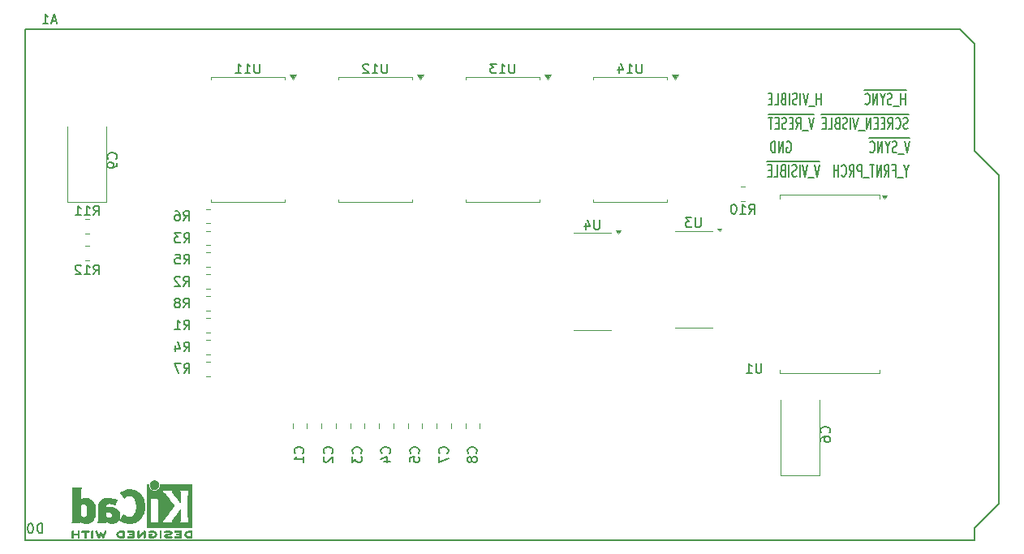
<source format=gbr>
%TF.GenerationSoftware,KiCad,Pcbnew,8.0.4+dfsg-1*%
%TF.CreationDate,2024-11-13T23:12:42-05:00*%
%TF.ProjectId,VGA_SRAM_Shield,5647415f-5352-4414-9d5f-536869656c64,rev?*%
%TF.SameCoordinates,Original*%
%TF.FileFunction,Legend,Bot*%
%TF.FilePolarity,Positive*%
%FSLAX46Y46*%
G04 Gerber Fmt 4.6, Leading zero omitted, Abs format (unit mm)*
G04 Created by KiCad (PCBNEW 8.0.4+dfsg-1) date 2024-11-13 23:12:42*
%MOMM*%
%LPD*%
G01*
G04 APERTURE LIST*
%ADD10C,0.150000*%
%ADD11C,0.010000*%
%ADD12C,0.120000*%
G04 APERTURE END LIST*
D10*
X119028935Y-141448200D02*
X118914649Y-141505342D01*
X118914649Y-141505342D02*
X118724173Y-141505342D01*
X118724173Y-141505342D02*
X118647982Y-141448200D01*
X118647982Y-141448200D02*
X118609887Y-141391057D01*
X118609887Y-141391057D02*
X118571792Y-141276771D01*
X118571792Y-141276771D02*
X118571792Y-141162485D01*
X118571792Y-141162485D02*
X118609887Y-141048200D01*
X118609887Y-141048200D02*
X118647982Y-140991057D01*
X118647982Y-140991057D02*
X118724173Y-140933914D01*
X118724173Y-140933914D02*
X118876554Y-140876771D01*
X118876554Y-140876771D02*
X118952744Y-140819628D01*
X118952744Y-140819628D02*
X118990839Y-140762485D01*
X118990839Y-140762485D02*
X119028935Y-140648200D01*
X119028935Y-140648200D02*
X119028935Y-140533914D01*
X119028935Y-140533914D02*
X118990839Y-140419628D01*
X118990839Y-140419628D02*
X118952744Y-140362485D01*
X118952744Y-140362485D02*
X118876554Y-140305342D01*
X118876554Y-140305342D02*
X118686077Y-140305342D01*
X118686077Y-140305342D02*
X118571792Y-140362485D01*
X117771791Y-141391057D02*
X117809887Y-141448200D01*
X117809887Y-141448200D02*
X117924172Y-141505342D01*
X117924172Y-141505342D02*
X118000363Y-141505342D01*
X118000363Y-141505342D02*
X118114649Y-141448200D01*
X118114649Y-141448200D02*
X118190839Y-141333914D01*
X118190839Y-141333914D02*
X118228934Y-141219628D01*
X118228934Y-141219628D02*
X118267030Y-140991057D01*
X118267030Y-140991057D02*
X118267030Y-140819628D01*
X118267030Y-140819628D02*
X118228934Y-140591057D01*
X118228934Y-140591057D02*
X118190839Y-140476771D01*
X118190839Y-140476771D02*
X118114649Y-140362485D01*
X118114649Y-140362485D02*
X118000363Y-140305342D01*
X118000363Y-140305342D02*
X117924172Y-140305342D01*
X117924172Y-140305342D02*
X117809887Y-140362485D01*
X117809887Y-140362485D02*
X117771791Y-140419628D01*
X116971791Y-141505342D02*
X117238458Y-140933914D01*
X117428934Y-141505342D02*
X117428934Y-140305342D01*
X117428934Y-140305342D02*
X117124172Y-140305342D01*
X117124172Y-140305342D02*
X117047982Y-140362485D01*
X117047982Y-140362485D02*
X117009887Y-140419628D01*
X117009887Y-140419628D02*
X116971791Y-140533914D01*
X116971791Y-140533914D02*
X116971791Y-140705342D01*
X116971791Y-140705342D02*
X117009887Y-140819628D01*
X117009887Y-140819628D02*
X117047982Y-140876771D01*
X117047982Y-140876771D02*
X117124172Y-140933914D01*
X117124172Y-140933914D02*
X117428934Y-140933914D01*
X116628934Y-140876771D02*
X116362268Y-140876771D01*
X116247982Y-141505342D02*
X116628934Y-141505342D01*
X116628934Y-141505342D02*
X116628934Y-140305342D01*
X116628934Y-140305342D02*
X116247982Y-140305342D01*
X115905124Y-140876771D02*
X115638458Y-140876771D01*
X115524172Y-141505342D02*
X115905124Y-141505342D01*
X115905124Y-141505342D02*
X115905124Y-140305342D01*
X115905124Y-140305342D02*
X115524172Y-140305342D01*
X115181314Y-141505342D02*
X115181314Y-140305342D01*
X115181314Y-140305342D02*
X114724171Y-141505342D01*
X114724171Y-141505342D02*
X114724171Y-140305342D01*
X114533696Y-141619628D02*
X113924172Y-141619628D01*
X113847981Y-140305342D02*
X113581314Y-141505342D01*
X113581314Y-141505342D02*
X113314648Y-140305342D01*
X113047981Y-141505342D02*
X113047981Y-140305342D01*
X112705125Y-141448200D02*
X112590839Y-141505342D01*
X112590839Y-141505342D02*
X112400363Y-141505342D01*
X112400363Y-141505342D02*
X112324172Y-141448200D01*
X112324172Y-141448200D02*
X112286077Y-141391057D01*
X112286077Y-141391057D02*
X112247982Y-141276771D01*
X112247982Y-141276771D02*
X112247982Y-141162485D01*
X112247982Y-141162485D02*
X112286077Y-141048200D01*
X112286077Y-141048200D02*
X112324172Y-140991057D01*
X112324172Y-140991057D02*
X112400363Y-140933914D01*
X112400363Y-140933914D02*
X112552744Y-140876771D01*
X112552744Y-140876771D02*
X112628934Y-140819628D01*
X112628934Y-140819628D02*
X112667029Y-140762485D01*
X112667029Y-140762485D02*
X112705125Y-140648200D01*
X112705125Y-140648200D02*
X112705125Y-140533914D01*
X112705125Y-140533914D02*
X112667029Y-140419628D01*
X112667029Y-140419628D02*
X112628934Y-140362485D01*
X112628934Y-140362485D02*
X112552744Y-140305342D01*
X112552744Y-140305342D02*
X112362267Y-140305342D01*
X112362267Y-140305342D02*
X112247982Y-140362485D01*
X111638458Y-140876771D02*
X111524172Y-140933914D01*
X111524172Y-140933914D02*
X111486077Y-140991057D01*
X111486077Y-140991057D02*
X111447981Y-141105342D01*
X111447981Y-141105342D02*
X111447981Y-141276771D01*
X111447981Y-141276771D02*
X111486077Y-141391057D01*
X111486077Y-141391057D02*
X111524172Y-141448200D01*
X111524172Y-141448200D02*
X111600362Y-141505342D01*
X111600362Y-141505342D02*
X111905124Y-141505342D01*
X111905124Y-141505342D02*
X111905124Y-140305342D01*
X111905124Y-140305342D02*
X111638458Y-140305342D01*
X111638458Y-140305342D02*
X111562267Y-140362485D01*
X111562267Y-140362485D02*
X111524172Y-140419628D01*
X111524172Y-140419628D02*
X111486077Y-140533914D01*
X111486077Y-140533914D02*
X111486077Y-140648200D01*
X111486077Y-140648200D02*
X111524172Y-140762485D01*
X111524172Y-140762485D02*
X111562267Y-140819628D01*
X111562267Y-140819628D02*
X111638458Y-140876771D01*
X111638458Y-140876771D02*
X111905124Y-140876771D01*
X110724172Y-141505342D02*
X111105124Y-141505342D01*
X111105124Y-141505342D02*
X111105124Y-140305342D01*
X110457505Y-140876771D02*
X110190839Y-140876771D01*
X110076553Y-141505342D02*
X110457505Y-141505342D01*
X110457505Y-141505342D02*
X110457505Y-140305342D01*
X110457505Y-140305342D02*
X110076553Y-140305342D01*
X119101316Y-139972200D02*
X110004172Y-139972200D01*
X109238457Y-140305342D02*
X108971790Y-141505342D01*
X108971790Y-141505342D02*
X108705124Y-140305342D01*
X108628934Y-141619628D02*
X108019410Y-141619628D01*
X107371790Y-141505342D02*
X107638457Y-140933914D01*
X107828933Y-141505342D02*
X107828933Y-140305342D01*
X107828933Y-140305342D02*
X107524171Y-140305342D01*
X107524171Y-140305342D02*
X107447981Y-140362485D01*
X107447981Y-140362485D02*
X107409886Y-140419628D01*
X107409886Y-140419628D02*
X107371790Y-140533914D01*
X107371790Y-140533914D02*
X107371790Y-140705342D01*
X107371790Y-140705342D02*
X107409886Y-140819628D01*
X107409886Y-140819628D02*
X107447981Y-140876771D01*
X107447981Y-140876771D02*
X107524171Y-140933914D01*
X107524171Y-140933914D02*
X107828933Y-140933914D01*
X107028933Y-140876771D02*
X106762267Y-140876771D01*
X106647981Y-141505342D02*
X107028933Y-141505342D01*
X107028933Y-141505342D02*
X107028933Y-140305342D01*
X107028933Y-140305342D02*
X106647981Y-140305342D01*
X106343219Y-141448200D02*
X106228933Y-141505342D01*
X106228933Y-141505342D02*
X106038457Y-141505342D01*
X106038457Y-141505342D02*
X105962266Y-141448200D01*
X105962266Y-141448200D02*
X105924171Y-141391057D01*
X105924171Y-141391057D02*
X105886076Y-141276771D01*
X105886076Y-141276771D02*
X105886076Y-141162485D01*
X105886076Y-141162485D02*
X105924171Y-141048200D01*
X105924171Y-141048200D02*
X105962266Y-140991057D01*
X105962266Y-140991057D02*
X106038457Y-140933914D01*
X106038457Y-140933914D02*
X106190838Y-140876771D01*
X106190838Y-140876771D02*
X106267028Y-140819628D01*
X106267028Y-140819628D02*
X106305123Y-140762485D01*
X106305123Y-140762485D02*
X106343219Y-140648200D01*
X106343219Y-140648200D02*
X106343219Y-140533914D01*
X106343219Y-140533914D02*
X106305123Y-140419628D01*
X106305123Y-140419628D02*
X106267028Y-140362485D01*
X106267028Y-140362485D02*
X106190838Y-140305342D01*
X106190838Y-140305342D02*
X106000361Y-140305342D01*
X106000361Y-140305342D02*
X105886076Y-140362485D01*
X105543218Y-140876771D02*
X105276552Y-140876771D01*
X105162266Y-141505342D02*
X105543218Y-141505342D01*
X105543218Y-141505342D02*
X105543218Y-140305342D01*
X105543218Y-140305342D02*
X105162266Y-140305342D01*
X104933694Y-140305342D02*
X104476551Y-140305342D01*
X104705123Y-141505342D02*
X104705123Y-140305342D01*
X109234648Y-139972200D02*
X104480361Y-139972200D01*
X118878458Y-145873914D02*
X118878458Y-146445342D01*
X119145125Y-145245342D02*
X118878458Y-145873914D01*
X118878458Y-145873914D02*
X118611792Y-145245342D01*
X118535602Y-146559628D02*
X117926078Y-146559628D01*
X117468935Y-145816771D02*
X117735601Y-145816771D01*
X117735601Y-146445342D02*
X117735601Y-145245342D01*
X117735601Y-145245342D02*
X117354649Y-145245342D01*
X116592744Y-146445342D02*
X116859411Y-145873914D01*
X117049887Y-146445342D02*
X117049887Y-145245342D01*
X117049887Y-145245342D02*
X116745125Y-145245342D01*
X116745125Y-145245342D02*
X116668935Y-145302485D01*
X116668935Y-145302485D02*
X116630840Y-145359628D01*
X116630840Y-145359628D02*
X116592744Y-145473914D01*
X116592744Y-145473914D02*
X116592744Y-145645342D01*
X116592744Y-145645342D02*
X116630840Y-145759628D01*
X116630840Y-145759628D02*
X116668935Y-145816771D01*
X116668935Y-145816771D02*
X116745125Y-145873914D01*
X116745125Y-145873914D02*
X117049887Y-145873914D01*
X116249887Y-146445342D02*
X116249887Y-145245342D01*
X116249887Y-145245342D02*
X115792744Y-146445342D01*
X115792744Y-146445342D02*
X115792744Y-145245342D01*
X115526078Y-145245342D02*
X115068935Y-145245342D01*
X115297507Y-146445342D02*
X115297507Y-145245342D01*
X114992745Y-146559628D02*
X114383221Y-146559628D01*
X114192744Y-146445342D02*
X114192744Y-145245342D01*
X114192744Y-145245342D02*
X113887982Y-145245342D01*
X113887982Y-145245342D02*
X113811792Y-145302485D01*
X113811792Y-145302485D02*
X113773697Y-145359628D01*
X113773697Y-145359628D02*
X113735601Y-145473914D01*
X113735601Y-145473914D02*
X113735601Y-145645342D01*
X113735601Y-145645342D02*
X113773697Y-145759628D01*
X113773697Y-145759628D02*
X113811792Y-145816771D01*
X113811792Y-145816771D02*
X113887982Y-145873914D01*
X113887982Y-145873914D02*
X114192744Y-145873914D01*
X112935601Y-146445342D02*
X113202268Y-145873914D01*
X113392744Y-146445342D02*
X113392744Y-145245342D01*
X113392744Y-145245342D02*
X113087982Y-145245342D01*
X113087982Y-145245342D02*
X113011792Y-145302485D01*
X113011792Y-145302485D02*
X112973697Y-145359628D01*
X112973697Y-145359628D02*
X112935601Y-145473914D01*
X112935601Y-145473914D02*
X112935601Y-145645342D01*
X112935601Y-145645342D02*
X112973697Y-145759628D01*
X112973697Y-145759628D02*
X113011792Y-145816771D01*
X113011792Y-145816771D02*
X113087982Y-145873914D01*
X113087982Y-145873914D02*
X113392744Y-145873914D01*
X112135601Y-146331057D02*
X112173697Y-146388200D01*
X112173697Y-146388200D02*
X112287982Y-146445342D01*
X112287982Y-146445342D02*
X112364173Y-146445342D01*
X112364173Y-146445342D02*
X112478459Y-146388200D01*
X112478459Y-146388200D02*
X112554649Y-146273914D01*
X112554649Y-146273914D02*
X112592744Y-146159628D01*
X112592744Y-146159628D02*
X112630840Y-145931057D01*
X112630840Y-145931057D02*
X112630840Y-145759628D01*
X112630840Y-145759628D02*
X112592744Y-145531057D01*
X112592744Y-145531057D02*
X112554649Y-145416771D01*
X112554649Y-145416771D02*
X112478459Y-145302485D01*
X112478459Y-145302485D02*
X112364173Y-145245342D01*
X112364173Y-145245342D02*
X112287982Y-145245342D01*
X112287982Y-145245342D02*
X112173697Y-145302485D01*
X112173697Y-145302485D02*
X112135601Y-145359628D01*
X111792744Y-146445342D02*
X111792744Y-145245342D01*
X111792744Y-145816771D02*
X111335601Y-145816771D01*
X111335601Y-146445342D02*
X111335601Y-145245342D01*
X109849887Y-145245342D02*
X109583220Y-146445342D01*
X109583220Y-146445342D02*
X109316554Y-145245342D01*
X109240364Y-146559628D02*
X108630840Y-146559628D01*
X108554649Y-145245342D02*
X108287982Y-146445342D01*
X108287982Y-146445342D02*
X108021316Y-145245342D01*
X107754649Y-146445342D02*
X107754649Y-145245342D01*
X107411793Y-146388200D02*
X107297507Y-146445342D01*
X107297507Y-146445342D02*
X107107031Y-146445342D01*
X107107031Y-146445342D02*
X107030840Y-146388200D01*
X107030840Y-146388200D02*
X106992745Y-146331057D01*
X106992745Y-146331057D02*
X106954650Y-146216771D01*
X106954650Y-146216771D02*
X106954650Y-146102485D01*
X106954650Y-146102485D02*
X106992745Y-145988200D01*
X106992745Y-145988200D02*
X107030840Y-145931057D01*
X107030840Y-145931057D02*
X107107031Y-145873914D01*
X107107031Y-145873914D02*
X107259412Y-145816771D01*
X107259412Y-145816771D02*
X107335602Y-145759628D01*
X107335602Y-145759628D02*
X107373697Y-145702485D01*
X107373697Y-145702485D02*
X107411793Y-145588200D01*
X107411793Y-145588200D02*
X107411793Y-145473914D01*
X107411793Y-145473914D02*
X107373697Y-145359628D01*
X107373697Y-145359628D02*
X107335602Y-145302485D01*
X107335602Y-145302485D02*
X107259412Y-145245342D01*
X107259412Y-145245342D02*
X107068935Y-145245342D01*
X107068935Y-145245342D02*
X106954650Y-145302485D01*
X106611792Y-146445342D02*
X106611792Y-145245342D01*
X105964174Y-145816771D02*
X105849888Y-145873914D01*
X105849888Y-145873914D02*
X105811793Y-145931057D01*
X105811793Y-145931057D02*
X105773697Y-146045342D01*
X105773697Y-146045342D02*
X105773697Y-146216771D01*
X105773697Y-146216771D02*
X105811793Y-146331057D01*
X105811793Y-146331057D02*
X105849888Y-146388200D01*
X105849888Y-146388200D02*
X105926078Y-146445342D01*
X105926078Y-146445342D02*
X106230840Y-146445342D01*
X106230840Y-146445342D02*
X106230840Y-145245342D01*
X106230840Y-145245342D02*
X105964174Y-145245342D01*
X105964174Y-145245342D02*
X105887983Y-145302485D01*
X105887983Y-145302485D02*
X105849888Y-145359628D01*
X105849888Y-145359628D02*
X105811793Y-145473914D01*
X105811793Y-145473914D02*
X105811793Y-145588200D01*
X105811793Y-145588200D02*
X105849888Y-145702485D01*
X105849888Y-145702485D02*
X105887983Y-145759628D01*
X105887983Y-145759628D02*
X105964174Y-145816771D01*
X105964174Y-145816771D02*
X106230840Y-145816771D01*
X105049888Y-146445342D02*
X105430840Y-146445342D01*
X105430840Y-146445342D02*
X105430840Y-145245342D01*
X104783221Y-145816771D02*
X104516555Y-145816771D01*
X104402269Y-146445342D02*
X104783221Y-146445342D01*
X104783221Y-146445342D02*
X104783221Y-145245342D01*
X104783221Y-145245342D02*
X104402269Y-145245342D01*
X109846078Y-144912200D02*
X104329888Y-144912200D01*
X119235125Y-142765342D02*
X118968458Y-143965342D01*
X118968458Y-143965342D02*
X118701792Y-142765342D01*
X118625602Y-144079628D02*
X118016078Y-144079628D01*
X117863697Y-143908200D02*
X117749411Y-143965342D01*
X117749411Y-143965342D02*
X117558935Y-143965342D01*
X117558935Y-143965342D02*
X117482744Y-143908200D01*
X117482744Y-143908200D02*
X117444649Y-143851057D01*
X117444649Y-143851057D02*
X117406554Y-143736771D01*
X117406554Y-143736771D02*
X117406554Y-143622485D01*
X117406554Y-143622485D02*
X117444649Y-143508200D01*
X117444649Y-143508200D02*
X117482744Y-143451057D01*
X117482744Y-143451057D02*
X117558935Y-143393914D01*
X117558935Y-143393914D02*
X117711316Y-143336771D01*
X117711316Y-143336771D02*
X117787506Y-143279628D01*
X117787506Y-143279628D02*
X117825601Y-143222485D01*
X117825601Y-143222485D02*
X117863697Y-143108200D01*
X117863697Y-143108200D02*
X117863697Y-142993914D01*
X117863697Y-142993914D02*
X117825601Y-142879628D01*
X117825601Y-142879628D02*
X117787506Y-142822485D01*
X117787506Y-142822485D02*
X117711316Y-142765342D01*
X117711316Y-142765342D02*
X117520839Y-142765342D01*
X117520839Y-142765342D02*
X117406554Y-142822485D01*
X116911315Y-143393914D02*
X116911315Y-143965342D01*
X117177982Y-142765342D02*
X116911315Y-143393914D01*
X116911315Y-143393914D02*
X116644649Y-142765342D01*
X116377982Y-143965342D02*
X116377982Y-142765342D01*
X116377982Y-142765342D02*
X115920839Y-143965342D01*
X115920839Y-143965342D02*
X115920839Y-142765342D01*
X115082744Y-143851057D02*
X115120840Y-143908200D01*
X115120840Y-143908200D02*
X115235125Y-143965342D01*
X115235125Y-143965342D02*
X115311316Y-143965342D01*
X115311316Y-143965342D02*
X115425602Y-143908200D01*
X115425602Y-143908200D02*
X115501792Y-143793914D01*
X115501792Y-143793914D02*
X115539887Y-143679628D01*
X115539887Y-143679628D02*
X115577983Y-143451057D01*
X115577983Y-143451057D02*
X115577983Y-143279628D01*
X115577983Y-143279628D02*
X115539887Y-143051057D01*
X115539887Y-143051057D02*
X115501792Y-142936771D01*
X115501792Y-142936771D02*
X115425602Y-142822485D01*
X115425602Y-142822485D02*
X115311316Y-142765342D01*
X115311316Y-142765342D02*
X115235125Y-142765342D01*
X115235125Y-142765342D02*
X115120840Y-142822485D01*
X115120840Y-142822485D02*
X115082744Y-142879628D01*
X119231316Y-142432200D02*
X115010364Y-142432200D01*
X106397028Y-142822485D02*
X106473218Y-142765342D01*
X106473218Y-142765342D02*
X106587504Y-142765342D01*
X106587504Y-142765342D02*
X106701790Y-142822485D01*
X106701790Y-142822485D02*
X106777980Y-142936771D01*
X106777980Y-142936771D02*
X106816075Y-143051057D01*
X106816075Y-143051057D02*
X106854171Y-143279628D01*
X106854171Y-143279628D02*
X106854171Y-143451057D01*
X106854171Y-143451057D02*
X106816075Y-143679628D01*
X106816075Y-143679628D02*
X106777980Y-143793914D01*
X106777980Y-143793914D02*
X106701790Y-143908200D01*
X106701790Y-143908200D02*
X106587504Y-143965342D01*
X106587504Y-143965342D02*
X106511313Y-143965342D01*
X106511313Y-143965342D02*
X106397028Y-143908200D01*
X106397028Y-143908200D02*
X106358932Y-143851057D01*
X106358932Y-143851057D02*
X106358932Y-143451057D01*
X106358932Y-143451057D02*
X106511313Y-143451057D01*
X106016075Y-143965342D02*
X106016075Y-142765342D01*
X106016075Y-142765342D02*
X105558932Y-143965342D01*
X105558932Y-143965342D02*
X105558932Y-142765342D01*
X105177980Y-143965342D02*
X105177980Y-142765342D01*
X105177980Y-142765342D02*
X104987504Y-142765342D01*
X104987504Y-142765342D02*
X104873218Y-142822485D01*
X104873218Y-142822485D02*
X104797028Y-142936771D01*
X104797028Y-142936771D02*
X104758933Y-143051057D01*
X104758933Y-143051057D02*
X104720837Y-143279628D01*
X104720837Y-143279628D02*
X104720837Y-143451057D01*
X104720837Y-143451057D02*
X104758933Y-143679628D01*
X104758933Y-143679628D02*
X104797028Y-143793914D01*
X104797028Y-143793914D02*
X104873218Y-143908200D01*
X104873218Y-143908200D02*
X104987504Y-143965342D01*
X104987504Y-143965342D02*
X105177980Y-143965342D01*
X118760839Y-138965342D02*
X118760839Y-137765342D01*
X118760839Y-138336771D02*
X118303696Y-138336771D01*
X118303696Y-138965342D02*
X118303696Y-137765342D01*
X118113221Y-139079628D02*
X117503697Y-139079628D01*
X117351316Y-138908200D02*
X117237030Y-138965342D01*
X117237030Y-138965342D02*
X117046554Y-138965342D01*
X117046554Y-138965342D02*
X116970363Y-138908200D01*
X116970363Y-138908200D02*
X116932268Y-138851057D01*
X116932268Y-138851057D02*
X116894173Y-138736771D01*
X116894173Y-138736771D02*
X116894173Y-138622485D01*
X116894173Y-138622485D02*
X116932268Y-138508200D01*
X116932268Y-138508200D02*
X116970363Y-138451057D01*
X116970363Y-138451057D02*
X117046554Y-138393914D01*
X117046554Y-138393914D02*
X117198935Y-138336771D01*
X117198935Y-138336771D02*
X117275125Y-138279628D01*
X117275125Y-138279628D02*
X117313220Y-138222485D01*
X117313220Y-138222485D02*
X117351316Y-138108200D01*
X117351316Y-138108200D02*
X117351316Y-137993914D01*
X117351316Y-137993914D02*
X117313220Y-137879628D01*
X117313220Y-137879628D02*
X117275125Y-137822485D01*
X117275125Y-137822485D02*
X117198935Y-137765342D01*
X117198935Y-137765342D02*
X117008458Y-137765342D01*
X117008458Y-137765342D02*
X116894173Y-137822485D01*
X116398934Y-138393914D02*
X116398934Y-138965342D01*
X116665601Y-137765342D02*
X116398934Y-138393914D01*
X116398934Y-138393914D02*
X116132268Y-137765342D01*
X115865601Y-138965342D02*
X115865601Y-137765342D01*
X115865601Y-137765342D02*
X115408458Y-138965342D01*
X115408458Y-138965342D02*
X115408458Y-137765342D01*
X114570363Y-138851057D02*
X114608459Y-138908200D01*
X114608459Y-138908200D02*
X114722744Y-138965342D01*
X114722744Y-138965342D02*
X114798935Y-138965342D01*
X114798935Y-138965342D02*
X114913221Y-138908200D01*
X114913221Y-138908200D02*
X114989411Y-138793914D01*
X114989411Y-138793914D02*
X115027506Y-138679628D01*
X115027506Y-138679628D02*
X115065602Y-138451057D01*
X115065602Y-138451057D02*
X115065602Y-138279628D01*
X115065602Y-138279628D02*
X115027506Y-138051057D01*
X115027506Y-138051057D02*
X114989411Y-137936771D01*
X114989411Y-137936771D02*
X114913221Y-137822485D01*
X114913221Y-137822485D02*
X114798935Y-137765342D01*
X114798935Y-137765342D02*
X114722744Y-137765342D01*
X114722744Y-137765342D02*
X114608459Y-137822485D01*
X114608459Y-137822485D02*
X114570363Y-137879628D01*
X118871316Y-137432200D02*
X114497983Y-137432200D01*
X109960838Y-138965342D02*
X109960838Y-137765342D01*
X109960838Y-138336771D02*
X109503695Y-138336771D01*
X109503695Y-138965342D02*
X109503695Y-137765342D01*
X109313220Y-139079628D02*
X108703696Y-139079628D01*
X108627505Y-137765342D02*
X108360838Y-138965342D01*
X108360838Y-138965342D02*
X108094172Y-137765342D01*
X107827505Y-138965342D02*
X107827505Y-137765342D01*
X107484649Y-138908200D02*
X107370363Y-138965342D01*
X107370363Y-138965342D02*
X107179887Y-138965342D01*
X107179887Y-138965342D02*
X107103696Y-138908200D01*
X107103696Y-138908200D02*
X107065601Y-138851057D01*
X107065601Y-138851057D02*
X107027506Y-138736771D01*
X107027506Y-138736771D02*
X107027506Y-138622485D01*
X107027506Y-138622485D02*
X107065601Y-138508200D01*
X107065601Y-138508200D02*
X107103696Y-138451057D01*
X107103696Y-138451057D02*
X107179887Y-138393914D01*
X107179887Y-138393914D02*
X107332268Y-138336771D01*
X107332268Y-138336771D02*
X107408458Y-138279628D01*
X107408458Y-138279628D02*
X107446553Y-138222485D01*
X107446553Y-138222485D02*
X107484649Y-138108200D01*
X107484649Y-138108200D02*
X107484649Y-137993914D01*
X107484649Y-137993914D02*
X107446553Y-137879628D01*
X107446553Y-137879628D02*
X107408458Y-137822485D01*
X107408458Y-137822485D02*
X107332268Y-137765342D01*
X107332268Y-137765342D02*
X107141791Y-137765342D01*
X107141791Y-137765342D02*
X107027506Y-137822485D01*
X106684648Y-138965342D02*
X106684648Y-137765342D01*
X106037030Y-138336771D02*
X105922744Y-138393914D01*
X105922744Y-138393914D02*
X105884649Y-138451057D01*
X105884649Y-138451057D02*
X105846553Y-138565342D01*
X105846553Y-138565342D02*
X105846553Y-138736771D01*
X105846553Y-138736771D02*
X105884649Y-138851057D01*
X105884649Y-138851057D02*
X105922744Y-138908200D01*
X105922744Y-138908200D02*
X105998934Y-138965342D01*
X105998934Y-138965342D02*
X106303696Y-138965342D01*
X106303696Y-138965342D02*
X106303696Y-137765342D01*
X106303696Y-137765342D02*
X106037030Y-137765342D01*
X106037030Y-137765342D02*
X105960839Y-137822485D01*
X105960839Y-137822485D02*
X105922744Y-137879628D01*
X105922744Y-137879628D02*
X105884649Y-137993914D01*
X105884649Y-137993914D02*
X105884649Y-138108200D01*
X105884649Y-138108200D02*
X105922744Y-138222485D01*
X105922744Y-138222485D02*
X105960839Y-138279628D01*
X105960839Y-138279628D02*
X106037030Y-138336771D01*
X106037030Y-138336771D02*
X106303696Y-138336771D01*
X105122744Y-138965342D02*
X105503696Y-138965342D01*
X105503696Y-138965342D02*
X105503696Y-137765342D01*
X104856077Y-138336771D02*
X104589411Y-138336771D01*
X104475125Y-138965342D02*
X104856077Y-138965342D01*
X104856077Y-138965342D02*
X104856077Y-137765342D01*
X104856077Y-137765342D02*
X104475125Y-137765342D01*
X30178285Y-130217104D02*
X29702095Y-130217104D01*
X30273523Y-130502819D02*
X29940190Y-129502819D01*
X29940190Y-129502819D02*
X29606857Y-130502819D01*
X28749714Y-130502819D02*
X29321142Y-130502819D01*
X29035428Y-130502819D02*
X29035428Y-129502819D01*
X29035428Y-129502819D02*
X29130666Y-129645676D01*
X29130666Y-129645676D02*
X29225904Y-129740914D01*
X29225904Y-129740914D02*
X29321142Y-129788533D01*
X28728894Y-183665019D02*
X28728894Y-182665019D01*
X28728894Y-182665019D02*
X28490799Y-182665019D01*
X28490799Y-182665019D02*
X28347942Y-182712638D01*
X28347942Y-182712638D02*
X28252704Y-182807876D01*
X28252704Y-182807876D02*
X28205085Y-182903114D01*
X28205085Y-182903114D02*
X28157466Y-183093590D01*
X28157466Y-183093590D02*
X28157466Y-183236447D01*
X28157466Y-183236447D02*
X28205085Y-183426923D01*
X28205085Y-183426923D02*
X28252704Y-183522161D01*
X28252704Y-183522161D02*
X28347942Y-183617400D01*
X28347942Y-183617400D02*
X28490799Y-183665019D01*
X28490799Y-183665019D02*
X28728894Y-183665019D01*
X27538418Y-182665019D02*
X27443180Y-182665019D01*
X27443180Y-182665019D02*
X27347942Y-182712638D01*
X27347942Y-182712638D02*
X27300323Y-182760257D01*
X27300323Y-182760257D02*
X27252704Y-182855495D01*
X27252704Y-182855495D02*
X27205085Y-183045971D01*
X27205085Y-183045971D02*
X27205085Y-183284066D01*
X27205085Y-183284066D02*
X27252704Y-183474542D01*
X27252704Y-183474542D02*
X27300323Y-183569780D01*
X27300323Y-183569780D02*
X27347942Y-183617400D01*
X27347942Y-183617400D02*
X27443180Y-183665019D01*
X27443180Y-183665019D02*
X27538418Y-183665019D01*
X27538418Y-183665019D02*
X27633656Y-183617400D01*
X27633656Y-183617400D02*
X27681275Y-183569780D01*
X27681275Y-183569780D02*
X27728894Y-183474542D01*
X27728894Y-183474542D02*
X27776513Y-183284066D01*
X27776513Y-183284066D02*
X27776513Y-183045971D01*
X27776513Y-183045971D02*
X27728894Y-182855495D01*
X27728894Y-182855495D02*
X27681275Y-182760257D01*
X27681275Y-182760257D02*
X27633656Y-182712638D01*
X27633656Y-182712638D02*
X27538418Y-182665019D01*
X64951780Y-175321933D02*
X64999400Y-175274314D01*
X64999400Y-175274314D02*
X65047019Y-175131457D01*
X65047019Y-175131457D02*
X65047019Y-175036219D01*
X65047019Y-175036219D02*
X64999400Y-174893362D01*
X64999400Y-174893362D02*
X64904161Y-174798124D01*
X64904161Y-174798124D02*
X64808923Y-174750505D01*
X64808923Y-174750505D02*
X64618447Y-174702886D01*
X64618447Y-174702886D02*
X64475590Y-174702886D01*
X64475590Y-174702886D02*
X64285114Y-174750505D01*
X64285114Y-174750505D02*
X64189876Y-174798124D01*
X64189876Y-174798124D02*
X64094638Y-174893362D01*
X64094638Y-174893362D02*
X64047019Y-175036219D01*
X64047019Y-175036219D02*
X64047019Y-175131457D01*
X64047019Y-175131457D02*
X64094638Y-175274314D01*
X64094638Y-175274314D02*
X64142257Y-175321933D01*
X64380352Y-176179076D02*
X65047019Y-176179076D01*
X63999400Y-175940981D02*
X64713685Y-175702886D01*
X64713685Y-175702886D02*
X64713685Y-176321933D01*
X91295394Y-134675019D02*
X91295394Y-135484542D01*
X91295394Y-135484542D02*
X91247775Y-135579780D01*
X91247775Y-135579780D02*
X91200156Y-135627400D01*
X91200156Y-135627400D02*
X91104918Y-135675019D01*
X91104918Y-135675019D02*
X90914442Y-135675019D01*
X90914442Y-135675019D02*
X90819204Y-135627400D01*
X90819204Y-135627400D02*
X90771585Y-135579780D01*
X90771585Y-135579780D02*
X90723966Y-135484542D01*
X90723966Y-135484542D02*
X90723966Y-134675019D01*
X89723966Y-135675019D02*
X90295394Y-135675019D01*
X90009680Y-135675019D02*
X90009680Y-134675019D01*
X90009680Y-134675019D02*
X90104918Y-134817876D01*
X90104918Y-134817876D02*
X90200156Y-134913114D01*
X90200156Y-134913114D02*
X90295394Y-134960733D01*
X88866823Y-135008352D02*
X88866823Y-135675019D01*
X89104918Y-134627400D02*
X89343013Y-135341685D01*
X89343013Y-135341685D02*
X88723966Y-135341685D01*
X73994180Y-175321933D02*
X74041800Y-175274314D01*
X74041800Y-175274314D02*
X74089419Y-175131457D01*
X74089419Y-175131457D02*
X74089419Y-175036219D01*
X74089419Y-175036219D02*
X74041800Y-174893362D01*
X74041800Y-174893362D02*
X73946561Y-174798124D01*
X73946561Y-174798124D02*
X73851323Y-174750505D01*
X73851323Y-174750505D02*
X73660847Y-174702886D01*
X73660847Y-174702886D02*
X73517990Y-174702886D01*
X73517990Y-174702886D02*
X73327514Y-174750505D01*
X73327514Y-174750505D02*
X73232276Y-174798124D01*
X73232276Y-174798124D02*
X73137038Y-174893362D01*
X73137038Y-174893362D02*
X73089419Y-175036219D01*
X73089419Y-175036219D02*
X73089419Y-175131457D01*
X73089419Y-175131457D02*
X73137038Y-175274314D01*
X73137038Y-175274314D02*
X73184657Y-175321933D01*
X73517990Y-175893362D02*
X73470371Y-175798124D01*
X73470371Y-175798124D02*
X73422752Y-175750505D01*
X73422752Y-175750505D02*
X73327514Y-175702886D01*
X73327514Y-175702886D02*
X73279895Y-175702886D01*
X73279895Y-175702886D02*
X73184657Y-175750505D01*
X73184657Y-175750505D02*
X73137038Y-175798124D01*
X73137038Y-175798124D02*
X73089419Y-175893362D01*
X73089419Y-175893362D02*
X73089419Y-176083838D01*
X73089419Y-176083838D02*
X73137038Y-176179076D01*
X73137038Y-176179076D02*
X73184657Y-176226695D01*
X73184657Y-176226695D02*
X73279895Y-176274314D01*
X73279895Y-176274314D02*
X73327514Y-176274314D01*
X73327514Y-176274314D02*
X73422752Y-176226695D01*
X73422752Y-176226695D02*
X73470371Y-176179076D01*
X73470371Y-176179076D02*
X73517990Y-176083838D01*
X73517990Y-176083838D02*
X73517990Y-175893362D01*
X73517990Y-175893362D02*
X73565609Y-175798124D01*
X73565609Y-175798124D02*
X73613228Y-175750505D01*
X73613228Y-175750505D02*
X73708466Y-175702886D01*
X73708466Y-175702886D02*
X73898942Y-175702886D01*
X73898942Y-175702886D02*
X73994180Y-175750505D01*
X73994180Y-175750505D02*
X74041800Y-175798124D01*
X74041800Y-175798124D02*
X74089419Y-175893362D01*
X74089419Y-175893362D02*
X74089419Y-176083838D01*
X74089419Y-176083838D02*
X74041800Y-176179076D01*
X74041800Y-176179076D02*
X73994180Y-176226695D01*
X73994180Y-176226695D02*
X73898942Y-176274314D01*
X73898942Y-176274314D02*
X73708466Y-176274314D01*
X73708466Y-176274314D02*
X73613228Y-176226695D01*
X73613228Y-176226695D02*
X73565609Y-176179076D01*
X73565609Y-176179076D02*
X73517990Y-176083838D01*
X86867904Y-150984019D02*
X86867904Y-151793542D01*
X86867904Y-151793542D02*
X86820285Y-151888780D01*
X86820285Y-151888780D02*
X86772666Y-151936400D01*
X86772666Y-151936400D02*
X86677428Y-151984019D01*
X86677428Y-151984019D02*
X86486952Y-151984019D01*
X86486952Y-151984019D02*
X86391714Y-151936400D01*
X86391714Y-151936400D02*
X86344095Y-151888780D01*
X86344095Y-151888780D02*
X86296476Y-151793542D01*
X86296476Y-151793542D02*
X86296476Y-150984019D01*
X85391714Y-151317352D02*
X85391714Y-151984019D01*
X85629809Y-150936400D02*
X85867904Y-151650685D01*
X85867904Y-151650685D02*
X85248857Y-151650685D01*
X43491666Y-162429819D02*
X43824999Y-161953628D01*
X44063094Y-162429819D02*
X44063094Y-161429819D01*
X44063094Y-161429819D02*
X43682142Y-161429819D01*
X43682142Y-161429819D02*
X43586904Y-161477438D01*
X43586904Y-161477438D02*
X43539285Y-161525057D01*
X43539285Y-161525057D02*
X43491666Y-161620295D01*
X43491666Y-161620295D02*
X43491666Y-161763152D01*
X43491666Y-161763152D02*
X43539285Y-161858390D01*
X43539285Y-161858390D02*
X43586904Y-161906009D01*
X43586904Y-161906009D02*
X43682142Y-161953628D01*
X43682142Y-161953628D02*
X44063094Y-161953628D01*
X42539285Y-162429819D02*
X43110713Y-162429819D01*
X42824999Y-162429819D02*
X42824999Y-161429819D01*
X42824999Y-161429819D02*
X42920237Y-161572676D01*
X42920237Y-161572676D02*
X43015475Y-161667914D01*
X43015475Y-161667914D02*
X43110713Y-161715533D01*
X70996980Y-175321933D02*
X71044600Y-175274314D01*
X71044600Y-175274314D02*
X71092219Y-175131457D01*
X71092219Y-175131457D02*
X71092219Y-175036219D01*
X71092219Y-175036219D02*
X71044600Y-174893362D01*
X71044600Y-174893362D02*
X70949361Y-174798124D01*
X70949361Y-174798124D02*
X70854123Y-174750505D01*
X70854123Y-174750505D02*
X70663647Y-174702886D01*
X70663647Y-174702886D02*
X70520790Y-174702886D01*
X70520790Y-174702886D02*
X70330314Y-174750505D01*
X70330314Y-174750505D02*
X70235076Y-174798124D01*
X70235076Y-174798124D02*
X70139838Y-174893362D01*
X70139838Y-174893362D02*
X70092219Y-175036219D01*
X70092219Y-175036219D02*
X70092219Y-175131457D01*
X70092219Y-175131457D02*
X70139838Y-175274314D01*
X70139838Y-175274314D02*
X70187457Y-175321933D01*
X70092219Y-175655267D02*
X70092219Y-176321933D01*
X70092219Y-176321933D02*
X71092219Y-175893362D01*
X64710094Y-134675019D02*
X64710094Y-135484542D01*
X64710094Y-135484542D02*
X64662475Y-135579780D01*
X64662475Y-135579780D02*
X64614856Y-135627400D01*
X64614856Y-135627400D02*
X64519618Y-135675019D01*
X64519618Y-135675019D02*
X64329142Y-135675019D01*
X64329142Y-135675019D02*
X64233904Y-135627400D01*
X64233904Y-135627400D02*
X64186285Y-135579780D01*
X64186285Y-135579780D02*
X64138666Y-135484542D01*
X64138666Y-135484542D02*
X64138666Y-134675019D01*
X63138666Y-135675019D02*
X63710094Y-135675019D01*
X63424380Y-135675019D02*
X63424380Y-134675019D01*
X63424380Y-134675019D02*
X63519618Y-134817876D01*
X63519618Y-134817876D02*
X63614856Y-134913114D01*
X63614856Y-134913114D02*
X63710094Y-134960733D01*
X62757713Y-134770257D02*
X62710094Y-134722638D01*
X62710094Y-134722638D02*
X62614856Y-134675019D01*
X62614856Y-134675019D02*
X62376761Y-134675019D01*
X62376761Y-134675019D02*
X62281523Y-134722638D01*
X62281523Y-134722638D02*
X62233904Y-134770257D01*
X62233904Y-134770257D02*
X62186285Y-134865495D01*
X62186285Y-134865495D02*
X62186285Y-134960733D01*
X62186285Y-134960733D02*
X62233904Y-135103590D01*
X62233904Y-135103590D02*
X62805332Y-135675019D01*
X62805332Y-135675019D02*
X62186285Y-135675019D01*
X43466666Y-160154819D02*
X43799999Y-159678628D01*
X44038094Y-160154819D02*
X44038094Y-159154819D01*
X44038094Y-159154819D02*
X43657142Y-159154819D01*
X43657142Y-159154819D02*
X43561904Y-159202438D01*
X43561904Y-159202438D02*
X43514285Y-159250057D01*
X43514285Y-159250057D02*
X43466666Y-159345295D01*
X43466666Y-159345295D02*
X43466666Y-159488152D01*
X43466666Y-159488152D02*
X43514285Y-159583390D01*
X43514285Y-159583390D02*
X43561904Y-159631009D01*
X43561904Y-159631009D02*
X43657142Y-159678628D01*
X43657142Y-159678628D02*
X44038094Y-159678628D01*
X42895237Y-159583390D02*
X42990475Y-159535771D01*
X42990475Y-159535771D02*
X43038094Y-159488152D01*
X43038094Y-159488152D02*
X43085713Y-159392914D01*
X43085713Y-159392914D02*
X43085713Y-159345295D01*
X43085713Y-159345295D02*
X43038094Y-159250057D01*
X43038094Y-159250057D02*
X42990475Y-159202438D01*
X42990475Y-159202438D02*
X42895237Y-159154819D01*
X42895237Y-159154819D02*
X42704761Y-159154819D01*
X42704761Y-159154819D02*
X42609523Y-159202438D01*
X42609523Y-159202438D02*
X42561904Y-159250057D01*
X42561904Y-159250057D02*
X42514285Y-159345295D01*
X42514285Y-159345295D02*
X42514285Y-159392914D01*
X42514285Y-159392914D02*
X42561904Y-159488152D01*
X42561904Y-159488152D02*
X42609523Y-159535771D01*
X42609523Y-159535771D02*
X42704761Y-159583390D01*
X42704761Y-159583390D02*
X42895237Y-159583390D01*
X42895237Y-159583390D02*
X42990475Y-159631009D01*
X42990475Y-159631009D02*
X43038094Y-159678628D01*
X43038094Y-159678628D02*
X43085713Y-159773866D01*
X43085713Y-159773866D02*
X43085713Y-159964342D01*
X43085713Y-159964342D02*
X43038094Y-160059580D01*
X43038094Y-160059580D02*
X42990475Y-160107200D01*
X42990475Y-160107200D02*
X42895237Y-160154819D01*
X42895237Y-160154819D02*
X42704761Y-160154819D01*
X42704761Y-160154819D02*
X42609523Y-160107200D01*
X42609523Y-160107200D02*
X42561904Y-160059580D01*
X42561904Y-160059580D02*
X42514285Y-159964342D01*
X42514285Y-159964342D02*
X42514285Y-159773866D01*
X42514285Y-159773866D02*
X42561904Y-159678628D01*
X42561904Y-159678628D02*
X42609523Y-159631009D01*
X42609523Y-159631009D02*
X42704761Y-159583390D01*
X43491666Y-164729819D02*
X43824999Y-164253628D01*
X44063094Y-164729819D02*
X44063094Y-163729819D01*
X44063094Y-163729819D02*
X43682142Y-163729819D01*
X43682142Y-163729819D02*
X43586904Y-163777438D01*
X43586904Y-163777438D02*
X43539285Y-163825057D01*
X43539285Y-163825057D02*
X43491666Y-163920295D01*
X43491666Y-163920295D02*
X43491666Y-164063152D01*
X43491666Y-164063152D02*
X43539285Y-164158390D01*
X43539285Y-164158390D02*
X43586904Y-164206009D01*
X43586904Y-164206009D02*
X43682142Y-164253628D01*
X43682142Y-164253628D02*
X44063094Y-164253628D01*
X42634523Y-164063152D02*
X42634523Y-164729819D01*
X42872618Y-163682200D02*
X43110713Y-164396485D01*
X43110713Y-164396485D02*
X42491666Y-164396485D01*
X43466666Y-157879819D02*
X43799999Y-157403628D01*
X44038094Y-157879819D02*
X44038094Y-156879819D01*
X44038094Y-156879819D02*
X43657142Y-156879819D01*
X43657142Y-156879819D02*
X43561904Y-156927438D01*
X43561904Y-156927438D02*
X43514285Y-156975057D01*
X43514285Y-156975057D02*
X43466666Y-157070295D01*
X43466666Y-157070295D02*
X43466666Y-157213152D01*
X43466666Y-157213152D02*
X43514285Y-157308390D01*
X43514285Y-157308390D02*
X43561904Y-157356009D01*
X43561904Y-157356009D02*
X43657142Y-157403628D01*
X43657142Y-157403628D02*
X44038094Y-157403628D01*
X43085713Y-156975057D02*
X43038094Y-156927438D01*
X43038094Y-156927438D02*
X42942856Y-156879819D01*
X42942856Y-156879819D02*
X42704761Y-156879819D01*
X42704761Y-156879819D02*
X42609523Y-156927438D01*
X42609523Y-156927438D02*
X42561904Y-156975057D01*
X42561904Y-156975057D02*
X42514285Y-157070295D01*
X42514285Y-157070295D02*
X42514285Y-157165533D01*
X42514285Y-157165533D02*
X42561904Y-157308390D01*
X42561904Y-157308390D02*
X43133332Y-157879819D01*
X43133332Y-157879819D02*
X42514285Y-157879819D01*
X36409780Y-144594333D02*
X36457400Y-144546714D01*
X36457400Y-144546714D02*
X36505019Y-144403857D01*
X36505019Y-144403857D02*
X36505019Y-144308619D01*
X36505019Y-144308619D02*
X36457400Y-144165762D01*
X36457400Y-144165762D02*
X36362161Y-144070524D01*
X36362161Y-144070524D02*
X36266923Y-144022905D01*
X36266923Y-144022905D02*
X36076447Y-143975286D01*
X36076447Y-143975286D02*
X35933590Y-143975286D01*
X35933590Y-143975286D02*
X35743114Y-144022905D01*
X35743114Y-144022905D02*
X35647876Y-144070524D01*
X35647876Y-144070524D02*
X35552638Y-144165762D01*
X35552638Y-144165762D02*
X35505019Y-144308619D01*
X35505019Y-144308619D02*
X35505019Y-144403857D01*
X35505019Y-144403857D02*
X35552638Y-144546714D01*
X35552638Y-144546714D02*
X35600257Y-144594333D01*
X36505019Y-145070524D02*
X36505019Y-145261000D01*
X36505019Y-145261000D02*
X36457400Y-145356238D01*
X36457400Y-145356238D02*
X36409780Y-145403857D01*
X36409780Y-145403857D02*
X36266923Y-145499095D01*
X36266923Y-145499095D02*
X36076447Y-145546714D01*
X36076447Y-145546714D02*
X35695495Y-145546714D01*
X35695495Y-145546714D02*
X35600257Y-145499095D01*
X35600257Y-145499095D02*
X35552638Y-145451476D01*
X35552638Y-145451476D02*
X35505019Y-145356238D01*
X35505019Y-145356238D02*
X35505019Y-145165762D01*
X35505019Y-145165762D02*
X35552638Y-145070524D01*
X35552638Y-145070524D02*
X35600257Y-145022905D01*
X35600257Y-145022905D02*
X35695495Y-144975286D01*
X35695495Y-144975286D02*
X35933590Y-144975286D01*
X35933590Y-144975286D02*
X36028828Y-145022905D01*
X36028828Y-145022905D02*
X36076447Y-145070524D01*
X36076447Y-145070524D02*
X36124066Y-145165762D01*
X36124066Y-145165762D02*
X36124066Y-145356238D01*
X36124066Y-145356238D02*
X36076447Y-145451476D01*
X36076447Y-145451476D02*
X36028828Y-145499095D01*
X36028828Y-145499095D02*
X35933590Y-145546714D01*
X110831780Y-173194733D02*
X110879400Y-173147114D01*
X110879400Y-173147114D02*
X110927019Y-173004257D01*
X110927019Y-173004257D02*
X110927019Y-172909019D01*
X110927019Y-172909019D02*
X110879400Y-172766162D01*
X110879400Y-172766162D02*
X110784161Y-172670924D01*
X110784161Y-172670924D02*
X110688923Y-172623305D01*
X110688923Y-172623305D02*
X110498447Y-172575686D01*
X110498447Y-172575686D02*
X110355590Y-172575686D01*
X110355590Y-172575686D02*
X110165114Y-172623305D01*
X110165114Y-172623305D02*
X110069876Y-172670924D01*
X110069876Y-172670924D02*
X109974638Y-172766162D01*
X109974638Y-172766162D02*
X109927019Y-172909019D01*
X109927019Y-172909019D02*
X109927019Y-173004257D01*
X109927019Y-173004257D02*
X109974638Y-173147114D01*
X109974638Y-173147114D02*
X110022257Y-173194733D01*
X109927019Y-174051876D02*
X109927019Y-173861400D01*
X109927019Y-173861400D02*
X109974638Y-173766162D01*
X109974638Y-173766162D02*
X110022257Y-173718543D01*
X110022257Y-173718543D02*
X110165114Y-173623305D01*
X110165114Y-173623305D02*
X110355590Y-173575686D01*
X110355590Y-173575686D02*
X110736542Y-173575686D01*
X110736542Y-173575686D02*
X110831780Y-173623305D01*
X110831780Y-173623305D02*
X110879400Y-173670924D01*
X110879400Y-173670924D02*
X110927019Y-173766162D01*
X110927019Y-173766162D02*
X110927019Y-173956638D01*
X110927019Y-173956638D02*
X110879400Y-174051876D01*
X110879400Y-174051876D02*
X110831780Y-174099495D01*
X110831780Y-174099495D02*
X110736542Y-174147114D01*
X110736542Y-174147114D02*
X110498447Y-174147114D01*
X110498447Y-174147114D02*
X110403209Y-174099495D01*
X110403209Y-174099495D02*
X110355590Y-174051876D01*
X110355590Y-174051876D02*
X110307971Y-173956638D01*
X110307971Y-173956638D02*
X110307971Y-173766162D01*
X110307971Y-173766162D02*
X110355590Y-173670924D01*
X110355590Y-173670924D02*
X110403209Y-173623305D01*
X110403209Y-173623305D02*
X110498447Y-173575686D01*
X97424704Y-150755419D02*
X97424704Y-151564942D01*
X97424704Y-151564942D02*
X97377085Y-151660180D01*
X97377085Y-151660180D02*
X97329466Y-151707800D01*
X97329466Y-151707800D02*
X97234228Y-151755419D01*
X97234228Y-151755419D02*
X97043752Y-151755419D01*
X97043752Y-151755419D02*
X96948514Y-151707800D01*
X96948514Y-151707800D02*
X96900895Y-151660180D01*
X96900895Y-151660180D02*
X96853276Y-151564942D01*
X96853276Y-151564942D02*
X96853276Y-150755419D01*
X96472323Y-150755419D02*
X95853276Y-150755419D01*
X95853276Y-150755419D02*
X96186609Y-151136371D01*
X96186609Y-151136371D02*
X96043752Y-151136371D01*
X96043752Y-151136371D02*
X95948514Y-151183990D01*
X95948514Y-151183990D02*
X95900895Y-151231609D01*
X95900895Y-151231609D02*
X95853276Y-151326847D01*
X95853276Y-151326847D02*
X95853276Y-151564942D01*
X95853276Y-151564942D02*
X95900895Y-151660180D01*
X95900895Y-151660180D02*
X95948514Y-151707800D01*
X95948514Y-151707800D02*
X96043752Y-151755419D01*
X96043752Y-151755419D02*
X96329466Y-151755419D01*
X96329466Y-151755419D02*
X96424704Y-151707800D01*
X96424704Y-151707800D02*
X96472323Y-151660180D01*
X67974380Y-175321933D02*
X68022000Y-175274314D01*
X68022000Y-175274314D02*
X68069619Y-175131457D01*
X68069619Y-175131457D02*
X68069619Y-175036219D01*
X68069619Y-175036219D02*
X68022000Y-174893362D01*
X68022000Y-174893362D02*
X67926761Y-174798124D01*
X67926761Y-174798124D02*
X67831523Y-174750505D01*
X67831523Y-174750505D02*
X67641047Y-174702886D01*
X67641047Y-174702886D02*
X67498190Y-174702886D01*
X67498190Y-174702886D02*
X67307714Y-174750505D01*
X67307714Y-174750505D02*
X67212476Y-174798124D01*
X67212476Y-174798124D02*
X67117238Y-174893362D01*
X67117238Y-174893362D02*
X67069619Y-175036219D01*
X67069619Y-175036219D02*
X67069619Y-175131457D01*
X67069619Y-175131457D02*
X67117238Y-175274314D01*
X67117238Y-175274314D02*
X67164857Y-175321933D01*
X67069619Y-176226695D02*
X67069619Y-175750505D01*
X67069619Y-175750505D02*
X67545809Y-175702886D01*
X67545809Y-175702886D02*
X67498190Y-175750505D01*
X67498190Y-175750505D02*
X67450571Y-175845743D01*
X67450571Y-175845743D02*
X67450571Y-176083838D01*
X67450571Y-176083838D02*
X67498190Y-176179076D01*
X67498190Y-176179076D02*
X67545809Y-176226695D01*
X67545809Y-176226695D02*
X67641047Y-176274314D01*
X67641047Y-176274314D02*
X67879142Y-176274314D01*
X67879142Y-176274314D02*
X67974380Y-176226695D01*
X67974380Y-176226695D02*
X68022000Y-176179076D01*
X68022000Y-176179076D02*
X68069619Y-176083838D01*
X68069619Y-176083838D02*
X68069619Y-175845743D01*
X68069619Y-175845743D02*
X68022000Y-175750505D01*
X68022000Y-175750505D02*
X67974380Y-175702886D01*
X55909380Y-175321933D02*
X55957000Y-175274314D01*
X55957000Y-175274314D02*
X56004619Y-175131457D01*
X56004619Y-175131457D02*
X56004619Y-175036219D01*
X56004619Y-175036219D02*
X55957000Y-174893362D01*
X55957000Y-174893362D02*
X55861761Y-174798124D01*
X55861761Y-174798124D02*
X55766523Y-174750505D01*
X55766523Y-174750505D02*
X55576047Y-174702886D01*
X55576047Y-174702886D02*
X55433190Y-174702886D01*
X55433190Y-174702886D02*
X55242714Y-174750505D01*
X55242714Y-174750505D02*
X55147476Y-174798124D01*
X55147476Y-174798124D02*
X55052238Y-174893362D01*
X55052238Y-174893362D02*
X55004619Y-175036219D01*
X55004619Y-175036219D02*
X55004619Y-175131457D01*
X55004619Y-175131457D02*
X55052238Y-175274314D01*
X55052238Y-175274314D02*
X55099857Y-175321933D01*
X56004619Y-176274314D02*
X56004619Y-175702886D01*
X56004619Y-175988600D02*
X55004619Y-175988600D01*
X55004619Y-175988600D02*
X55147476Y-175893362D01*
X55147476Y-175893362D02*
X55242714Y-175798124D01*
X55242714Y-175798124D02*
X55290333Y-175702886D01*
X103761904Y-165954819D02*
X103761904Y-166764342D01*
X103761904Y-166764342D02*
X103714285Y-166859580D01*
X103714285Y-166859580D02*
X103666666Y-166907200D01*
X103666666Y-166907200D02*
X103571428Y-166954819D01*
X103571428Y-166954819D02*
X103380952Y-166954819D01*
X103380952Y-166954819D02*
X103285714Y-166907200D01*
X103285714Y-166907200D02*
X103238095Y-166859580D01*
X103238095Y-166859580D02*
X103190476Y-166764342D01*
X103190476Y-166764342D02*
X103190476Y-165954819D01*
X102190476Y-166954819D02*
X102761904Y-166954819D01*
X102476190Y-166954819D02*
X102476190Y-165954819D01*
X102476190Y-165954819D02*
X102571428Y-166097676D01*
X102571428Y-166097676D02*
X102666666Y-166192914D01*
X102666666Y-166192914D02*
X102761904Y-166240533D01*
X43491666Y-155579819D02*
X43824999Y-155103628D01*
X44063094Y-155579819D02*
X44063094Y-154579819D01*
X44063094Y-154579819D02*
X43682142Y-154579819D01*
X43682142Y-154579819D02*
X43586904Y-154627438D01*
X43586904Y-154627438D02*
X43539285Y-154675057D01*
X43539285Y-154675057D02*
X43491666Y-154770295D01*
X43491666Y-154770295D02*
X43491666Y-154913152D01*
X43491666Y-154913152D02*
X43539285Y-155008390D01*
X43539285Y-155008390D02*
X43586904Y-155056009D01*
X43586904Y-155056009D02*
X43682142Y-155103628D01*
X43682142Y-155103628D02*
X44063094Y-155103628D01*
X42586904Y-154579819D02*
X43063094Y-154579819D01*
X43063094Y-154579819D02*
X43110713Y-155056009D01*
X43110713Y-155056009D02*
X43063094Y-155008390D01*
X43063094Y-155008390D02*
X42967856Y-154960771D01*
X42967856Y-154960771D02*
X42729761Y-154960771D01*
X42729761Y-154960771D02*
X42634523Y-155008390D01*
X42634523Y-155008390D02*
X42586904Y-155056009D01*
X42586904Y-155056009D02*
X42539285Y-155151247D01*
X42539285Y-155151247D02*
X42539285Y-155389342D01*
X42539285Y-155389342D02*
X42586904Y-155484580D01*
X42586904Y-155484580D02*
X42634523Y-155532200D01*
X42634523Y-155532200D02*
X42729761Y-155579819D01*
X42729761Y-155579819D02*
X42967856Y-155579819D01*
X42967856Y-155579819D02*
X43063094Y-155532200D01*
X43063094Y-155532200D02*
X43110713Y-155484580D01*
X43491666Y-166979819D02*
X43824999Y-166503628D01*
X44063094Y-166979819D02*
X44063094Y-165979819D01*
X44063094Y-165979819D02*
X43682142Y-165979819D01*
X43682142Y-165979819D02*
X43586904Y-166027438D01*
X43586904Y-166027438D02*
X43539285Y-166075057D01*
X43539285Y-166075057D02*
X43491666Y-166170295D01*
X43491666Y-166170295D02*
X43491666Y-166313152D01*
X43491666Y-166313152D02*
X43539285Y-166408390D01*
X43539285Y-166408390D02*
X43586904Y-166456009D01*
X43586904Y-166456009D02*
X43682142Y-166503628D01*
X43682142Y-166503628D02*
X44063094Y-166503628D01*
X43158332Y-165979819D02*
X42491666Y-165979819D01*
X42491666Y-165979819D02*
X42920237Y-166979819D01*
X61954580Y-175321933D02*
X62002200Y-175274314D01*
X62002200Y-175274314D02*
X62049819Y-175131457D01*
X62049819Y-175131457D02*
X62049819Y-175036219D01*
X62049819Y-175036219D02*
X62002200Y-174893362D01*
X62002200Y-174893362D02*
X61906961Y-174798124D01*
X61906961Y-174798124D02*
X61811723Y-174750505D01*
X61811723Y-174750505D02*
X61621247Y-174702886D01*
X61621247Y-174702886D02*
X61478390Y-174702886D01*
X61478390Y-174702886D02*
X61287914Y-174750505D01*
X61287914Y-174750505D02*
X61192676Y-174798124D01*
X61192676Y-174798124D02*
X61097438Y-174893362D01*
X61097438Y-174893362D02*
X61049819Y-175036219D01*
X61049819Y-175036219D02*
X61049819Y-175131457D01*
X61049819Y-175131457D02*
X61097438Y-175274314D01*
X61097438Y-175274314D02*
X61145057Y-175321933D01*
X61049819Y-175655267D02*
X61049819Y-176274314D01*
X61049819Y-176274314D02*
X61430771Y-175940981D01*
X61430771Y-175940981D02*
X61430771Y-176083838D01*
X61430771Y-176083838D02*
X61478390Y-176179076D01*
X61478390Y-176179076D02*
X61526009Y-176226695D01*
X61526009Y-176226695D02*
X61621247Y-176274314D01*
X61621247Y-176274314D02*
X61859342Y-176274314D01*
X61859342Y-176274314D02*
X61954580Y-176226695D01*
X61954580Y-176226695D02*
X62002200Y-176179076D01*
X62002200Y-176179076D02*
X62049819Y-176083838D01*
X62049819Y-176083838D02*
X62049819Y-175798124D01*
X62049819Y-175798124D02*
X62002200Y-175702886D01*
X62002200Y-175702886D02*
X61954580Y-175655267D01*
X34062857Y-150494819D02*
X34396190Y-150018628D01*
X34634285Y-150494819D02*
X34634285Y-149494819D01*
X34634285Y-149494819D02*
X34253333Y-149494819D01*
X34253333Y-149494819D02*
X34158095Y-149542438D01*
X34158095Y-149542438D02*
X34110476Y-149590057D01*
X34110476Y-149590057D02*
X34062857Y-149685295D01*
X34062857Y-149685295D02*
X34062857Y-149828152D01*
X34062857Y-149828152D02*
X34110476Y-149923390D01*
X34110476Y-149923390D02*
X34158095Y-149971009D01*
X34158095Y-149971009D02*
X34253333Y-150018628D01*
X34253333Y-150018628D02*
X34634285Y-150018628D01*
X33110476Y-150494819D02*
X33681904Y-150494819D01*
X33396190Y-150494819D02*
X33396190Y-149494819D01*
X33396190Y-149494819D02*
X33491428Y-149637676D01*
X33491428Y-149637676D02*
X33586666Y-149732914D01*
X33586666Y-149732914D02*
X33681904Y-149780533D01*
X32158095Y-150494819D02*
X32729523Y-150494819D01*
X32443809Y-150494819D02*
X32443809Y-149494819D01*
X32443809Y-149494819D02*
X32539047Y-149637676D01*
X32539047Y-149637676D02*
X32634285Y-149732914D01*
X32634285Y-149732914D02*
X32729523Y-149780533D01*
X78002794Y-134675019D02*
X78002794Y-135484542D01*
X78002794Y-135484542D02*
X77955175Y-135579780D01*
X77955175Y-135579780D02*
X77907556Y-135627400D01*
X77907556Y-135627400D02*
X77812318Y-135675019D01*
X77812318Y-135675019D02*
X77621842Y-135675019D01*
X77621842Y-135675019D02*
X77526604Y-135627400D01*
X77526604Y-135627400D02*
X77478985Y-135579780D01*
X77478985Y-135579780D02*
X77431366Y-135484542D01*
X77431366Y-135484542D02*
X77431366Y-134675019D01*
X76431366Y-135675019D02*
X77002794Y-135675019D01*
X76717080Y-135675019D02*
X76717080Y-134675019D01*
X76717080Y-134675019D02*
X76812318Y-134817876D01*
X76812318Y-134817876D02*
X76907556Y-134913114D01*
X76907556Y-134913114D02*
X77002794Y-134960733D01*
X76098032Y-134675019D02*
X75478985Y-134675019D01*
X75478985Y-134675019D02*
X75812318Y-135055971D01*
X75812318Y-135055971D02*
X75669461Y-135055971D01*
X75669461Y-135055971D02*
X75574223Y-135103590D01*
X75574223Y-135103590D02*
X75526604Y-135151209D01*
X75526604Y-135151209D02*
X75478985Y-135246447D01*
X75478985Y-135246447D02*
X75478985Y-135484542D01*
X75478985Y-135484542D02*
X75526604Y-135579780D01*
X75526604Y-135579780D02*
X75574223Y-135627400D01*
X75574223Y-135627400D02*
X75669461Y-135675019D01*
X75669461Y-135675019D02*
X75955175Y-135675019D01*
X75955175Y-135675019D02*
X76050413Y-135627400D01*
X76050413Y-135627400D02*
X76098032Y-135579780D01*
X51417394Y-134675019D02*
X51417394Y-135484542D01*
X51417394Y-135484542D02*
X51369775Y-135579780D01*
X51369775Y-135579780D02*
X51322156Y-135627400D01*
X51322156Y-135627400D02*
X51226918Y-135675019D01*
X51226918Y-135675019D02*
X51036442Y-135675019D01*
X51036442Y-135675019D02*
X50941204Y-135627400D01*
X50941204Y-135627400D02*
X50893585Y-135579780D01*
X50893585Y-135579780D02*
X50845966Y-135484542D01*
X50845966Y-135484542D02*
X50845966Y-134675019D01*
X49845966Y-135675019D02*
X50417394Y-135675019D01*
X50131680Y-135675019D02*
X50131680Y-134675019D01*
X50131680Y-134675019D02*
X50226918Y-134817876D01*
X50226918Y-134817876D02*
X50322156Y-134913114D01*
X50322156Y-134913114D02*
X50417394Y-134960733D01*
X48893585Y-135675019D02*
X49465013Y-135675019D01*
X49179299Y-135675019D02*
X49179299Y-134675019D01*
X49179299Y-134675019D02*
X49274537Y-134817876D01*
X49274537Y-134817876D02*
X49369775Y-134913114D01*
X49369775Y-134913114D02*
X49465013Y-134960733D01*
X58957380Y-175321933D02*
X59005000Y-175274314D01*
X59005000Y-175274314D02*
X59052619Y-175131457D01*
X59052619Y-175131457D02*
X59052619Y-175036219D01*
X59052619Y-175036219D02*
X59005000Y-174893362D01*
X59005000Y-174893362D02*
X58909761Y-174798124D01*
X58909761Y-174798124D02*
X58814523Y-174750505D01*
X58814523Y-174750505D02*
X58624047Y-174702886D01*
X58624047Y-174702886D02*
X58481190Y-174702886D01*
X58481190Y-174702886D02*
X58290714Y-174750505D01*
X58290714Y-174750505D02*
X58195476Y-174798124D01*
X58195476Y-174798124D02*
X58100238Y-174893362D01*
X58100238Y-174893362D02*
X58052619Y-175036219D01*
X58052619Y-175036219D02*
X58052619Y-175131457D01*
X58052619Y-175131457D02*
X58100238Y-175274314D01*
X58100238Y-175274314D02*
X58147857Y-175321933D01*
X58147857Y-175702886D02*
X58100238Y-175750505D01*
X58100238Y-175750505D02*
X58052619Y-175845743D01*
X58052619Y-175845743D02*
X58052619Y-176083838D01*
X58052619Y-176083838D02*
X58100238Y-176179076D01*
X58100238Y-176179076D02*
X58147857Y-176226695D01*
X58147857Y-176226695D02*
X58243095Y-176274314D01*
X58243095Y-176274314D02*
X58338333Y-176274314D01*
X58338333Y-176274314D02*
X58481190Y-176226695D01*
X58481190Y-176226695D02*
X59052619Y-175655267D01*
X59052619Y-175655267D02*
X59052619Y-176274314D01*
X43466666Y-151054819D02*
X43799999Y-150578628D01*
X44038094Y-151054819D02*
X44038094Y-150054819D01*
X44038094Y-150054819D02*
X43657142Y-150054819D01*
X43657142Y-150054819D02*
X43561904Y-150102438D01*
X43561904Y-150102438D02*
X43514285Y-150150057D01*
X43514285Y-150150057D02*
X43466666Y-150245295D01*
X43466666Y-150245295D02*
X43466666Y-150388152D01*
X43466666Y-150388152D02*
X43514285Y-150483390D01*
X43514285Y-150483390D02*
X43561904Y-150531009D01*
X43561904Y-150531009D02*
X43657142Y-150578628D01*
X43657142Y-150578628D02*
X44038094Y-150578628D01*
X42609523Y-150054819D02*
X42799999Y-150054819D01*
X42799999Y-150054819D02*
X42895237Y-150102438D01*
X42895237Y-150102438D02*
X42942856Y-150150057D01*
X42942856Y-150150057D02*
X43038094Y-150292914D01*
X43038094Y-150292914D02*
X43085713Y-150483390D01*
X43085713Y-150483390D02*
X43085713Y-150864342D01*
X43085713Y-150864342D02*
X43038094Y-150959580D01*
X43038094Y-150959580D02*
X42990475Y-151007200D01*
X42990475Y-151007200D02*
X42895237Y-151054819D01*
X42895237Y-151054819D02*
X42704761Y-151054819D01*
X42704761Y-151054819D02*
X42609523Y-151007200D01*
X42609523Y-151007200D02*
X42561904Y-150959580D01*
X42561904Y-150959580D02*
X42514285Y-150864342D01*
X42514285Y-150864342D02*
X42514285Y-150626247D01*
X42514285Y-150626247D02*
X42561904Y-150531009D01*
X42561904Y-150531009D02*
X42609523Y-150483390D01*
X42609523Y-150483390D02*
X42704761Y-150435771D01*
X42704761Y-150435771D02*
X42895237Y-150435771D01*
X42895237Y-150435771D02*
X42990475Y-150483390D01*
X42990475Y-150483390D02*
X43038094Y-150531009D01*
X43038094Y-150531009D02*
X43085713Y-150626247D01*
X34062857Y-156674819D02*
X34396190Y-156198628D01*
X34634285Y-156674819D02*
X34634285Y-155674819D01*
X34634285Y-155674819D02*
X34253333Y-155674819D01*
X34253333Y-155674819D02*
X34158095Y-155722438D01*
X34158095Y-155722438D02*
X34110476Y-155770057D01*
X34110476Y-155770057D02*
X34062857Y-155865295D01*
X34062857Y-155865295D02*
X34062857Y-156008152D01*
X34062857Y-156008152D02*
X34110476Y-156103390D01*
X34110476Y-156103390D02*
X34158095Y-156151009D01*
X34158095Y-156151009D02*
X34253333Y-156198628D01*
X34253333Y-156198628D02*
X34634285Y-156198628D01*
X33110476Y-156674819D02*
X33681904Y-156674819D01*
X33396190Y-156674819D02*
X33396190Y-155674819D01*
X33396190Y-155674819D02*
X33491428Y-155817676D01*
X33491428Y-155817676D02*
X33586666Y-155912914D01*
X33586666Y-155912914D02*
X33681904Y-155960533D01*
X32729523Y-155770057D02*
X32681904Y-155722438D01*
X32681904Y-155722438D02*
X32586666Y-155674819D01*
X32586666Y-155674819D02*
X32348571Y-155674819D01*
X32348571Y-155674819D02*
X32253333Y-155722438D01*
X32253333Y-155722438D02*
X32205714Y-155770057D01*
X32205714Y-155770057D02*
X32158095Y-155865295D01*
X32158095Y-155865295D02*
X32158095Y-155960533D01*
X32158095Y-155960533D02*
X32205714Y-156103390D01*
X32205714Y-156103390D02*
X32777142Y-156674819D01*
X32777142Y-156674819D02*
X32158095Y-156674819D01*
X102480357Y-150354819D02*
X102813690Y-149878628D01*
X103051785Y-150354819D02*
X103051785Y-149354819D01*
X103051785Y-149354819D02*
X102670833Y-149354819D01*
X102670833Y-149354819D02*
X102575595Y-149402438D01*
X102575595Y-149402438D02*
X102527976Y-149450057D01*
X102527976Y-149450057D02*
X102480357Y-149545295D01*
X102480357Y-149545295D02*
X102480357Y-149688152D01*
X102480357Y-149688152D02*
X102527976Y-149783390D01*
X102527976Y-149783390D02*
X102575595Y-149831009D01*
X102575595Y-149831009D02*
X102670833Y-149878628D01*
X102670833Y-149878628D02*
X103051785Y-149878628D01*
X101527976Y-150354819D02*
X102099404Y-150354819D01*
X101813690Y-150354819D02*
X101813690Y-149354819D01*
X101813690Y-149354819D02*
X101908928Y-149497676D01*
X101908928Y-149497676D02*
X102004166Y-149592914D01*
X102004166Y-149592914D02*
X102099404Y-149640533D01*
X100908928Y-149354819D02*
X100813690Y-149354819D01*
X100813690Y-149354819D02*
X100718452Y-149402438D01*
X100718452Y-149402438D02*
X100670833Y-149450057D01*
X100670833Y-149450057D02*
X100623214Y-149545295D01*
X100623214Y-149545295D02*
X100575595Y-149735771D01*
X100575595Y-149735771D02*
X100575595Y-149973866D01*
X100575595Y-149973866D02*
X100623214Y-150164342D01*
X100623214Y-150164342D02*
X100670833Y-150259580D01*
X100670833Y-150259580D02*
X100718452Y-150307200D01*
X100718452Y-150307200D02*
X100813690Y-150354819D01*
X100813690Y-150354819D02*
X100908928Y-150354819D01*
X100908928Y-150354819D02*
X101004166Y-150307200D01*
X101004166Y-150307200D02*
X101051785Y-150259580D01*
X101051785Y-150259580D02*
X101099404Y-150164342D01*
X101099404Y-150164342D02*
X101147023Y-149973866D01*
X101147023Y-149973866D02*
X101147023Y-149735771D01*
X101147023Y-149735771D02*
X101099404Y-149545295D01*
X101099404Y-149545295D02*
X101051785Y-149450057D01*
X101051785Y-149450057D02*
X101004166Y-149402438D01*
X101004166Y-149402438D02*
X100908928Y-149354819D01*
X43491666Y-153354819D02*
X43824999Y-152878628D01*
X44063094Y-153354819D02*
X44063094Y-152354819D01*
X44063094Y-152354819D02*
X43682142Y-152354819D01*
X43682142Y-152354819D02*
X43586904Y-152402438D01*
X43586904Y-152402438D02*
X43539285Y-152450057D01*
X43539285Y-152450057D02*
X43491666Y-152545295D01*
X43491666Y-152545295D02*
X43491666Y-152688152D01*
X43491666Y-152688152D02*
X43539285Y-152783390D01*
X43539285Y-152783390D02*
X43586904Y-152831009D01*
X43586904Y-152831009D02*
X43682142Y-152878628D01*
X43682142Y-152878628D02*
X44063094Y-152878628D01*
X43158332Y-152354819D02*
X42539285Y-152354819D01*
X42539285Y-152354819D02*
X42872618Y-152735771D01*
X42872618Y-152735771D02*
X42729761Y-152735771D01*
X42729761Y-152735771D02*
X42634523Y-152783390D01*
X42634523Y-152783390D02*
X42586904Y-152831009D01*
X42586904Y-152831009D02*
X42539285Y-152926247D01*
X42539285Y-152926247D02*
X42539285Y-153164342D01*
X42539285Y-153164342D02*
X42586904Y-153259580D01*
X42586904Y-153259580D02*
X42634523Y-153307200D01*
X42634523Y-153307200D02*
X42729761Y-153354819D01*
X42729761Y-153354819D02*
X43015475Y-153354819D01*
X43015475Y-153354819D02*
X43110713Y-153307200D01*
X43110713Y-153307200D02*
X43158332Y-153259580D01*
D11*
%TO.C,REF\u002A\u002A*%
X33905406Y-183424949D02*
X33931127Y-183440647D01*
X33957778Y-183462227D01*
X33957778Y-184109684D01*
X33931127Y-184131264D01*
X33899767Y-184148739D01*
X33863966Y-184149575D01*
X33832528Y-184129082D01*
X33828652Y-184124416D01*
X33823186Y-184114949D01*
X33818979Y-184101267D01*
X33815867Y-184080748D01*
X33813687Y-184050768D01*
X33812276Y-184008704D01*
X33811471Y-183951932D01*
X33811107Y-183877830D01*
X33811022Y-183783773D01*
X33811022Y-183462227D01*
X33837673Y-183440647D01*
X33861386Y-183425877D01*
X33884400Y-183419067D01*
X33905406Y-183424949D01*
G36*
X33905406Y-183424949D02*
G01*
X33931127Y-183440647D01*
X33957778Y-183462227D01*
X33957778Y-184109684D01*
X33931127Y-184131264D01*
X33899767Y-184148739D01*
X33863966Y-184149575D01*
X33832528Y-184129082D01*
X33828652Y-184124416D01*
X33823186Y-184114949D01*
X33818979Y-184101267D01*
X33815867Y-184080748D01*
X33813687Y-184050768D01*
X33812276Y-184008704D01*
X33811471Y-183951932D01*
X33811107Y-183877830D01*
X33811022Y-183783773D01*
X33811022Y-183462227D01*
X33837673Y-183440647D01*
X33861386Y-183425877D01*
X33884400Y-183419067D01*
X33905406Y-183424949D01*
G37*
X41036137Y-183423463D02*
X41070291Y-183446776D01*
X41098000Y-183474485D01*
X41098000Y-183787537D01*
X41097959Y-183871567D01*
X41097701Y-183945789D01*
X41097030Y-184002541D01*
X41095752Y-184044512D01*
X41093673Y-184074389D01*
X41090599Y-184094861D01*
X41086334Y-184108614D01*
X41080684Y-184118337D01*
X41073455Y-184126717D01*
X41041991Y-184148181D01*
X41006826Y-184149947D01*
X40973822Y-184130267D01*
X40968516Y-184124398D01*
X40963066Y-184115314D01*
X40958900Y-184101973D01*
X40955846Y-184081757D01*
X40953732Y-184052049D01*
X40952386Y-184010232D01*
X40951638Y-183953689D01*
X40951314Y-183879802D01*
X40951245Y-183785956D01*
X40951284Y-183710294D01*
X40951539Y-183632385D01*
X40952183Y-183572375D01*
X40953387Y-183527648D01*
X40955324Y-183495585D01*
X40958164Y-183473571D01*
X40962079Y-183458987D01*
X40967242Y-183449218D01*
X40973822Y-183441645D01*
X41003006Y-183422623D01*
X41036137Y-183423463D01*
G36*
X41036137Y-183423463D02*
G01*
X41070291Y-183446776D01*
X41098000Y-183474485D01*
X41098000Y-183787537D01*
X41097959Y-183871567D01*
X41097701Y-183945789D01*
X41097030Y-184002541D01*
X41095752Y-184044512D01*
X41093673Y-184074389D01*
X41090599Y-184094861D01*
X41086334Y-184108614D01*
X41080684Y-184118337D01*
X41073455Y-184126717D01*
X41041991Y-184148181D01*
X41006826Y-184149947D01*
X40973822Y-184130267D01*
X40968516Y-184124398D01*
X40963066Y-184115314D01*
X40958900Y-184101973D01*
X40955846Y-184081757D01*
X40953732Y-184052049D01*
X40952386Y-184010232D01*
X40951638Y-183953689D01*
X40951314Y-183879802D01*
X40951245Y-183785956D01*
X40951284Y-183710294D01*
X40951539Y-183632385D01*
X40952183Y-183572375D01*
X40953387Y-183527648D01*
X40955324Y-183495585D01*
X40958164Y-183473571D01*
X40962079Y-183458987D01*
X40967242Y-183449218D01*
X40973822Y-183441645D01*
X41003006Y-183422623D01*
X41036137Y-183423463D01*
G37*
X40504562Y-178182850D02*
X40587313Y-178210053D01*
X40662406Y-178255484D01*
X40734298Y-178321302D01*
X40772846Y-178365567D01*
X40812256Y-178423961D01*
X40837446Y-178484586D01*
X40850861Y-178553865D01*
X40854948Y-178638222D01*
X40854669Y-178684307D01*
X40852460Y-178725450D01*
X40846894Y-178757582D01*
X40836586Y-178788122D01*
X40820148Y-178824489D01*
X40806200Y-178851728D01*
X40747665Y-178937429D01*
X40675619Y-179006617D01*
X40591947Y-179057741D01*
X40498531Y-179089250D01*
X40465434Y-179096225D01*
X40424960Y-179103094D01*
X40391999Y-179104919D01*
X40357698Y-179101947D01*
X40313200Y-179094426D01*
X40261934Y-179082002D01*
X40171434Y-179044112D01*
X40092345Y-178989836D01*
X40026528Y-178921770D01*
X39975840Y-178842511D01*
X39942140Y-178754654D01*
X39927286Y-178660795D01*
X39933136Y-178563530D01*
X39959399Y-178467220D01*
X40004418Y-178378494D01*
X40065373Y-178303419D01*
X40140184Y-178243641D01*
X40226768Y-178200809D01*
X40323043Y-178176571D01*
X40426928Y-178172576D01*
X40504562Y-178182850D01*
G36*
X40504562Y-178182850D02*
G01*
X40587313Y-178210053D01*
X40662406Y-178255484D01*
X40734298Y-178321302D01*
X40772846Y-178365567D01*
X40812256Y-178423961D01*
X40837446Y-178484586D01*
X40850861Y-178553865D01*
X40854948Y-178638222D01*
X40854669Y-178684307D01*
X40852460Y-178725450D01*
X40846894Y-178757582D01*
X40836586Y-178788122D01*
X40820148Y-178824489D01*
X40806200Y-178851728D01*
X40747665Y-178937429D01*
X40675619Y-179006617D01*
X40591947Y-179057741D01*
X40498531Y-179089250D01*
X40465434Y-179096225D01*
X40424960Y-179103094D01*
X40391999Y-179104919D01*
X40357698Y-179101947D01*
X40313200Y-179094426D01*
X40261934Y-179082002D01*
X40171434Y-179044112D01*
X40092345Y-178989836D01*
X40026528Y-178921770D01*
X39975840Y-178842511D01*
X39942140Y-178754654D01*
X39927286Y-178660795D01*
X39933136Y-178563530D01*
X39959399Y-178467220D01*
X40004418Y-178378494D01*
X40065373Y-178303419D01*
X40140184Y-178243641D01*
X40226768Y-178200809D01*
X40323043Y-178176571D01*
X40426928Y-178172576D01*
X40504562Y-178182850D01*
G37*
X33205767Y-183419068D02*
X33299890Y-183419158D01*
X33374405Y-183419498D01*
X33431811Y-183420239D01*
X33474611Y-183421535D01*
X33505304Y-183423537D01*
X33526391Y-183426396D01*
X33540373Y-183430266D01*
X33549750Y-183435298D01*
X33557022Y-183441645D01*
X33575828Y-183474362D01*
X33577275Y-183511939D01*
X33560917Y-183545178D01*
X33559557Y-183546631D01*
X33548354Y-183554992D01*
X33531252Y-183560547D01*
X33504082Y-183563840D01*
X33462678Y-183565418D01*
X33402873Y-183565822D01*
X33263511Y-183565822D01*
X33263511Y-183829589D01*
X33263436Y-183905417D01*
X33263028Y-183972083D01*
X33262046Y-184021867D01*
X33260250Y-184057784D01*
X33257399Y-184082850D01*
X33253253Y-184100081D01*
X33247571Y-184112492D01*
X33240114Y-184123100D01*
X33237824Y-184125906D01*
X33206646Y-184148548D01*
X33172266Y-184150112D01*
X33139334Y-184130267D01*
X33132355Y-184122191D01*
X33126883Y-184111593D01*
X33122863Y-184095749D01*
X33120072Y-184071773D01*
X33118288Y-184036774D01*
X33117289Y-183987864D01*
X33116852Y-183922154D01*
X33116756Y-183836756D01*
X33116756Y-183565822D01*
X32970820Y-183565822D01*
X32959720Y-183565821D01*
X32903202Y-183565596D01*
X32864358Y-183564457D01*
X32838965Y-183561657D01*
X32822804Y-183556450D01*
X32811652Y-183548089D01*
X32801289Y-183535826D01*
X32785441Y-183505138D01*
X32788543Y-183471358D01*
X32814187Y-183438822D01*
X32819129Y-183435105D01*
X32829338Y-183430269D01*
X32844764Y-183426506D01*
X32867886Y-183423683D01*
X32901183Y-183421670D01*
X32947137Y-183420333D01*
X33008228Y-183419542D01*
X33086935Y-183419163D01*
X33185740Y-183419067D01*
X33205767Y-183419068D01*
G36*
X33205767Y-183419068D02*
G01*
X33299890Y-183419158D01*
X33374405Y-183419498D01*
X33431811Y-183420239D01*
X33474611Y-183421535D01*
X33505304Y-183423537D01*
X33526391Y-183426396D01*
X33540373Y-183430266D01*
X33549750Y-183435298D01*
X33557022Y-183441645D01*
X33575828Y-183474362D01*
X33577275Y-183511939D01*
X33560917Y-183545178D01*
X33559557Y-183546631D01*
X33548354Y-183554992D01*
X33531252Y-183560547D01*
X33504082Y-183563840D01*
X33462678Y-183565418D01*
X33402873Y-183565822D01*
X33263511Y-183565822D01*
X33263511Y-183829589D01*
X33263436Y-183905417D01*
X33263028Y-183972083D01*
X33262046Y-184021867D01*
X33260250Y-184057784D01*
X33257399Y-184082850D01*
X33253253Y-184100081D01*
X33247571Y-184112492D01*
X33240114Y-184123100D01*
X33237824Y-184125906D01*
X33206646Y-184148548D01*
X33172266Y-184150112D01*
X33139334Y-184130267D01*
X33132355Y-184122191D01*
X33126883Y-184111593D01*
X33122863Y-184095749D01*
X33120072Y-184071773D01*
X33118288Y-184036774D01*
X33117289Y-183987864D01*
X33116852Y-183922154D01*
X33116756Y-183836756D01*
X33116756Y-183565822D01*
X32970820Y-183565822D01*
X32959720Y-183565821D01*
X32903202Y-183565596D01*
X32864358Y-183564457D01*
X32838965Y-183561657D01*
X32822804Y-183556450D01*
X32811652Y-183548089D01*
X32801289Y-183535826D01*
X32785441Y-183505138D01*
X32788543Y-183471358D01*
X32814187Y-183438822D01*
X32819129Y-183435105D01*
X32829338Y-183430269D01*
X32844764Y-183426506D01*
X32867886Y-183423683D01*
X32901183Y-183421670D01*
X32947137Y-183420333D01*
X33008228Y-183419542D01*
X33086935Y-183419163D01*
X33185740Y-183419067D01*
X33205767Y-183419068D01*
G37*
X32529734Y-183441645D02*
X32535366Y-183447835D01*
X32540456Y-183456041D01*
X32544543Y-183467817D01*
X32547721Y-183485276D01*
X32550087Y-183510530D01*
X32551738Y-183545690D01*
X32552769Y-183592869D01*
X32553277Y-183654177D01*
X32553359Y-183731727D01*
X32553109Y-183827631D01*
X32552625Y-183944000D01*
X32552557Y-183958175D01*
X32551971Y-184019937D01*
X32550648Y-184063620D01*
X32548103Y-184093001D01*
X32543848Y-184111855D01*
X32537396Y-184123959D01*
X32528262Y-184133089D01*
X32494804Y-184150506D01*
X32459856Y-184147604D01*
X32428953Y-184123100D01*
X32419944Y-184109897D01*
X32412492Y-184091361D01*
X32408124Y-184065333D01*
X32406069Y-184026787D01*
X32405556Y-183970700D01*
X32405556Y-183848045D01*
X31908845Y-183848045D01*
X31908845Y-183982871D01*
X31908772Y-184018662D01*
X31908009Y-184064992D01*
X31905833Y-184095526D01*
X31901536Y-184114557D01*
X31894412Y-184126374D01*
X31883755Y-184135271D01*
X31851504Y-184150341D01*
X31816217Y-184147673D01*
X31785486Y-184123100D01*
X31780831Y-184116845D01*
X31774895Y-184106321D01*
X31770364Y-184092391D01*
X31767048Y-184072317D01*
X31764759Y-184043360D01*
X31763308Y-184002780D01*
X31762505Y-183947840D01*
X31762162Y-183875799D01*
X31762089Y-183783920D01*
X31762089Y-183474485D01*
X31789798Y-183446776D01*
X31821177Y-183424533D01*
X31854406Y-183421844D01*
X31886267Y-183441645D01*
X31894553Y-183451415D01*
X31901965Y-183467307D01*
X31906302Y-183491275D01*
X31908338Y-183528148D01*
X31908845Y-183582756D01*
X31908845Y-183701289D01*
X32405556Y-183701289D01*
X32405556Y-183585776D01*
X32405994Y-183534078D01*
X32407958Y-183499554D01*
X32412474Y-183476978D01*
X32420567Y-183461126D01*
X32433265Y-183446776D01*
X32464643Y-183424533D01*
X32497872Y-183421844D01*
X32529734Y-183441645D01*
G36*
X32529734Y-183441645D02*
G01*
X32535366Y-183447835D01*
X32540456Y-183456041D01*
X32544543Y-183467817D01*
X32547721Y-183485276D01*
X32550087Y-183510530D01*
X32551738Y-183545690D01*
X32552769Y-183592869D01*
X32553277Y-183654177D01*
X32553359Y-183731727D01*
X32553109Y-183827631D01*
X32552625Y-183944000D01*
X32552557Y-183958175D01*
X32551971Y-184019937D01*
X32550648Y-184063620D01*
X32548103Y-184093001D01*
X32543848Y-184111855D01*
X32537396Y-184123959D01*
X32528262Y-184133089D01*
X32494804Y-184150506D01*
X32459856Y-184147604D01*
X32428953Y-184123100D01*
X32419944Y-184109897D01*
X32412492Y-184091361D01*
X32408124Y-184065333D01*
X32406069Y-184026787D01*
X32405556Y-183970700D01*
X32405556Y-183848045D01*
X31908845Y-183848045D01*
X31908845Y-183982871D01*
X31908772Y-184018662D01*
X31908009Y-184064992D01*
X31905833Y-184095526D01*
X31901536Y-184114557D01*
X31894412Y-184126374D01*
X31883755Y-184135271D01*
X31851504Y-184150341D01*
X31816217Y-184147673D01*
X31785486Y-184123100D01*
X31780831Y-184116845D01*
X31774895Y-184106321D01*
X31770364Y-184092391D01*
X31767048Y-184072317D01*
X31764759Y-184043360D01*
X31763308Y-184002780D01*
X31762505Y-183947840D01*
X31762162Y-183875799D01*
X31762089Y-183783920D01*
X31762089Y-183474485D01*
X31789798Y-183446776D01*
X31821177Y-183424533D01*
X31854406Y-183421844D01*
X31886267Y-183441645D01*
X31894553Y-183451415D01*
X31901965Y-183467307D01*
X31906302Y-183491275D01*
X31908338Y-183528148D01*
X31908845Y-183582756D01*
X31908845Y-183701289D01*
X32405556Y-183701289D01*
X32405556Y-183585776D01*
X32405994Y-183534078D01*
X32407958Y-183499554D01*
X32412474Y-183476978D01*
X32420567Y-183461126D01*
X32433265Y-183446776D01*
X32464643Y-183424533D01*
X32497872Y-183421844D01*
X32529734Y-183441645D01*
G37*
X37235133Y-184030396D02*
X37233163Y-184063175D01*
X37230235Y-184086095D01*
X37226158Y-184101897D01*
X37220743Y-184113319D01*
X37213803Y-184123100D01*
X37190406Y-184152845D01*
X37024714Y-184152251D01*
X36989918Y-184151953D01*
X36891435Y-184148522D01*
X36810473Y-184140839D01*
X36743379Y-184128282D01*
X36686496Y-184110227D01*
X36636169Y-184086052D01*
X36632810Y-184084135D01*
X36574998Y-184047417D01*
X36532644Y-184010451D01*
X36499828Y-183966966D01*
X36470628Y-183910689D01*
X36466346Y-183901073D01*
X36443769Y-183837887D01*
X36438034Y-183792333D01*
X36587279Y-183792333D01*
X36592892Y-183817061D01*
X36598618Y-183832939D01*
X36631548Y-183892847D01*
X36678886Y-183938600D01*
X36742652Y-183971736D01*
X36824861Y-183993790D01*
X36827655Y-183994292D01*
X36873940Y-184000255D01*
X36930336Y-184004483D01*
X36985274Y-184006089D01*
X37079156Y-184006089D01*
X37079156Y-183565822D01*
X36991667Y-183566270D01*
X36924747Y-183568746D01*
X36832349Y-183579998D01*
X36753034Y-183599537D01*
X36691060Y-183626511D01*
X36660120Y-183647240D01*
X36632000Y-183677006D01*
X36608660Y-183719434D01*
X36601533Y-183735400D01*
X36589709Y-183767902D01*
X36587279Y-183792333D01*
X36438034Y-183792333D01*
X36436797Y-183782509D01*
X36445399Y-183727483D01*
X36469541Y-183665351D01*
X36470337Y-183663658D01*
X36510788Y-183594236D01*
X36561473Y-183537638D01*
X36624198Y-183493070D01*
X36700774Y-183459741D01*
X36793009Y-183436861D01*
X36902712Y-183423636D01*
X37031691Y-183419275D01*
X37035263Y-183419270D01*
X37095283Y-183419410D01*
X37137214Y-183420446D01*
X37165328Y-183423040D01*
X37183897Y-183427853D01*
X37197194Y-183435544D01*
X37209491Y-183446776D01*
X37237200Y-183474485D01*
X37237200Y-183783920D01*
X37237175Y-183845526D01*
X37236950Y-183924311D01*
X37236332Y-183985021D01*
X37235775Y-184006089D01*
X37235133Y-184030396D01*
G36*
X37235133Y-184030396D02*
G01*
X37233163Y-184063175D01*
X37230235Y-184086095D01*
X37226158Y-184101897D01*
X37220743Y-184113319D01*
X37213803Y-184123100D01*
X37190406Y-184152845D01*
X37024714Y-184152251D01*
X36989918Y-184151953D01*
X36891435Y-184148522D01*
X36810473Y-184140839D01*
X36743379Y-184128282D01*
X36686496Y-184110227D01*
X36636169Y-184086052D01*
X36632810Y-184084135D01*
X36574998Y-184047417D01*
X36532644Y-184010451D01*
X36499828Y-183966966D01*
X36470628Y-183910689D01*
X36466346Y-183901073D01*
X36443769Y-183837887D01*
X36438034Y-183792333D01*
X36587279Y-183792333D01*
X36592892Y-183817061D01*
X36598618Y-183832939D01*
X36631548Y-183892847D01*
X36678886Y-183938600D01*
X36742652Y-183971736D01*
X36824861Y-183993790D01*
X36827655Y-183994292D01*
X36873940Y-184000255D01*
X36930336Y-184004483D01*
X36985274Y-184006089D01*
X37079156Y-184006089D01*
X37079156Y-183565822D01*
X36991667Y-183566270D01*
X36924747Y-183568746D01*
X36832349Y-183579998D01*
X36753034Y-183599537D01*
X36691060Y-183626511D01*
X36660120Y-183647240D01*
X36632000Y-183677006D01*
X36608660Y-183719434D01*
X36601533Y-183735400D01*
X36589709Y-183767902D01*
X36587279Y-183792333D01*
X36438034Y-183792333D01*
X36436797Y-183782509D01*
X36445399Y-183727483D01*
X36469541Y-183665351D01*
X36470337Y-183663658D01*
X36510788Y-183594236D01*
X36561473Y-183537638D01*
X36624198Y-183493070D01*
X36700774Y-183459741D01*
X36793009Y-183436861D01*
X36902712Y-183423636D01*
X37031691Y-183419275D01*
X37035263Y-183419270D01*
X37095283Y-183419410D01*
X37137214Y-183420446D01*
X37165328Y-183423040D01*
X37183897Y-183427853D01*
X37197194Y-183435544D01*
X37209491Y-183446776D01*
X37237200Y-183474485D01*
X37237200Y-183783920D01*
X37237175Y-183845526D01*
X37236950Y-183924311D01*
X37236332Y-183985021D01*
X37235775Y-184006089D01*
X37235133Y-184030396D01*
G37*
X44326817Y-183604427D02*
X44326870Y-183685041D01*
X44326622Y-183785956D01*
X44326583Y-183861617D01*
X44326328Y-183939526D01*
X44325684Y-183999536D01*
X44324480Y-184044264D01*
X44322543Y-184076326D01*
X44319703Y-184098340D01*
X44315788Y-184112924D01*
X44310626Y-184122694D01*
X44304045Y-184130267D01*
X44297077Y-184136501D01*
X44284079Y-184143801D01*
X44264931Y-184148554D01*
X44235528Y-184151292D01*
X44191762Y-184152545D01*
X44129528Y-184152845D01*
X44080582Y-184152469D01*
X43973722Y-184148041D01*
X43884494Y-184137953D01*
X43809696Y-184121365D01*
X43746125Y-184097435D01*
X43690579Y-184065321D01*
X43639854Y-184024182D01*
X43633866Y-184018330D01*
X43596999Y-183969821D01*
X43565899Y-183909013D01*
X43544417Y-183844769D01*
X43539136Y-183806026D01*
X43686353Y-183806026D01*
X43704635Y-183856961D01*
X43734305Y-183902878D01*
X43781002Y-183945287D01*
X43842392Y-183975090D01*
X43921538Y-183994226D01*
X43923028Y-183994464D01*
X43971999Y-184000256D01*
X44030693Y-184004396D01*
X44086734Y-184006004D01*
X44179867Y-184006089D01*
X44179867Y-183565822D01*
X44103667Y-183565808D01*
X44100639Y-183565817D01*
X44049519Y-183567782D01*
X43989416Y-183572507D01*
X43932708Y-183579035D01*
X43882750Y-183588331D01*
X43807998Y-183614600D01*
X43750489Y-183653899D01*
X43708988Y-183706933D01*
X43687771Y-183758200D01*
X43686353Y-183806026D01*
X43539136Y-183806026D01*
X43536400Y-183785956D01*
X43537679Y-183764739D01*
X43549991Y-183707323D01*
X43572520Y-183647413D01*
X43601750Y-183593363D01*
X43634167Y-183553532D01*
X43653708Y-183536510D01*
X43708420Y-183497322D01*
X43768723Y-183467193D01*
X43837919Y-183445232D01*
X43919311Y-183430550D01*
X44016200Y-183422259D01*
X44131889Y-183419467D01*
X44171371Y-183419066D01*
X44217082Y-183418653D01*
X44252883Y-183420457D01*
X44279974Y-183426739D01*
X44299556Y-183439759D01*
X44312830Y-183461778D01*
X44320998Y-183495055D01*
X44325260Y-183541851D01*
X44325857Y-183565822D01*
X44326817Y-183604427D01*
G36*
X44326817Y-183604427D02*
G01*
X44326870Y-183685041D01*
X44326622Y-183785956D01*
X44326583Y-183861617D01*
X44326328Y-183939526D01*
X44325684Y-183999536D01*
X44324480Y-184044264D01*
X44322543Y-184076326D01*
X44319703Y-184098340D01*
X44315788Y-184112924D01*
X44310626Y-184122694D01*
X44304045Y-184130267D01*
X44297077Y-184136501D01*
X44284079Y-184143801D01*
X44264931Y-184148554D01*
X44235528Y-184151292D01*
X44191762Y-184152545D01*
X44129528Y-184152845D01*
X44080582Y-184152469D01*
X43973722Y-184148041D01*
X43884494Y-184137953D01*
X43809696Y-184121365D01*
X43746125Y-184097435D01*
X43690579Y-184065321D01*
X43639854Y-184024182D01*
X43633866Y-184018330D01*
X43596999Y-183969821D01*
X43565899Y-183909013D01*
X43544417Y-183844769D01*
X43539136Y-183806026D01*
X43686353Y-183806026D01*
X43704635Y-183856961D01*
X43734305Y-183902878D01*
X43781002Y-183945287D01*
X43842392Y-183975090D01*
X43921538Y-183994226D01*
X43923028Y-183994464D01*
X43971999Y-184000256D01*
X44030693Y-184004396D01*
X44086734Y-184006004D01*
X44179867Y-184006089D01*
X44179867Y-183565822D01*
X44103667Y-183565808D01*
X44100639Y-183565817D01*
X44049519Y-183567782D01*
X43989416Y-183572507D01*
X43932708Y-183579035D01*
X43882750Y-183588331D01*
X43807998Y-183614600D01*
X43750489Y-183653899D01*
X43708988Y-183706933D01*
X43687771Y-183758200D01*
X43686353Y-183806026D01*
X43539136Y-183806026D01*
X43536400Y-183785956D01*
X43537679Y-183764739D01*
X43549991Y-183707323D01*
X43572520Y-183647413D01*
X43601750Y-183593363D01*
X43634167Y-183553532D01*
X43653708Y-183536510D01*
X43708420Y-183497322D01*
X43768723Y-183467193D01*
X43837919Y-183445232D01*
X43919311Y-183430550D01*
X44016200Y-183422259D01*
X44131889Y-183419467D01*
X44171371Y-183419066D01*
X44217082Y-183418653D01*
X44252883Y-183420457D01*
X44279974Y-183426739D01*
X44299556Y-183439759D01*
X44312830Y-183461778D01*
X44320998Y-183495055D01*
X44325260Y-183541851D01*
X44325857Y-183565822D01*
X44326817Y-183604427D01*
G37*
X39381893Y-183417892D02*
X39393301Y-183424029D01*
X39403850Y-183434691D01*
X39415136Y-183448811D01*
X39419589Y-183454772D01*
X39425588Y-183465268D01*
X39430167Y-183479093D01*
X39433519Y-183498998D01*
X39435833Y-183527732D01*
X39437301Y-183568045D01*
X39438113Y-183622687D01*
X39438460Y-183694407D01*
X39438534Y-183785956D01*
X39438511Y-183844486D01*
X39438292Y-183923573D01*
X39437683Y-183984516D01*
X39436492Y-184030062D01*
X39434529Y-184062963D01*
X39431603Y-184085968D01*
X39427523Y-184101826D01*
X39422097Y-184113286D01*
X39415136Y-184123100D01*
X39384708Y-184147493D01*
X39349765Y-184150372D01*
X39312784Y-184131282D01*
X39308600Y-184127807D01*
X39300424Y-184119279D01*
X39294364Y-184107728D01*
X39289981Y-184089896D01*
X39286839Y-184062524D01*
X39284502Y-184022354D01*
X39282531Y-183966128D01*
X39280489Y-183890589D01*
X39274845Y-183671458D01*
X39009556Y-183912099D01*
X38935722Y-183978875D01*
X38870542Y-184036991D01*
X38818348Y-184081949D01*
X38777273Y-184114871D01*
X38745455Y-184136879D01*
X38721026Y-184149094D01*
X38702124Y-184152639D01*
X38686883Y-184148636D01*
X38673439Y-184138207D01*
X38659927Y-184122474D01*
X38653682Y-184113991D01*
X38648050Y-184103413D01*
X38643839Y-184089255D01*
X38640887Y-184068803D01*
X38639032Y-184039342D01*
X38638113Y-183998161D01*
X38637968Y-183942544D01*
X38638435Y-183869779D01*
X38639352Y-183777151D01*
X38642667Y-183462199D01*
X38669318Y-183440633D01*
X38695383Y-183424441D01*
X38728241Y-183421670D01*
X38762772Y-183440623D01*
X38767084Y-183444208D01*
X38775216Y-183452737D01*
X38781245Y-183464329D01*
X38785606Y-183482235D01*
X38788734Y-183509706D01*
X38791063Y-183549994D01*
X38793029Y-183606351D01*
X38795067Y-183682029D01*
X38800711Y-183901878D01*
X38981334Y-183738084D01*
X39068072Y-183659451D01*
X39143843Y-183591058D01*
X39205980Y-183535708D01*
X39256078Y-183492338D01*
X39295735Y-183459881D01*
X39326548Y-183437273D01*
X39350114Y-183423448D01*
X39368030Y-183417343D01*
X39381893Y-183417892D01*
G36*
X39381893Y-183417892D02*
G01*
X39393301Y-183424029D01*
X39403850Y-183434691D01*
X39415136Y-183448811D01*
X39419589Y-183454772D01*
X39425588Y-183465268D01*
X39430167Y-183479093D01*
X39433519Y-183498998D01*
X39435833Y-183527732D01*
X39437301Y-183568045D01*
X39438113Y-183622687D01*
X39438460Y-183694407D01*
X39438534Y-183785956D01*
X39438511Y-183844486D01*
X39438292Y-183923573D01*
X39437683Y-183984516D01*
X39436492Y-184030062D01*
X39434529Y-184062963D01*
X39431603Y-184085968D01*
X39427523Y-184101826D01*
X39422097Y-184113286D01*
X39415136Y-184123100D01*
X39384708Y-184147493D01*
X39349765Y-184150372D01*
X39312784Y-184131282D01*
X39308600Y-184127807D01*
X39300424Y-184119279D01*
X39294364Y-184107728D01*
X39289981Y-184089896D01*
X39286839Y-184062524D01*
X39284502Y-184022354D01*
X39282531Y-183966128D01*
X39280489Y-183890589D01*
X39274845Y-183671458D01*
X39009556Y-183912099D01*
X38935722Y-183978875D01*
X38870542Y-184036991D01*
X38818348Y-184081949D01*
X38777273Y-184114871D01*
X38745455Y-184136879D01*
X38721026Y-184149094D01*
X38702124Y-184152639D01*
X38686883Y-184148636D01*
X38673439Y-184138207D01*
X38659927Y-184122474D01*
X38653682Y-184113991D01*
X38648050Y-184103413D01*
X38643839Y-184089255D01*
X38640887Y-184068803D01*
X38639032Y-184039342D01*
X38638113Y-183998161D01*
X38637968Y-183942544D01*
X38638435Y-183869779D01*
X38639352Y-183777151D01*
X38642667Y-183462199D01*
X38669318Y-183440633D01*
X38695383Y-183424441D01*
X38728241Y-183421670D01*
X38762772Y-183440623D01*
X38767084Y-183444208D01*
X38775216Y-183452737D01*
X38781245Y-183464329D01*
X38785606Y-183482235D01*
X38788734Y-183509706D01*
X38791063Y-183549994D01*
X38793029Y-183606351D01*
X38795067Y-183682029D01*
X38800711Y-183901878D01*
X38981334Y-183738084D01*
X39068072Y-183659451D01*
X39143843Y-183591058D01*
X39205980Y-183535708D01*
X39256078Y-183492338D01*
X39295735Y-183459881D01*
X39326548Y-183437273D01*
X39350114Y-183423448D01*
X39368030Y-183417343D01*
X39381893Y-183417892D01*
G37*
X40179150Y-183424179D02*
X40285157Y-183440494D01*
X40378969Y-183468545D01*
X40457765Y-183507452D01*
X40518719Y-183556334D01*
X40544789Y-183589195D01*
X40574297Y-183638394D01*
X40599568Y-183692252D01*
X40617218Y-183743419D01*
X40623858Y-183784544D01*
X40622298Y-183804259D01*
X40609357Y-183855592D01*
X40586194Y-183912118D01*
X40556302Y-183966035D01*
X40523173Y-184009539D01*
X40512977Y-184019887D01*
X40445892Y-184071662D01*
X40365766Y-184111554D01*
X40279556Y-184135956D01*
X40224592Y-184144068D01*
X40131139Y-184150673D01*
X40041358Y-184148586D01*
X39958869Y-184138340D01*
X39887286Y-184120470D01*
X39830228Y-184095508D01*
X39791311Y-184063988D01*
X39789936Y-184062012D01*
X39782848Y-184036786D01*
X39778609Y-183989535D01*
X39777200Y-183920071D01*
X39778060Y-183857838D01*
X39782780Y-183810456D01*
X39794470Y-183778353D01*
X39816239Y-183758800D01*
X39851198Y-183749070D01*
X39902456Y-183746433D01*
X39973123Y-183748161D01*
X40021743Y-183751173D01*
X40071939Y-183759366D01*
X40104433Y-183773419D01*
X40121892Y-183794654D01*
X40126983Y-183824394D01*
X40126877Y-183828936D01*
X40118175Y-183863730D01*
X40094165Y-183887147D01*
X40052900Y-183900347D01*
X39992431Y-183904489D01*
X39923956Y-183904489D01*
X39923956Y-183942841D01*
X39924006Y-183951976D01*
X39926227Y-183969227D01*
X39935494Y-183979521D01*
X39956875Y-183986459D01*
X39995436Y-183993641D01*
X40000910Y-183994575D01*
X40097860Y-184004478D01*
X40187852Y-184001559D01*
X40268760Y-183986829D01*
X40338459Y-183961299D01*
X40394824Y-183925978D01*
X40435729Y-183881879D01*
X40459051Y-183830012D01*
X40462663Y-183771388D01*
X40457145Y-183742494D01*
X40430461Y-183686604D01*
X40384273Y-183640945D01*
X40319291Y-183606108D01*
X40236229Y-183582690D01*
X40211555Y-183578241D01*
X40122226Y-183567742D01*
X40042419Y-183568971D01*
X39964326Y-183581906D01*
X39929183Y-183588696D01*
X39883745Y-183589713D01*
X39852430Y-183577182D01*
X39832277Y-183550395D01*
X39825893Y-183522148D01*
X39835379Y-183490924D01*
X39844708Y-183477499D01*
X39878943Y-183453967D01*
X39931565Y-183436095D01*
X40000081Y-183424599D01*
X40082000Y-183420192D01*
X40179150Y-183424179D01*
G36*
X40179150Y-183424179D02*
G01*
X40285157Y-183440494D01*
X40378969Y-183468545D01*
X40457765Y-183507452D01*
X40518719Y-183556334D01*
X40544789Y-183589195D01*
X40574297Y-183638394D01*
X40599568Y-183692252D01*
X40617218Y-183743419D01*
X40623858Y-183784544D01*
X40622298Y-183804259D01*
X40609357Y-183855592D01*
X40586194Y-183912118D01*
X40556302Y-183966035D01*
X40523173Y-184009539D01*
X40512977Y-184019887D01*
X40445892Y-184071662D01*
X40365766Y-184111554D01*
X40279556Y-184135956D01*
X40224592Y-184144068D01*
X40131139Y-184150673D01*
X40041358Y-184148586D01*
X39958869Y-184138340D01*
X39887286Y-184120470D01*
X39830228Y-184095508D01*
X39791311Y-184063988D01*
X39789936Y-184062012D01*
X39782848Y-184036786D01*
X39778609Y-183989535D01*
X39777200Y-183920071D01*
X39778060Y-183857838D01*
X39782780Y-183810456D01*
X39794470Y-183778353D01*
X39816239Y-183758800D01*
X39851198Y-183749070D01*
X39902456Y-183746433D01*
X39973123Y-183748161D01*
X40021743Y-183751173D01*
X40071939Y-183759366D01*
X40104433Y-183773419D01*
X40121892Y-183794654D01*
X40126983Y-183824394D01*
X40126877Y-183828936D01*
X40118175Y-183863730D01*
X40094165Y-183887147D01*
X40052900Y-183900347D01*
X39992431Y-183904489D01*
X39923956Y-183904489D01*
X39923956Y-183942841D01*
X39924006Y-183951976D01*
X39926227Y-183969227D01*
X39935494Y-183979521D01*
X39956875Y-183986459D01*
X39995436Y-183993641D01*
X40000910Y-183994575D01*
X40097860Y-184004478D01*
X40187852Y-184001559D01*
X40268760Y-183986829D01*
X40338459Y-183961299D01*
X40394824Y-183925978D01*
X40435729Y-183881879D01*
X40459051Y-183830012D01*
X40462663Y-183771388D01*
X40457145Y-183742494D01*
X40430461Y-183686604D01*
X40384273Y-183640945D01*
X40319291Y-183606108D01*
X40236229Y-183582690D01*
X40211555Y-183578241D01*
X40122226Y-183567742D01*
X40042419Y-183568971D01*
X39964326Y-183581906D01*
X39929183Y-183588696D01*
X39883745Y-183589713D01*
X39852430Y-183577182D01*
X39832277Y-183550395D01*
X39825893Y-183522148D01*
X39835379Y-183490924D01*
X39844708Y-183477499D01*
X39878943Y-183453967D01*
X39931565Y-183436095D01*
X40000081Y-183424599D01*
X40082000Y-183420192D01*
X40179150Y-183424179D01*
G37*
X38229803Y-183448811D02*
X38234752Y-183455495D01*
X38240596Y-183466066D01*
X38245057Y-183480153D01*
X38248321Y-183500478D01*
X38250574Y-183529765D01*
X38252002Y-183570737D01*
X38252792Y-183626117D01*
X38253129Y-183698628D01*
X38253200Y-183790994D01*
X38253171Y-183856911D01*
X38252939Y-183935228D01*
X38252319Y-183995496D01*
X38251126Y-184040393D01*
X38249179Y-184072602D01*
X38246294Y-184094800D01*
X38242288Y-184109669D01*
X38236979Y-184119889D01*
X38230183Y-184128138D01*
X38225668Y-184132795D01*
X38217438Y-184139282D01*
X38206078Y-184144194D01*
X38188810Y-184147749D01*
X38162855Y-184150167D01*
X38125436Y-184151667D01*
X38073773Y-184152467D01*
X38005089Y-184152787D01*
X37916606Y-184152845D01*
X37896931Y-184152838D01*
X37809906Y-184152572D01*
X37742254Y-184151806D01*
X37691299Y-184150392D01*
X37654367Y-184148180D01*
X37628783Y-184145022D01*
X37611871Y-184140769D01*
X37600957Y-184135271D01*
X37590464Y-184125285D01*
X37577203Y-184094168D01*
X37578386Y-184058280D01*
X37594550Y-184026733D01*
X37596739Y-184024457D01*
X37605427Y-184018189D01*
X37618769Y-184013523D01*
X37639752Y-184010227D01*
X37671363Y-184008068D01*
X37716590Y-184006814D01*
X37778420Y-184006231D01*
X37859839Y-184006089D01*
X38106445Y-184006089D01*
X38106445Y-183848045D01*
X37944006Y-183848045D01*
X37908338Y-183847964D01*
X37852568Y-183847167D01*
X37813430Y-183845162D01*
X37786976Y-183841521D01*
X37769259Y-183835812D01*
X37756329Y-183827607D01*
X37752686Y-183824423D01*
X37734278Y-183793448D01*
X37733644Y-183757112D01*
X37751183Y-183723493D01*
X37751245Y-183723424D01*
X37760916Y-183714798D01*
X37774209Y-183708742D01*
X37794917Y-183704811D01*
X37826828Y-183702556D01*
X37873734Y-183701531D01*
X37939424Y-183701289D01*
X38107571Y-183701289D01*
X38104186Y-183636378D01*
X38100800Y-183571467D01*
X37858723Y-183568414D01*
X37833707Y-183568086D01*
X37752087Y-183566606D01*
X37689768Y-183564222D01*
X37644154Y-183560227D01*
X37612652Y-183553913D01*
X37592667Y-183544574D01*
X37581604Y-183531503D01*
X37576869Y-183513992D01*
X37575867Y-183491335D01*
X37575873Y-183488970D01*
X37577027Y-183468939D01*
X37581824Y-183453146D01*
X37592632Y-183441090D01*
X37611817Y-183432267D01*
X37641745Y-183426175D01*
X37684783Y-183422311D01*
X37743299Y-183420174D01*
X37819657Y-183419260D01*
X37916226Y-183419067D01*
X38206406Y-183419067D01*
X38229803Y-183448811D01*
G36*
X38229803Y-183448811D02*
G01*
X38234752Y-183455495D01*
X38240596Y-183466066D01*
X38245057Y-183480153D01*
X38248321Y-183500478D01*
X38250574Y-183529765D01*
X38252002Y-183570737D01*
X38252792Y-183626117D01*
X38253129Y-183698628D01*
X38253200Y-183790994D01*
X38253171Y-183856911D01*
X38252939Y-183935228D01*
X38252319Y-183995496D01*
X38251126Y-184040393D01*
X38249179Y-184072602D01*
X38246294Y-184094800D01*
X38242288Y-184109669D01*
X38236979Y-184119889D01*
X38230183Y-184128138D01*
X38225668Y-184132795D01*
X38217438Y-184139282D01*
X38206078Y-184144194D01*
X38188810Y-184147749D01*
X38162855Y-184150167D01*
X38125436Y-184151667D01*
X38073773Y-184152467D01*
X38005089Y-184152787D01*
X37916606Y-184152845D01*
X37896931Y-184152838D01*
X37809906Y-184152572D01*
X37742254Y-184151806D01*
X37691299Y-184150392D01*
X37654367Y-184148180D01*
X37628783Y-184145022D01*
X37611871Y-184140769D01*
X37600957Y-184135271D01*
X37590464Y-184125285D01*
X37577203Y-184094168D01*
X37578386Y-184058280D01*
X37594550Y-184026733D01*
X37596739Y-184024457D01*
X37605427Y-184018189D01*
X37618769Y-184013523D01*
X37639752Y-184010227D01*
X37671363Y-184008068D01*
X37716590Y-184006814D01*
X37778420Y-184006231D01*
X37859839Y-184006089D01*
X38106445Y-184006089D01*
X38106445Y-183848045D01*
X37944006Y-183848045D01*
X37908338Y-183847964D01*
X37852568Y-183847167D01*
X37813430Y-183845162D01*
X37786976Y-183841521D01*
X37769259Y-183835812D01*
X37756329Y-183827607D01*
X37752686Y-183824423D01*
X37734278Y-183793448D01*
X37733644Y-183757112D01*
X37751183Y-183723493D01*
X37751245Y-183723424D01*
X37760916Y-183714798D01*
X37774209Y-183708742D01*
X37794917Y-183704811D01*
X37826828Y-183702556D01*
X37873734Y-183701531D01*
X37939424Y-183701289D01*
X38107571Y-183701289D01*
X38104186Y-183636378D01*
X38100800Y-183571467D01*
X37858723Y-183568414D01*
X37833707Y-183568086D01*
X37752087Y-183566606D01*
X37689768Y-183564222D01*
X37644154Y-183560227D01*
X37612652Y-183553913D01*
X37592667Y-183544574D01*
X37581604Y-183531503D01*
X37576869Y-183513992D01*
X37575867Y-183491335D01*
X37575873Y-183488970D01*
X37577027Y-183468939D01*
X37581824Y-183453146D01*
X37592632Y-183441090D01*
X37611817Y-183432267D01*
X37641745Y-183426175D01*
X37684783Y-183422311D01*
X37743299Y-183420174D01*
X37819657Y-183419260D01*
X37916226Y-183419067D01*
X38206406Y-183419067D01*
X38229803Y-183448811D01*
G37*
X42906734Y-183419083D02*
X42983831Y-183419275D01*
X43042777Y-183419860D01*
X43086364Y-183421051D01*
X43117383Y-183423064D01*
X43138625Y-183426112D01*
X43152882Y-183430409D01*
X43162945Y-183436172D01*
X43171606Y-183443612D01*
X43173391Y-183445293D01*
X43180635Y-183452832D01*
X43186277Y-183461850D01*
X43190517Y-183474984D01*
X43193556Y-183494872D01*
X43195594Y-183524151D01*
X43196830Y-183565458D01*
X43197465Y-183621431D01*
X43197700Y-183694707D01*
X43197734Y-183787923D01*
X43197697Y-183860713D01*
X43197448Y-183938889D01*
X43196812Y-183999103D01*
X43195615Y-184043982D01*
X43193684Y-184076152D01*
X43190846Y-184098239D01*
X43186927Y-184112870D01*
X43181755Y-184122670D01*
X43175156Y-184130267D01*
X43171822Y-184133444D01*
X43163300Y-184139554D01*
X43151298Y-184144229D01*
X43133087Y-184147659D01*
X43105940Y-184150036D01*
X43067129Y-184151552D01*
X43013924Y-184152398D01*
X42943598Y-184152765D01*
X42853422Y-184152845D01*
X42811314Y-184152833D01*
X42730167Y-184152651D01*
X42667675Y-184152098D01*
X42621109Y-184150982D01*
X42587741Y-184149113D01*
X42564844Y-184146298D01*
X42549688Y-184142346D01*
X42539546Y-184137066D01*
X42531689Y-184130267D01*
X42516963Y-184108667D01*
X42509111Y-184079467D01*
X42514610Y-184055560D01*
X42531689Y-184028667D01*
X42536668Y-184024059D01*
X42546443Y-184017772D01*
X42560559Y-184013146D01*
X42582054Y-184009930D01*
X42613968Y-184007870D01*
X42659342Y-184006712D01*
X42721213Y-184006202D01*
X42802622Y-184006089D01*
X43050978Y-184006089D01*
X43050978Y-183848045D01*
X42889801Y-183848045D01*
X42853983Y-183847899D01*
X42788359Y-183846176D01*
X42741118Y-183841741D01*
X42709383Y-183833637D01*
X42690277Y-183820906D01*
X42680923Y-183802592D01*
X42678445Y-183777738D01*
X42679242Y-183757482D01*
X42684494Y-183735656D01*
X42697288Y-183720304D01*
X42720628Y-183710309D01*
X42757517Y-183704553D01*
X42810959Y-183701919D01*
X42883958Y-183701289D01*
X43052105Y-183701289D01*
X43048719Y-183636378D01*
X43045334Y-183571467D01*
X42797617Y-183568418D01*
X42735026Y-183567539D01*
X42666565Y-183566095D01*
X42615661Y-183564164D01*
X42579408Y-183561514D01*
X42554901Y-183557910D01*
X42539235Y-183553121D01*
X42529506Y-183546913D01*
X42523491Y-183540510D01*
X42510482Y-183508828D01*
X42514043Y-183473142D01*
X42533818Y-183442084D01*
X42537069Y-183439161D01*
X42546049Y-183432810D01*
X42558153Y-183427957D01*
X42576159Y-183424403D01*
X42602847Y-183421946D01*
X42640997Y-183420385D01*
X42693386Y-183419518D01*
X42762794Y-183419146D01*
X42852001Y-183419067D01*
X42906734Y-183419083D01*
G36*
X42906734Y-183419083D02*
G01*
X42983831Y-183419275D01*
X43042777Y-183419860D01*
X43086364Y-183421051D01*
X43117383Y-183423064D01*
X43138625Y-183426112D01*
X43152882Y-183430409D01*
X43162945Y-183436172D01*
X43171606Y-183443612D01*
X43173391Y-183445293D01*
X43180635Y-183452832D01*
X43186277Y-183461850D01*
X43190517Y-183474984D01*
X43193556Y-183494872D01*
X43195594Y-183524151D01*
X43196830Y-183565458D01*
X43197465Y-183621431D01*
X43197700Y-183694707D01*
X43197734Y-183787923D01*
X43197697Y-183860713D01*
X43197448Y-183938889D01*
X43196812Y-183999103D01*
X43195615Y-184043982D01*
X43193684Y-184076152D01*
X43190846Y-184098239D01*
X43186927Y-184112870D01*
X43181755Y-184122670D01*
X43175156Y-184130267D01*
X43171822Y-184133444D01*
X43163300Y-184139554D01*
X43151298Y-184144229D01*
X43133087Y-184147659D01*
X43105940Y-184150036D01*
X43067129Y-184151552D01*
X43013924Y-184152398D01*
X42943598Y-184152765D01*
X42853422Y-184152845D01*
X42811314Y-184152833D01*
X42730167Y-184152651D01*
X42667675Y-184152098D01*
X42621109Y-184150982D01*
X42587741Y-184149113D01*
X42564844Y-184146298D01*
X42549688Y-184142346D01*
X42539546Y-184137066D01*
X42531689Y-184130267D01*
X42516963Y-184108667D01*
X42509111Y-184079467D01*
X42514610Y-184055560D01*
X42531689Y-184028667D01*
X42536668Y-184024059D01*
X42546443Y-184017772D01*
X42560559Y-184013146D01*
X42582054Y-184009930D01*
X42613968Y-184007870D01*
X42659342Y-184006712D01*
X42721213Y-184006202D01*
X42802622Y-184006089D01*
X43050978Y-184006089D01*
X43050978Y-183848045D01*
X42889801Y-183848045D01*
X42853983Y-183847899D01*
X42788359Y-183846176D01*
X42741118Y-183841741D01*
X42709383Y-183833637D01*
X42690277Y-183820906D01*
X42680923Y-183802592D01*
X42678445Y-183777738D01*
X42679242Y-183757482D01*
X42684494Y-183735656D01*
X42697288Y-183720304D01*
X42720628Y-183710309D01*
X42757517Y-183704553D01*
X42810959Y-183701919D01*
X42883958Y-183701289D01*
X43052105Y-183701289D01*
X43048719Y-183636378D01*
X43045334Y-183571467D01*
X42797617Y-183568418D01*
X42735026Y-183567539D01*
X42666565Y-183566095D01*
X42615661Y-183564164D01*
X42579408Y-183561514D01*
X42554901Y-183557910D01*
X42539235Y-183553121D01*
X42529506Y-183546913D01*
X42523491Y-183540510D01*
X42510482Y-183508828D01*
X42514043Y-183473142D01*
X42533818Y-183442084D01*
X42537069Y-183439161D01*
X42546049Y-183432810D01*
X42558153Y-183427957D01*
X42576159Y-183424403D01*
X42602847Y-183421946D01*
X42640997Y-183420385D01*
X42693386Y-183419518D01*
X42762794Y-183419146D01*
X42852001Y-183419067D01*
X42906734Y-183419083D01*
G37*
X34339702Y-183428478D02*
X34357663Y-183446989D01*
X34378263Y-183478071D01*
X34403095Y-183523756D01*
X34433750Y-183586078D01*
X34471820Y-183667071D01*
X34486454Y-183698454D01*
X34516203Y-183761638D01*
X34542297Y-183816244D01*
X34563292Y-183859290D01*
X34577739Y-183887793D01*
X34584191Y-183898770D01*
X34585550Y-183898189D01*
X34595542Y-183884242D01*
X34612833Y-183854704D01*
X34635430Y-183813087D01*
X34661338Y-183762903D01*
X34677311Y-183731414D01*
X34706261Y-183676061D01*
X34728749Y-183637044D01*
X34746965Y-183611566D01*
X34763096Y-183596831D01*
X34779330Y-183590042D01*
X34797857Y-183588400D01*
X34808360Y-183588875D01*
X34824476Y-183593082D01*
X34839790Y-183603946D01*
X34856388Y-183624219D01*
X34876357Y-183656654D01*
X34901783Y-183704004D01*
X34934752Y-183769022D01*
X34944485Y-183788277D01*
X34968943Y-183834946D01*
X34989178Y-183871109D01*
X35003311Y-183893497D01*
X35009460Y-183898845D01*
X35010827Y-183895573D01*
X35020202Y-183874664D01*
X35037062Y-183837725D01*
X35059979Y-183787874D01*
X35087520Y-183728226D01*
X35118255Y-183661898D01*
X35144970Y-183604677D01*
X35174593Y-183542688D01*
X35197664Y-183496949D01*
X35215643Y-183464908D01*
X35229990Y-183444014D01*
X35242166Y-183431718D01*
X35253632Y-183425466D01*
X35263042Y-183422574D01*
X35288147Y-183422425D01*
X35315290Y-183437768D01*
X35316590Y-183438753D01*
X35338674Y-183461388D01*
X35349723Y-183483613D01*
X35349769Y-183484253D01*
X35345228Y-183501915D01*
X35332364Y-183536481D01*
X35312605Y-183584826D01*
X35287381Y-183643825D01*
X35258119Y-183710355D01*
X35226250Y-183781291D01*
X35193201Y-183853507D01*
X35160401Y-183923880D01*
X35129280Y-183989285D01*
X35101265Y-184046597D01*
X35077786Y-184092692D01*
X35060272Y-184124446D01*
X35050151Y-184138733D01*
X35015743Y-184152102D01*
X34974046Y-184145741D01*
X34968681Y-184141044D01*
X34952852Y-184118893D01*
X34930650Y-184082132D01*
X34904233Y-184034415D01*
X34875760Y-183979393D01*
X34795986Y-183820150D01*
X34722799Y-183966742D01*
X34713103Y-183986032D01*
X34686125Y-184038380D01*
X34662096Y-184083170D01*
X34643332Y-184116154D01*
X34632146Y-184133089D01*
X34631000Y-184134332D01*
X34602879Y-184149619D01*
X34567817Y-184151302D01*
X34536776Y-184138733D01*
X34534350Y-184135884D01*
X34522090Y-184115259D01*
X34502352Y-184077708D01*
X34476448Y-184025880D01*
X34445685Y-183962423D01*
X34411375Y-183889985D01*
X34374825Y-183811216D01*
X34354585Y-183767093D01*
X34317812Y-183686365D01*
X34289355Y-183622687D01*
X34268331Y-183573752D01*
X34253854Y-183537257D01*
X34245039Y-183510895D01*
X34241004Y-183492361D01*
X34240862Y-183479352D01*
X34243730Y-183469561D01*
X34258387Y-183448678D01*
X34284990Y-183428377D01*
X34285745Y-183428035D01*
X34305335Y-183421034D01*
X34322790Y-183420504D01*
X34339702Y-183428478D01*
G36*
X34339702Y-183428478D02*
G01*
X34357663Y-183446989D01*
X34378263Y-183478071D01*
X34403095Y-183523756D01*
X34433750Y-183586078D01*
X34471820Y-183667071D01*
X34486454Y-183698454D01*
X34516203Y-183761638D01*
X34542297Y-183816244D01*
X34563292Y-183859290D01*
X34577739Y-183887793D01*
X34584191Y-183898770D01*
X34585550Y-183898189D01*
X34595542Y-183884242D01*
X34612833Y-183854704D01*
X34635430Y-183813087D01*
X34661338Y-183762903D01*
X34677311Y-183731414D01*
X34706261Y-183676061D01*
X34728749Y-183637044D01*
X34746965Y-183611566D01*
X34763096Y-183596831D01*
X34779330Y-183590042D01*
X34797857Y-183588400D01*
X34808360Y-183588875D01*
X34824476Y-183593082D01*
X34839790Y-183603946D01*
X34856388Y-183624219D01*
X34876357Y-183656654D01*
X34901783Y-183704004D01*
X34934752Y-183769022D01*
X34944485Y-183788277D01*
X34968943Y-183834946D01*
X34989178Y-183871109D01*
X35003311Y-183893497D01*
X35009460Y-183898845D01*
X35010827Y-183895573D01*
X35020202Y-183874664D01*
X35037062Y-183837725D01*
X35059979Y-183787874D01*
X35087520Y-183728226D01*
X35118255Y-183661898D01*
X35144970Y-183604677D01*
X35174593Y-183542688D01*
X35197664Y-183496949D01*
X35215643Y-183464908D01*
X35229990Y-183444014D01*
X35242166Y-183431718D01*
X35253632Y-183425466D01*
X35263042Y-183422574D01*
X35288147Y-183422425D01*
X35315290Y-183437768D01*
X35316590Y-183438753D01*
X35338674Y-183461388D01*
X35349723Y-183483613D01*
X35349769Y-183484253D01*
X35345228Y-183501915D01*
X35332364Y-183536481D01*
X35312605Y-183584826D01*
X35287381Y-183643825D01*
X35258119Y-183710355D01*
X35226250Y-183781291D01*
X35193201Y-183853507D01*
X35160401Y-183923880D01*
X35129280Y-183989285D01*
X35101265Y-184046597D01*
X35077786Y-184092692D01*
X35060272Y-184124446D01*
X35050151Y-184138733D01*
X35015743Y-184152102D01*
X34974046Y-184145741D01*
X34968681Y-184141044D01*
X34952852Y-184118893D01*
X34930650Y-184082132D01*
X34904233Y-184034415D01*
X34875760Y-183979393D01*
X34795986Y-183820150D01*
X34722799Y-183966742D01*
X34713103Y-183986032D01*
X34686125Y-184038380D01*
X34662096Y-184083170D01*
X34643332Y-184116154D01*
X34632146Y-184133089D01*
X34631000Y-184134332D01*
X34602879Y-184149619D01*
X34567817Y-184151302D01*
X34536776Y-184138733D01*
X34534350Y-184135884D01*
X34522090Y-184115259D01*
X34502352Y-184077708D01*
X34476448Y-184025880D01*
X34445685Y-183962423D01*
X34411375Y-183889985D01*
X34374825Y-183811216D01*
X34354585Y-183767093D01*
X34317812Y-183686365D01*
X34289355Y-183622687D01*
X34268331Y-183573752D01*
X34253854Y-183537257D01*
X34245039Y-183510895D01*
X34241004Y-183492361D01*
X34240862Y-183479352D01*
X34243730Y-183469561D01*
X34258387Y-183448678D01*
X34284990Y-183428377D01*
X34285745Y-183428035D01*
X34305335Y-183421034D01*
X34322790Y-183420504D01*
X34339702Y-183428478D01*
G37*
X41890853Y-183419936D02*
X41957100Y-183425366D01*
X42012400Y-183434964D01*
X42063283Y-183449825D01*
X42134595Y-183482958D01*
X42185752Y-183525640D01*
X42216575Y-183577705D01*
X42226889Y-183638983D01*
X42225952Y-183670232D01*
X42220160Y-183695029D01*
X42205353Y-183716699D01*
X42177380Y-183744049D01*
X42169402Y-183751378D01*
X42145692Y-183772281D01*
X42123298Y-183789251D01*
X42099265Y-183803205D01*
X42070637Y-183815056D01*
X42034460Y-183825720D01*
X41987780Y-183836111D01*
X41927641Y-183847146D01*
X41851090Y-183859738D01*
X41755171Y-183874804D01*
X41736808Y-183877838D01*
X41674478Y-183891458D01*
X41629260Y-183907192D01*
X41602976Y-183924263D01*
X41597447Y-183941897D01*
X41600068Y-183946168D01*
X41618000Y-183961233D01*
X41646126Y-183977867D01*
X41658926Y-183983857D01*
X41680224Y-183991050D01*
X41706610Y-183995827D01*
X41742454Y-183998646D01*
X41792128Y-183999964D01*
X41860000Y-184000237D01*
X41877785Y-184000164D01*
X41945406Y-183999053D01*
X42010345Y-183996828D01*
X42065970Y-183993762D01*
X42105651Y-183990127D01*
X42141162Y-183986059D01*
X42170415Y-183985276D01*
X42189315Y-183989876D01*
X42204429Y-184000551D01*
X42208085Y-184004144D01*
X42224427Y-184035918D01*
X42223107Y-184071572D01*
X42204150Y-184102190D01*
X42183780Y-184113796D01*
X42147796Y-184126491D01*
X42105372Y-184136541D01*
X42101922Y-184137140D01*
X42059252Y-184142356D01*
X42001866Y-184146730D01*
X41936849Y-184149818D01*
X41871289Y-184151177D01*
X41855057Y-184151218D01*
X41756744Y-184148741D01*
X41676692Y-184140735D01*
X41611513Y-184126203D01*
X41557817Y-184104149D01*
X41512216Y-184073576D01*
X41471323Y-184033486D01*
X41451202Y-184007259D01*
X41439576Y-183977712D01*
X41436667Y-183937995D01*
X41436808Y-183926026D01*
X41440681Y-183893345D01*
X41453065Y-183866819D01*
X41478230Y-183835971D01*
X41499442Y-183813831D01*
X41525838Y-183791285D01*
X41555555Y-183772917D01*
X41591785Y-183757661D01*
X41637717Y-183744449D01*
X41696544Y-183732214D01*
X41771456Y-183719889D01*
X41865645Y-183706406D01*
X41910957Y-183699396D01*
X41978911Y-183684837D01*
X42028047Y-183668337D01*
X42057614Y-183650439D01*
X42066864Y-183631685D01*
X42055048Y-183612615D01*
X42021416Y-183593771D01*
X42018370Y-183592557D01*
X41972011Y-183580479D01*
X41909361Y-183572279D01*
X41835927Y-183568119D01*
X41757217Y-183568161D01*
X41678739Y-183572569D01*
X41606000Y-183581505D01*
X41602073Y-183582154D01*
X41553257Y-183589861D01*
X41521005Y-183593473D01*
X41500008Y-183592876D01*
X41484954Y-183587954D01*
X41470534Y-183578596D01*
X41469364Y-183577725D01*
X41444847Y-183547351D01*
X41440054Y-183511850D01*
X41455860Y-183477269D01*
X41460406Y-183472813D01*
X41490020Y-183457673D01*
X41537002Y-183444550D01*
X41597306Y-183433750D01*
X41666888Y-183425581D01*
X41741703Y-183420351D01*
X41817706Y-183418367D01*
X41890853Y-183419936D01*
G36*
X41890853Y-183419936D02*
G01*
X41957100Y-183425366D01*
X42012400Y-183434964D01*
X42063283Y-183449825D01*
X42134595Y-183482958D01*
X42185752Y-183525640D01*
X42216575Y-183577705D01*
X42226889Y-183638983D01*
X42225952Y-183670232D01*
X42220160Y-183695029D01*
X42205353Y-183716699D01*
X42177380Y-183744049D01*
X42169402Y-183751378D01*
X42145692Y-183772281D01*
X42123298Y-183789251D01*
X42099265Y-183803205D01*
X42070637Y-183815056D01*
X42034460Y-183825720D01*
X41987780Y-183836111D01*
X41927641Y-183847146D01*
X41851090Y-183859738D01*
X41755171Y-183874804D01*
X41736808Y-183877838D01*
X41674478Y-183891458D01*
X41629260Y-183907192D01*
X41602976Y-183924263D01*
X41597447Y-183941897D01*
X41600068Y-183946168D01*
X41618000Y-183961233D01*
X41646126Y-183977867D01*
X41658926Y-183983857D01*
X41680224Y-183991050D01*
X41706610Y-183995827D01*
X41742454Y-183998646D01*
X41792128Y-183999964D01*
X41860000Y-184000237D01*
X41877785Y-184000164D01*
X41945406Y-183999053D01*
X42010345Y-183996828D01*
X42065970Y-183993762D01*
X42105651Y-183990127D01*
X42141162Y-183986059D01*
X42170415Y-183985276D01*
X42189315Y-183989876D01*
X42204429Y-184000551D01*
X42208085Y-184004144D01*
X42224427Y-184035918D01*
X42223107Y-184071572D01*
X42204150Y-184102190D01*
X42183780Y-184113796D01*
X42147796Y-184126491D01*
X42105372Y-184136541D01*
X42101922Y-184137140D01*
X42059252Y-184142356D01*
X42001866Y-184146730D01*
X41936849Y-184149818D01*
X41871289Y-184151177D01*
X41855057Y-184151218D01*
X41756744Y-184148741D01*
X41676692Y-184140735D01*
X41611513Y-184126203D01*
X41557817Y-184104149D01*
X41512216Y-184073576D01*
X41471323Y-184033486D01*
X41451202Y-184007259D01*
X41439576Y-183977712D01*
X41436667Y-183937995D01*
X41436808Y-183926026D01*
X41440681Y-183893345D01*
X41453065Y-183866819D01*
X41478230Y-183835971D01*
X41499442Y-183813831D01*
X41525838Y-183791285D01*
X41555555Y-183772917D01*
X41591785Y-183757661D01*
X41637717Y-183744449D01*
X41696544Y-183732214D01*
X41771456Y-183719889D01*
X41865645Y-183706406D01*
X41910957Y-183699396D01*
X41978911Y-183684837D01*
X42028047Y-183668337D01*
X42057614Y-183650439D01*
X42066864Y-183631685D01*
X42055048Y-183612615D01*
X42021416Y-183593771D01*
X42018370Y-183592557D01*
X41972011Y-183580479D01*
X41909361Y-183572279D01*
X41835927Y-183568119D01*
X41757217Y-183568161D01*
X41678739Y-183572569D01*
X41606000Y-183581505D01*
X41602073Y-183582154D01*
X41553257Y-183589861D01*
X41521005Y-183593473D01*
X41500008Y-183592876D01*
X41484954Y-183587954D01*
X41470534Y-183578596D01*
X41469364Y-183577725D01*
X41444847Y-183547351D01*
X41440054Y-183511850D01*
X41455860Y-183477269D01*
X41460406Y-183472813D01*
X41490020Y-183457673D01*
X41537002Y-183444550D01*
X41597306Y-183433750D01*
X41666888Y-183425581D01*
X41741703Y-183420351D01*
X41817706Y-183418367D01*
X41890853Y-183419936D01*
G37*
X38038711Y-179112033D02*
X38134268Y-179129523D01*
X38298558Y-179174564D01*
X38452589Y-179237656D01*
X38598509Y-179319915D01*
X38738466Y-179422457D01*
X38874608Y-179546399D01*
X38918473Y-179591661D01*
X39030758Y-179723865D01*
X39123972Y-179861832D01*
X39200719Y-180009750D01*
X39263603Y-180171803D01*
X39267420Y-180183391D01*
X39317507Y-180369392D01*
X39350899Y-180565521D01*
X39367584Y-180767568D01*
X39367551Y-180971325D01*
X39350791Y-181172581D01*
X39317292Y-181367128D01*
X39267044Y-181550756D01*
X39223190Y-181668053D01*
X39145348Y-181830951D01*
X39051828Y-181984866D01*
X38944822Y-182126671D01*
X38826519Y-182253239D01*
X38699111Y-182361441D01*
X38621606Y-182414120D01*
X38494725Y-182483750D01*
X38357243Y-182542468D01*
X38215716Y-182587587D01*
X38076702Y-182616422D01*
X38062597Y-182618106D01*
X38019153Y-182621434D01*
X37961723Y-182624275D01*
X37896122Y-182626373D01*
X37828167Y-182627468D01*
X37701378Y-182625140D01*
X37553673Y-182612136D01*
X37415779Y-182587133D01*
X37282014Y-182549318D01*
X37258562Y-182540889D01*
X37210612Y-182521408D01*
X37154140Y-182496473D01*
X37092379Y-182467722D01*
X37028563Y-182436790D01*
X36965926Y-182405315D01*
X36907703Y-182374934D01*
X36857127Y-182347283D01*
X36817433Y-182323999D01*
X36791854Y-182306718D01*
X36783625Y-182297079D01*
X36785076Y-182293984D01*
X36796250Y-182274079D01*
X36817134Y-182238420D01*
X36846265Y-182189459D01*
X36882181Y-182129646D01*
X36923420Y-182061433D01*
X36968517Y-181987271D01*
X37149785Y-181690008D01*
X37196315Y-181734539D01*
X37287723Y-181812865D01*
X37401334Y-181887439D01*
X37519122Y-181941474D01*
X37639559Y-181974290D01*
X37761117Y-181985211D01*
X37802585Y-181983868D01*
X37920080Y-181965612D01*
X38030089Y-181926617D01*
X38131430Y-181867670D01*
X38222921Y-181789557D01*
X38303380Y-181693064D01*
X38371627Y-181578978D01*
X38387908Y-181544724D01*
X38433982Y-181421240D01*
X38469106Y-181282918D01*
X38493197Y-181133561D01*
X38506173Y-180976973D01*
X38507949Y-180816956D01*
X38498443Y-180657314D01*
X38477572Y-180501850D01*
X38445252Y-180354366D01*
X38401399Y-180218667D01*
X38363982Y-180132076D01*
X38299185Y-180018688D01*
X38223772Y-179925070D01*
X38137418Y-179850959D01*
X38039795Y-179796094D01*
X37930577Y-179760212D01*
X37809439Y-179743051D01*
X37740038Y-179741880D01*
X37617168Y-179756141D01*
X37501664Y-179791241D01*
X37394953Y-179846682D01*
X37298464Y-179921964D01*
X37282720Y-179936440D01*
X37252150Y-179962962D01*
X37229809Y-179980138D01*
X37219691Y-179984787D01*
X37217706Y-179982597D01*
X37203241Y-179963721D01*
X37179400Y-179930397D01*
X37148029Y-179885380D01*
X37110974Y-179831425D01*
X37070083Y-179771285D01*
X37027202Y-179707718D01*
X36984178Y-179643476D01*
X36942857Y-179581315D01*
X36905086Y-179523991D01*
X36872712Y-179474257D01*
X36847582Y-179434868D01*
X36831542Y-179408580D01*
X36826439Y-179398147D01*
X36831050Y-179393941D01*
X36850267Y-179388933D01*
X36859838Y-179386386D01*
X36887809Y-179375249D01*
X36929448Y-179356802D01*
X36980995Y-179332725D01*
X37038690Y-179304699D01*
X37049957Y-179299154D01*
X37227687Y-179219889D01*
X37397490Y-179160385D01*
X37561430Y-179120245D01*
X37721571Y-179099071D01*
X37879977Y-179096466D01*
X38038711Y-179112033D01*
G36*
X38038711Y-179112033D02*
G01*
X38134268Y-179129523D01*
X38298558Y-179174564D01*
X38452589Y-179237656D01*
X38598509Y-179319915D01*
X38738466Y-179422457D01*
X38874608Y-179546399D01*
X38918473Y-179591661D01*
X39030758Y-179723865D01*
X39123972Y-179861832D01*
X39200719Y-180009750D01*
X39263603Y-180171803D01*
X39267420Y-180183391D01*
X39317507Y-180369392D01*
X39350899Y-180565521D01*
X39367584Y-180767568D01*
X39367551Y-180971325D01*
X39350791Y-181172581D01*
X39317292Y-181367128D01*
X39267044Y-181550756D01*
X39223190Y-181668053D01*
X39145348Y-181830951D01*
X39051828Y-181984866D01*
X38944822Y-182126671D01*
X38826519Y-182253239D01*
X38699111Y-182361441D01*
X38621606Y-182414120D01*
X38494725Y-182483750D01*
X38357243Y-182542468D01*
X38215716Y-182587587D01*
X38076702Y-182616422D01*
X38062597Y-182618106D01*
X38019153Y-182621434D01*
X37961723Y-182624275D01*
X37896122Y-182626373D01*
X37828167Y-182627468D01*
X37701378Y-182625140D01*
X37553673Y-182612136D01*
X37415779Y-182587133D01*
X37282014Y-182549318D01*
X37258562Y-182540889D01*
X37210612Y-182521408D01*
X37154140Y-182496473D01*
X37092379Y-182467722D01*
X37028563Y-182436790D01*
X36965926Y-182405315D01*
X36907703Y-182374934D01*
X36857127Y-182347283D01*
X36817433Y-182323999D01*
X36791854Y-182306718D01*
X36783625Y-182297079D01*
X36785076Y-182293984D01*
X36796250Y-182274079D01*
X36817134Y-182238420D01*
X36846265Y-182189459D01*
X36882181Y-182129646D01*
X36923420Y-182061433D01*
X36968517Y-181987271D01*
X37149785Y-181690008D01*
X37196315Y-181734539D01*
X37287723Y-181812865D01*
X37401334Y-181887439D01*
X37519122Y-181941474D01*
X37639559Y-181974290D01*
X37761117Y-181985211D01*
X37802585Y-181983868D01*
X37920080Y-181965612D01*
X38030089Y-181926617D01*
X38131430Y-181867670D01*
X38222921Y-181789557D01*
X38303380Y-181693064D01*
X38371627Y-181578978D01*
X38387908Y-181544724D01*
X38433982Y-181421240D01*
X38469106Y-181282918D01*
X38493197Y-181133561D01*
X38506173Y-180976973D01*
X38507949Y-180816956D01*
X38498443Y-180657314D01*
X38477572Y-180501850D01*
X38445252Y-180354366D01*
X38401399Y-180218667D01*
X38363982Y-180132076D01*
X38299185Y-180018688D01*
X38223772Y-179925070D01*
X38137418Y-179850959D01*
X38039795Y-179796094D01*
X37930577Y-179760212D01*
X37809439Y-179743051D01*
X37740038Y-179741880D01*
X37617168Y-179756141D01*
X37501664Y-179791241D01*
X37394953Y-179846682D01*
X37298464Y-179921964D01*
X37282720Y-179936440D01*
X37252150Y-179962962D01*
X37229809Y-179980138D01*
X37219691Y-179984787D01*
X37217706Y-179982597D01*
X37203241Y-179963721D01*
X37179400Y-179930397D01*
X37148029Y-179885380D01*
X37110974Y-179831425D01*
X37070083Y-179771285D01*
X37027202Y-179707718D01*
X36984178Y-179643476D01*
X36942857Y-179581315D01*
X36905086Y-179523991D01*
X36872712Y-179474257D01*
X36847582Y-179434868D01*
X36831542Y-179408580D01*
X36826439Y-179398147D01*
X36831050Y-179393941D01*
X36850267Y-179388933D01*
X36859838Y-179386386D01*
X36887809Y-179375249D01*
X36929448Y-179356802D01*
X36980995Y-179332725D01*
X37038690Y-179304699D01*
X37049957Y-179299154D01*
X37227687Y-179219889D01*
X37397490Y-179160385D01*
X37561430Y-179120245D01*
X37721571Y-179099071D01*
X37879977Y-179096466D01*
X38038711Y-179112033D01*
G37*
X34235994Y-181392711D02*
X34235268Y-181470158D01*
X34226689Y-181621594D01*
X34207833Y-181758283D01*
X34177837Y-181884276D01*
X34135836Y-182003625D01*
X34080969Y-182120381D01*
X34014167Y-182231179D01*
X33923363Y-182344739D01*
X33819708Y-182440211D01*
X33703887Y-182517073D01*
X33576586Y-182574797D01*
X33438489Y-182612858D01*
X33400793Y-182618666D01*
X33321752Y-182624396D01*
X33233629Y-182624583D01*
X33144236Y-182619539D01*
X33061384Y-182609578D01*
X32992887Y-182595012D01*
X32962035Y-182585364D01*
X32884730Y-182555123D01*
X32807679Y-182517617D01*
X32738200Y-182476614D01*
X32683615Y-182435879D01*
X32660916Y-182416505D01*
X32638201Y-182398662D01*
X32626779Y-182391778D01*
X32625537Y-182393424D01*
X32622728Y-182411205D01*
X32620776Y-182444370D01*
X32620045Y-182487733D01*
X32620045Y-182583689D01*
X31761896Y-182583689D01*
X31796161Y-182522974D01*
X31801355Y-182513868D01*
X31809715Y-182499249D01*
X31817288Y-182485173D01*
X31824112Y-182470540D01*
X31830227Y-182454249D01*
X31835673Y-182435198D01*
X31840487Y-182412286D01*
X31844708Y-182384413D01*
X31848377Y-182350478D01*
X31851531Y-182309379D01*
X31854211Y-182260015D01*
X31856454Y-182201286D01*
X31858299Y-182132090D01*
X31859787Y-182051326D01*
X31860955Y-181957894D01*
X31861844Y-181850692D01*
X31862491Y-181728620D01*
X31862936Y-181590576D01*
X31863218Y-181435459D01*
X31863375Y-181262168D01*
X31863448Y-181069603D01*
X31863474Y-180856662D01*
X31863485Y-180720530D01*
X32665200Y-180720530D01*
X32665200Y-181870721D01*
X32735756Y-181917089D01*
X32776417Y-181940791D01*
X32830546Y-181966639D01*
X32879689Y-181984829D01*
X32943165Y-182000551D01*
X33039331Y-182011541D01*
X33123900Y-182003365D01*
X33197219Y-181975805D01*
X33259637Y-181928642D01*
X33311502Y-181861658D01*
X33353160Y-181774633D01*
X33384962Y-181667350D01*
X33387545Y-181655009D01*
X33396000Y-181593772D01*
X33401663Y-181516692D01*
X33404576Y-181429002D01*
X33404783Y-181335934D01*
X33402330Y-181242720D01*
X33397261Y-181154594D01*
X33389619Y-181076788D01*
X33379448Y-181014533D01*
X33378167Y-181008666D01*
X33349126Y-180898121D01*
X33314610Y-180807575D01*
X33273456Y-180734953D01*
X33224499Y-180678181D01*
X33166574Y-180635184D01*
X33134620Y-180619615D01*
X33061784Y-180600722D01*
X32980443Y-180597465D01*
X32895319Y-180609389D01*
X32811133Y-180636040D01*
X32732608Y-180676962D01*
X32665200Y-180720530D01*
X31863485Y-180720530D01*
X31863493Y-180622245D01*
X31863689Y-178937378D01*
X32769017Y-178937378D01*
X32744585Y-178974067D01*
X32738318Y-178983647D01*
X32712208Y-179029981D01*
X32694469Y-179077102D01*
X32682908Y-179132251D01*
X32675331Y-179202667D01*
X32674839Y-179209650D01*
X32673062Y-179247641D01*
X32671444Y-179301576D01*
X32669999Y-179368703D01*
X32668740Y-179446271D01*
X32667680Y-179531528D01*
X32666829Y-179621724D01*
X32666203Y-179714107D01*
X32665812Y-179805925D01*
X32665670Y-179894427D01*
X32665790Y-179976862D01*
X32666183Y-180050479D01*
X32666862Y-180112526D01*
X32667841Y-180160251D01*
X32669132Y-180190904D01*
X32670747Y-180201733D01*
X32678957Y-180197333D01*
X32700647Y-180182362D01*
X32730014Y-180160448D01*
X32778879Y-180126236D01*
X32867125Y-180079714D01*
X32965916Y-180046046D01*
X33078510Y-180024231D01*
X33208164Y-180013265D01*
X33300670Y-180012219D01*
X33422011Y-180022014D01*
X33532099Y-180046174D01*
X33635389Y-180085785D01*
X33736338Y-180141932D01*
X33781503Y-180172883D01*
X33886911Y-180264115D01*
X33978538Y-180373106D01*
X34056332Y-180499726D01*
X34120241Y-180643845D01*
X34170214Y-180805332D01*
X34206198Y-180984059D01*
X34228143Y-181179895D01*
X34233900Y-181335934D01*
X34235994Y-181392711D01*
G36*
X34235994Y-181392711D02*
G01*
X34235268Y-181470158D01*
X34226689Y-181621594D01*
X34207833Y-181758283D01*
X34177837Y-181884276D01*
X34135836Y-182003625D01*
X34080969Y-182120381D01*
X34014167Y-182231179D01*
X33923363Y-182344739D01*
X33819708Y-182440211D01*
X33703887Y-182517073D01*
X33576586Y-182574797D01*
X33438489Y-182612858D01*
X33400793Y-182618666D01*
X33321752Y-182624396D01*
X33233629Y-182624583D01*
X33144236Y-182619539D01*
X33061384Y-182609578D01*
X32992887Y-182595012D01*
X32962035Y-182585364D01*
X32884730Y-182555123D01*
X32807679Y-182517617D01*
X32738200Y-182476614D01*
X32683615Y-182435879D01*
X32660916Y-182416505D01*
X32638201Y-182398662D01*
X32626779Y-182391778D01*
X32625537Y-182393424D01*
X32622728Y-182411205D01*
X32620776Y-182444370D01*
X32620045Y-182487733D01*
X32620045Y-182583689D01*
X31761896Y-182583689D01*
X31796161Y-182522974D01*
X31801355Y-182513868D01*
X31809715Y-182499249D01*
X31817288Y-182485173D01*
X31824112Y-182470540D01*
X31830227Y-182454249D01*
X31835673Y-182435198D01*
X31840487Y-182412286D01*
X31844708Y-182384413D01*
X31848377Y-182350478D01*
X31851531Y-182309379D01*
X31854211Y-182260015D01*
X31856454Y-182201286D01*
X31858299Y-182132090D01*
X31859787Y-182051326D01*
X31860955Y-181957894D01*
X31861844Y-181850692D01*
X31862491Y-181728620D01*
X31862936Y-181590576D01*
X31863218Y-181435459D01*
X31863375Y-181262168D01*
X31863448Y-181069603D01*
X31863474Y-180856662D01*
X31863485Y-180720530D01*
X32665200Y-180720530D01*
X32665200Y-181870721D01*
X32735756Y-181917089D01*
X32776417Y-181940791D01*
X32830546Y-181966639D01*
X32879689Y-181984829D01*
X32943165Y-182000551D01*
X33039331Y-182011541D01*
X33123900Y-182003365D01*
X33197219Y-181975805D01*
X33259637Y-181928642D01*
X33311502Y-181861658D01*
X33353160Y-181774633D01*
X33384962Y-181667350D01*
X33387545Y-181655009D01*
X33396000Y-181593772D01*
X33401663Y-181516692D01*
X33404576Y-181429002D01*
X33404783Y-181335934D01*
X33402330Y-181242720D01*
X33397261Y-181154594D01*
X33389619Y-181076788D01*
X33379448Y-181014533D01*
X33378167Y-181008666D01*
X33349126Y-180898121D01*
X33314610Y-180807575D01*
X33273456Y-180734953D01*
X33224499Y-180678181D01*
X33166574Y-180635184D01*
X33134620Y-180619615D01*
X33061784Y-180600722D01*
X32980443Y-180597465D01*
X32895319Y-180609389D01*
X32811133Y-180636040D01*
X32732608Y-180676962D01*
X32665200Y-180720530D01*
X31863485Y-180720530D01*
X31863493Y-180622245D01*
X31863689Y-178937378D01*
X32769017Y-178937378D01*
X32744585Y-178974067D01*
X32738318Y-178983647D01*
X32712208Y-179029981D01*
X32694469Y-179077102D01*
X32682908Y-179132251D01*
X32675331Y-179202667D01*
X32674839Y-179209650D01*
X32673062Y-179247641D01*
X32671444Y-179301576D01*
X32669999Y-179368703D01*
X32668740Y-179446271D01*
X32667680Y-179531528D01*
X32666829Y-179621724D01*
X32666203Y-179714107D01*
X32665812Y-179805925D01*
X32665670Y-179894427D01*
X32665790Y-179976862D01*
X32666183Y-180050479D01*
X32666862Y-180112526D01*
X32667841Y-180160251D01*
X32669132Y-180190904D01*
X32670747Y-180201733D01*
X32678957Y-180197333D01*
X32700647Y-180182362D01*
X32730014Y-180160448D01*
X32778879Y-180126236D01*
X32867125Y-180079714D01*
X32965916Y-180046046D01*
X33078510Y-180024231D01*
X33208164Y-180013265D01*
X33300670Y-180012219D01*
X33422011Y-180022014D01*
X33532099Y-180046174D01*
X33635389Y-180085785D01*
X33736338Y-180141932D01*
X33781503Y-180172883D01*
X33886911Y-180264115D01*
X33978538Y-180373106D01*
X34056332Y-180499726D01*
X34120241Y-180643845D01*
X34170214Y-180805332D01*
X34206198Y-180984059D01*
X34228143Y-181179895D01*
X34233900Y-181335934D01*
X34235994Y-181392711D01*
G37*
X36777755Y-181793467D02*
X36777261Y-181827363D01*
X36773632Y-181902202D01*
X36766022Y-181964401D01*
X36753688Y-182020984D01*
X36709313Y-182147076D01*
X36646400Y-182261679D01*
X36566238Y-182362568D01*
X36469740Y-182448924D01*
X36357822Y-182519932D01*
X36231397Y-182574776D01*
X36091378Y-182612638D01*
X36055149Y-182618351D01*
X35976155Y-182624313D01*
X35887841Y-182624646D01*
X35798075Y-182619659D01*
X35714722Y-182609666D01*
X35645651Y-182594978D01*
X35559187Y-182564749D01*
X35449286Y-182510057D01*
X35351956Y-182442543D01*
X35289867Y-182391556D01*
X35286605Y-182487622D01*
X35283343Y-182583689D01*
X34860450Y-182583689D01*
X34849543Y-182583686D01*
X34755056Y-182583380D01*
X34668331Y-182582616D01*
X34591837Y-182581451D01*
X34528043Y-182579942D01*
X34479418Y-182578147D01*
X34448433Y-182576121D01*
X34437556Y-182573922D01*
X34437578Y-182573463D01*
X34444614Y-182557910D01*
X34460434Y-182535071D01*
X34464734Y-182529638D01*
X34475777Y-182515606D01*
X34485311Y-182502186D01*
X34493461Y-182487722D01*
X34500352Y-182470556D01*
X34506111Y-182449034D01*
X34510862Y-182421498D01*
X34514731Y-182386292D01*
X34517844Y-182341760D01*
X34520325Y-182286246D01*
X34522300Y-182218093D01*
X34523894Y-182135645D01*
X34525234Y-182037246D01*
X34526444Y-181921239D01*
X34527649Y-181785968D01*
X34528595Y-181674586D01*
X35329378Y-181674586D01*
X35329378Y-181870462D01*
X35374048Y-181926973D01*
X35386785Y-181942212D01*
X35433604Y-181984844D01*
X35494255Y-182020672D01*
X35504897Y-182025850D01*
X35543676Y-182042745D01*
X35578692Y-182052909D01*
X35618722Y-182058325D01*
X35672541Y-182060978D01*
X35690648Y-182061383D01*
X35766011Y-182058540D01*
X35826743Y-182046620D01*
X35878452Y-182024037D01*
X35926746Y-181989211D01*
X35931803Y-181984798D01*
X35980272Y-181929160D01*
X36008459Y-181865333D01*
X36017752Y-181790282D01*
X36010520Y-181718693D01*
X35985796Y-181655645D01*
X35941249Y-181597758D01*
X35886319Y-181550808D01*
X35813894Y-181510961D01*
X35727340Y-181483263D01*
X35624670Y-181467096D01*
X35503894Y-181461842D01*
X35495007Y-181461857D01*
X35439660Y-181462655D01*
X35392736Y-181464488D01*
X35358953Y-181467111D01*
X35343028Y-181470274D01*
X35338943Y-181476741D01*
X35334572Y-181498875D01*
X35331604Y-181537988D01*
X35329914Y-181595939D01*
X35329378Y-181674586D01*
X34528595Y-181674586D01*
X34528975Y-181629778D01*
X34530228Y-181487012D01*
X34531651Y-181341942D01*
X34533176Y-181216027D01*
X34534933Y-181107436D01*
X34537051Y-181014334D01*
X34539660Y-180934891D01*
X34542890Y-180867273D01*
X34546869Y-180809649D01*
X34551728Y-180760185D01*
X34557597Y-180717050D01*
X34564604Y-180678410D01*
X34572880Y-180642434D01*
X34582554Y-180607289D01*
X34593756Y-180571142D01*
X34606616Y-180532161D01*
X34622090Y-180489091D01*
X34664994Y-180396871D01*
X34718735Y-180317099D01*
X34787576Y-180242965D01*
X34865185Y-180179405D01*
X34969761Y-180117725D01*
X35089244Y-180070202D01*
X35224508Y-180036567D01*
X35376426Y-180016552D01*
X35545872Y-180009889D01*
X35603890Y-180010287D01*
X35669398Y-180012335D01*
X35730693Y-180016704D01*
X35792097Y-180024035D01*
X35857932Y-180034969D01*
X35932520Y-180050147D01*
X36020184Y-180070209D01*
X36125245Y-180095797D01*
X36153806Y-180102820D01*
X36229054Y-180120776D01*
X36299388Y-180136820D01*
X36360567Y-180150028D01*
X36408354Y-180159474D01*
X36438511Y-180164231D01*
X36466783Y-180167910D01*
X36493060Y-180173187D01*
X36503059Y-180177942D01*
X36499952Y-180186781D01*
X36489194Y-180214072D01*
X36471864Y-180256906D01*
X36449126Y-180312425D01*
X36422147Y-180377772D01*
X36392090Y-180450089D01*
X36385493Y-180465879D01*
X36346907Y-180556484D01*
X36315768Y-180626217D01*
X36291917Y-180675405D01*
X36275198Y-180704374D01*
X36265454Y-180713452D01*
X36257766Y-180711405D01*
X36231415Y-180701760D01*
X36192982Y-180686190D01*
X36147822Y-180666815D01*
X36053293Y-180628814D01*
X35916480Y-180587780D01*
X35775289Y-180562612D01*
X35737314Y-180558611D01*
X35634059Y-180556447D01*
X35546952Y-180569622D01*
X35475129Y-180598756D01*
X35417731Y-180644466D01*
X35373896Y-180707372D01*
X35342762Y-180788092D01*
X35323470Y-180887245D01*
X35316050Y-180946224D01*
X35477936Y-180939445D01*
X35604495Y-180937813D01*
X35755951Y-180944194D01*
X35904396Y-180958777D01*
X36040578Y-180980882D01*
X36105245Y-180995821D01*
X36237490Y-181038741D01*
X36359762Y-181095340D01*
X36469685Y-181164017D01*
X36564883Y-181243170D01*
X36642980Y-181331196D01*
X36701599Y-181426493D01*
X36725595Y-181478864D01*
X36751232Y-181549590D01*
X36767478Y-181620812D01*
X36775822Y-181699712D01*
X36777690Y-181790282D01*
X36777755Y-181793467D01*
G36*
X36777755Y-181793467D02*
G01*
X36777261Y-181827363D01*
X36773632Y-181902202D01*
X36766022Y-181964401D01*
X36753688Y-182020984D01*
X36709313Y-182147076D01*
X36646400Y-182261679D01*
X36566238Y-182362568D01*
X36469740Y-182448924D01*
X36357822Y-182519932D01*
X36231397Y-182574776D01*
X36091378Y-182612638D01*
X36055149Y-182618351D01*
X35976155Y-182624313D01*
X35887841Y-182624646D01*
X35798075Y-182619659D01*
X35714722Y-182609666D01*
X35645651Y-182594978D01*
X35559187Y-182564749D01*
X35449286Y-182510057D01*
X35351956Y-182442543D01*
X35289867Y-182391556D01*
X35286605Y-182487622D01*
X35283343Y-182583689D01*
X34860450Y-182583689D01*
X34849543Y-182583686D01*
X34755056Y-182583380D01*
X34668331Y-182582616D01*
X34591837Y-182581451D01*
X34528043Y-182579942D01*
X34479418Y-182578147D01*
X34448433Y-182576121D01*
X34437556Y-182573922D01*
X34437578Y-182573463D01*
X34444614Y-182557910D01*
X34460434Y-182535071D01*
X34464734Y-182529638D01*
X34475777Y-182515606D01*
X34485311Y-182502186D01*
X34493461Y-182487722D01*
X34500352Y-182470556D01*
X34506111Y-182449034D01*
X34510862Y-182421498D01*
X34514731Y-182386292D01*
X34517844Y-182341760D01*
X34520325Y-182286246D01*
X34522300Y-182218093D01*
X34523894Y-182135645D01*
X34525234Y-182037246D01*
X34526444Y-181921239D01*
X34527649Y-181785968D01*
X34528595Y-181674586D01*
X35329378Y-181674586D01*
X35329378Y-181870462D01*
X35374048Y-181926973D01*
X35386785Y-181942212D01*
X35433604Y-181984844D01*
X35494255Y-182020672D01*
X35504897Y-182025850D01*
X35543676Y-182042745D01*
X35578692Y-182052909D01*
X35618722Y-182058325D01*
X35672541Y-182060978D01*
X35690648Y-182061383D01*
X35766011Y-182058540D01*
X35826743Y-182046620D01*
X35878452Y-182024037D01*
X35926746Y-181989211D01*
X35931803Y-181984798D01*
X35980272Y-181929160D01*
X36008459Y-181865333D01*
X36017752Y-181790282D01*
X36010520Y-181718693D01*
X35985796Y-181655645D01*
X35941249Y-181597758D01*
X35886319Y-181550808D01*
X35813894Y-181510961D01*
X35727340Y-181483263D01*
X35624670Y-181467096D01*
X35503894Y-181461842D01*
X35495007Y-181461857D01*
X35439660Y-181462655D01*
X35392736Y-181464488D01*
X35358953Y-181467111D01*
X35343028Y-181470274D01*
X35338943Y-181476741D01*
X35334572Y-181498875D01*
X35331604Y-181537988D01*
X35329914Y-181595939D01*
X35329378Y-181674586D01*
X34528595Y-181674586D01*
X34528975Y-181629778D01*
X34530228Y-181487012D01*
X34531651Y-181341942D01*
X34533176Y-181216027D01*
X34534933Y-181107436D01*
X34537051Y-181014334D01*
X34539660Y-180934891D01*
X34542890Y-180867273D01*
X34546869Y-180809649D01*
X34551728Y-180760185D01*
X34557597Y-180717050D01*
X34564604Y-180678410D01*
X34572880Y-180642434D01*
X34582554Y-180607289D01*
X34593756Y-180571142D01*
X34606616Y-180532161D01*
X34622090Y-180489091D01*
X34664994Y-180396871D01*
X34718735Y-180317099D01*
X34787576Y-180242965D01*
X34865185Y-180179405D01*
X34969761Y-180117725D01*
X35089244Y-180070202D01*
X35224508Y-180036567D01*
X35376426Y-180016552D01*
X35545872Y-180009889D01*
X35603890Y-180010287D01*
X35669398Y-180012335D01*
X35730693Y-180016704D01*
X35792097Y-180024035D01*
X35857932Y-180034969D01*
X35932520Y-180050147D01*
X36020184Y-180070209D01*
X36125245Y-180095797D01*
X36153806Y-180102820D01*
X36229054Y-180120776D01*
X36299388Y-180136820D01*
X36360567Y-180150028D01*
X36408354Y-180159474D01*
X36438511Y-180164231D01*
X36466783Y-180167910D01*
X36493060Y-180173187D01*
X36503059Y-180177942D01*
X36499952Y-180186781D01*
X36489194Y-180214072D01*
X36471864Y-180256906D01*
X36449126Y-180312425D01*
X36422147Y-180377772D01*
X36392090Y-180450089D01*
X36385493Y-180465879D01*
X36346907Y-180556484D01*
X36315768Y-180626217D01*
X36291917Y-180675405D01*
X36275198Y-180704374D01*
X36265454Y-180713452D01*
X36257766Y-180711405D01*
X36231415Y-180701760D01*
X36192982Y-180686190D01*
X36147822Y-180666815D01*
X36053293Y-180628814D01*
X35916480Y-180587780D01*
X35775289Y-180562612D01*
X35737314Y-180558611D01*
X35634059Y-180556447D01*
X35546952Y-180569622D01*
X35475129Y-180598756D01*
X35417731Y-180644466D01*
X35373896Y-180707372D01*
X35342762Y-180788092D01*
X35323470Y-180887245D01*
X35316050Y-180946224D01*
X35477936Y-180939445D01*
X35604495Y-180937813D01*
X35755951Y-180944194D01*
X35904396Y-180958777D01*
X36040578Y-180980882D01*
X36105245Y-180995821D01*
X36237490Y-181038741D01*
X36359762Y-181095340D01*
X36469685Y-181164017D01*
X36564883Y-181243170D01*
X36642980Y-181331196D01*
X36701599Y-181426493D01*
X36725595Y-181478864D01*
X36751232Y-181549590D01*
X36767478Y-181620812D01*
X36775822Y-181699712D01*
X36777690Y-181790282D01*
X36777755Y-181793467D01*
G37*
X44325614Y-179261792D02*
X44326059Y-179393011D01*
X44326362Y-179540216D01*
X44326548Y-179704349D01*
X44326642Y-179886352D01*
X44326671Y-180087165D01*
X44326661Y-180307732D01*
X44326636Y-180548992D01*
X44326622Y-180811889D01*
X44326622Y-180854040D01*
X44326646Y-181114668D01*
X44326685Y-181353796D01*
X44326708Y-181572360D01*
X44326687Y-181771295D01*
X44326593Y-181951535D01*
X44326395Y-182114015D01*
X44326063Y-182259670D01*
X44325569Y-182389434D01*
X44324883Y-182504243D01*
X44323976Y-182605030D01*
X44322817Y-182692730D01*
X44321378Y-182768279D01*
X44319629Y-182832611D01*
X44317540Y-182886661D01*
X44315083Y-182931363D01*
X44312227Y-182967652D01*
X44308943Y-182996463D01*
X44305202Y-183018731D01*
X44300974Y-183035390D01*
X44296229Y-183047375D01*
X44290939Y-183055621D01*
X44285073Y-183061062D01*
X44278602Y-183064634D01*
X44271497Y-183067270D01*
X44263728Y-183069906D01*
X44255266Y-183073477D01*
X44250908Y-183075145D01*
X44242395Y-183077111D01*
X44229694Y-183078911D01*
X44211885Y-183080555D01*
X44188049Y-183082047D01*
X44157266Y-183083397D01*
X44118617Y-183084611D01*
X44071182Y-183085697D01*
X44014043Y-183086661D01*
X43946279Y-183087511D01*
X43866971Y-183088253D01*
X43775199Y-183088897D01*
X43670044Y-183089447D01*
X43550587Y-183089913D01*
X43415908Y-183090300D01*
X43265088Y-183090616D01*
X43097206Y-183090869D01*
X42911345Y-183091066D01*
X42706583Y-183091213D01*
X42482002Y-183091318D01*
X42236682Y-183091389D01*
X41969704Y-183091432D01*
X41931321Y-183091437D01*
X41665922Y-183091480D01*
X41422050Y-183091525D01*
X41198783Y-183091548D01*
X40995196Y-183091524D01*
X40810367Y-183091430D01*
X40643373Y-183091243D01*
X40493290Y-183090939D01*
X40359196Y-183090494D01*
X40240166Y-183089885D01*
X40135279Y-183089089D01*
X40043610Y-183088080D01*
X39964237Y-183086837D01*
X39896237Y-183085335D01*
X39838686Y-183083551D01*
X39790662Y-183081461D01*
X39751240Y-183079042D01*
X39719499Y-183076270D01*
X39694514Y-183073121D01*
X39675364Y-183069572D01*
X39661123Y-183065598D01*
X39650871Y-183061178D01*
X39643682Y-183056286D01*
X39638635Y-183050900D01*
X39634805Y-183044996D01*
X39631271Y-183038549D01*
X39627108Y-183031537D01*
X39626025Y-183029687D01*
X39623813Y-183024180D01*
X39621786Y-183015868D01*
X39619938Y-183003809D01*
X39618261Y-182987063D01*
X39616745Y-182964687D01*
X39615383Y-182935740D01*
X39614167Y-182899280D01*
X39613089Y-182854367D01*
X39612140Y-182800057D01*
X39611312Y-182735410D01*
X39610597Y-182659484D01*
X39609987Y-182571338D01*
X39609942Y-182562493D01*
X39901378Y-182562493D01*
X39905260Y-182563765D01*
X39928520Y-182565791D01*
X39970874Y-182567626D01*
X40030132Y-182569227D01*
X40104107Y-182570549D01*
X40190610Y-182571548D01*
X40287452Y-182572180D01*
X40392445Y-182572400D01*
X41090651Y-182572400D01*
X42245090Y-182572400D01*
X42244456Y-182496200D01*
X42245574Y-182454160D01*
X42251304Y-182418334D01*
X42263890Y-182380772D01*
X42285568Y-182332577D01*
X42288789Y-182325897D01*
X42314188Y-182276359D01*
X42340996Y-182228369D01*
X42363917Y-182191466D01*
X42368485Y-182184834D01*
X42390516Y-182153593D01*
X42422693Y-182108654D01*
X42463457Y-182052147D01*
X42511245Y-181986204D01*
X42564498Y-181912957D01*
X42621655Y-181834536D01*
X42681155Y-181753072D01*
X42741437Y-181670698D01*
X42800940Y-181589544D01*
X42858105Y-181511742D01*
X42911370Y-181439423D01*
X42959174Y-181374718D01*
X42999957Y-181319759D01*
X43032158Y-181276676D01*
X43054216Y-181247602D01*
X43064571Y-181234667D01*
X43069044Y-181230351D01*
X43073236Y-181228312D01*
X43076643Y-181230926D01*
X43079325Y-181239986D01*
X43081341Y-181257285D01*
X43082748Y-181284614D01*
X43083605Y-181323765D01*
X43083970Y-181376533D01*
X43083903Y-181444707D01*
X43083460Y-181530082D01*
X43082702Y-181634449D01*
X43081685Y-181759600D01*
X43081308Y-181804300D01*
X43080169Y-181925395D01*
X43078972Y-182026688D01*
X43077636Y-182110262D01*
X43076077Y-182178204D01*
X43074215Y-182232599D01*
X43071966Y-182275532D01*
X43069248Y-182309089D01*
X43065979Y-182335355D01*
X43062078Y-182356416D01*
X43057461Y-182374357D01*
X43049192Y-182400770D01*
X43025583Y-182462772D01*
X42999685Y-182515573D01*
X42974535Y-182552645D01*
X42973339Y-182554075D01*
X42971168Y-182558424D01*
X42973328Y-182562026D01*
X42981644Y-182564951D01*
X42997940Y-182567269D01*
X43024041Y-182569051D01*
X43061771Y-182570367D01*
X43112956Y-182571286D01*
X43179420Y-182571878D01*
X43262987Y-182572215D01*
X43365483Y-182572365D01*
X43488732Y-182572400D01*
X44020296Y-182572400D01*
X43981523Y-182514783D01*
X43975432Y-182505893D01*
X43964976Y-182491069D01*
X43955579Y-182477422D01*
X43947183Y-182463765D01*
X43939733Y-182448911D01*
X43933173Y-182431670D01*
X43927446Y-182410855D01*
X43922495Y-182385280D01*
X43918266Y-182353755D01*
X43914701Y-182315093D01*
X43911744Y-182268107D01*
X43909340Y-182211608D01*
X43907431Y-182144409D01*
X43905962Y-182065322D01*
X43904876Y-181973160D01*
X43904118Y-181866734D01*
X43903630Y-181744857D01*
X43903358Y-181606341D01*
X43903243Y-181449999D01*
X43903231Y-181274642D01*
X43903265Y-181079082D01*
X43903289Y-180862133D01*
X43903280Y-180739513D01*
X43903243Y-180534447D01*
X43903227Y-180350116D01*
X43903288Y-180185334D01*
X43903484Y-180038916D01*
X43903870Y-179909674D01*
X43904505Y-179796422D01*
X43905444Y-179697975D01*
X43906745Y-179613144D01*
X43908464Y-179540744D01*
X43910659Y-179479589D01*
X43913385Y-179428492D01*
X43916701Y-179386267D01*
X43920662Y-179351727D01*
X43925325Y-179323686D01*
X43930747Y-179300958D01*
X43936986Y-179282356D01*
X43944097Y-179266693D01*
X43952138Y-179252784D01*
X43961166Y-179239441D01*
X43971236Y-179225479D01*
X43982407Y-179209711D01*
X44022197Y-179151867D01*
X42962314Y-179151867D01*
X43000311Y-179214966D01*
X43014993Y-179240005D01*
X43029531Y-179267586D01*
X43041627Y-179295700D01*
X43051532Y-179326551D01*
X43059494Y-179362344D01*
X43065761Y-179405283D01*
X43070582Y-179457574D01*
X43074206Y-179521419D01*
X43076881Y-179599025D01*
X43078857Y-179692594D01*
X43080382Y-179804333D01*
X43081704Y-179936445D01*
X43082613Y-180056434D01*
X43083020Y-180173063D01*
X43082767Y-180268531D01*
X43081857Y-180342556D01*
X43080293Y-180394855D01*
X43078079Y-180425149D01*
X43075220Y-180433156D01*
X43072161Y-180429858D01*
X43054006Y-180408408D01*
X43024275Y-180371889D01*
X42984639Y-180322442D01*
X42936771Y-180262207D01*
X42882343Y-180193327D01*
X42823027Y-180117943D01*
X42760495Y-180038196D01*
X42696421Y-179956228D01*
X42632475Y-179874180D01*
X42570331Y-179794194D01*
X42511661Y-179718411D01*
X42458137Y-179648973D01*
X42411430Y-179588021D01*
X42373214Y-179537696D01*
X42345161Y-179500140D01*
X42328943Y-179477495D01*
X42283635Y-179405212D01*
X42243661Y-179325463D01*
X42222130Y-179257188D01*
X42218827Y-179199844D01*
X42224116Y-179151867D01*
X41092356Y-179152117D01*
X41131867Y-179182722D01*
X41141248Y-179190089D01*
X41204183Y-179244438D01*
X41272997Y-179312259D01*
X41349596Y-179395516D01*
X41435888Y-179496178D01*
X41453052Y-179516847D01*
X41493833Y-179566409D01*
X41543588Y-179627326D01*
X41600955Y-179697898D01*
X41664569Y-179776424D01*
X41733069Y-179861204D01*
X41805090Y-179950537D01*
X41879270Y-180042722D01*
X41894517Y-180061702D01*
X41954246Y-180136060D01*
X42028653Y-180228848D01*
X42101131Y-180319388D01*
X42170314Y-180405978D01*
X42234841Y-180486918D01*
X42293347Y-180560506D01*
X42344470Y-180625044D01*
X42386847Y-180678829D01*
X42419115Y-180720162D01*
X42439910Y-180747342D01*
X42447869Y-180758668D01*
X42446111Y-180762771D01*
X42433230Y-180783334D01*
X42408885Y-180819561D01*
X42374247Y-180869824D01*
X42330486Y-180932492D01*
X42278775Y-181005936D01*
X42220284Y-181088527D01*
X42156184Y-181178636D01*
X42087646Y-181274631D01*
X42015843Y-181374885D01*
X41941944Y-181477768D01*
X41867121Y-181581650D01*
X41792545Y-181684901D01*
X41719387Y-181785892D01*
X41648819Y-181882994D01*
X41582011Y-181974577D01*
X41520135Y-182059011D01*
X41464361Y-182134667D01*
X41415862Y-182199916D01*
X41375807Y-182253128D01*
X41345369Y-182292673D01*
X41324944Y-182318026D01*
X41278899Y-182372295D01*
X41228612Y-182428775D01*
X41181815Y-182478669D01*
X41090651Y-182572400D01*
X40392445Y-182572400D01*
X40461356Y-182572349D01*
X40559607Y-182572091D01*
X40649030Y-182571637D01*
X40727333Y-182571010D01*
X40792223Y-182570235D01*
X40841411Y-182569335D01*
X40872604Y-182568334D01*
X40883511Y-182567257D01*
X40882322Y-182564037D01*
X40872176Y-182546452D01*
X40855040Y-182520158D01*
X40846540Y-182507691D01*
X40837329Y-182493622D01*
X40829233Y-182479351D01*
X40822185Y-182463479D01*
X40816117Y-182444609D01*
X40810961Y-182421341D01*
X40806651Y-182392278D01*
X40803119Y-182356021D01*
X40800297Y-182311170D01*
X40798118Y-182256328D01*
X40796514Y-182190097D01*
X40795419Y-182111077D01*
X40794765Y-182017871D01*
X40794484Y-181909079D01*
X40794509Y-181783303D01*
X40794772Y-181639145D01*
X40795206Y-181475207D01*
X40795745Y-181290089D01*
X40796279Y-181111232D01*
X40796805Y-180952374D01*
X40797350Y-180813316D01*
X40797945Y-180692665D01*
X40798619Y-180589028D01*
X40799403Y-180501011D01*
X40800326Y-180427223D01*
X40801419Y-180366269D01*
X40802712Y-180316757D01*
X40804235Y-180277293D01*
X40806019Y-180246484D01*
X40808092Y-180222938D01*
X40810486Y-180205260D01*
X40813230Y-180192059D01*
X40816356Y-180181940D01*
X40819892Y-180173511D01*
X40823791Y-180165375D01*
X40843438Y-180128544D01*
X40862225Y-180098391D01*
X40863272Y-180096908D01*
X40877602Y-180074659D01*
X40883511Y-180061702D01*
X40882504Y-180061249D01*
X40865305Y-180059803D01*
X40828656Y-180058480D01*
X40774962Y-180057316D01*
X40706630Y-180056347D01*
X40626064Y-180055611D01*
X40535670Y-180055142D01*
X40437853Y-180054978D01*
X39992195Y-180054978D01*
X39989120Y-181231845D01*
X39986045Y-182408711D01*
X39959407Y-182467622D01*
X39947485Y-182492183D01*
X39930246Y-182522434D01*
X39917074Y-182539560D01*
X39909076Y-182547591D01*
X39901378Y-182562493D01*
X39609942Y-182562493D01*
X39609474Y-182470029D01*
X39609050Y-182354617D01*
X39608706Y-182224160D01*
X39608434Y-182077716D01*
X39608227Y-181914344D01*
X39608076Y-181733101D01*
X39607972Y-181533048D01*
X39607908Y-181313241D01*
X39607876Y-181072739D01*
X39607867Y-180810602D01*
X39607867Y-178619031D01*
X39646249Y-178580649D01*
X39673355Y-178556911D01*
X39700253Y-178545111D01*
X39736560Y-178542267D01*
X39788489Y-178542267D01*
X39788489Y-178630206D01*
X39790427Y-178680102D01*
X39809199Y-178790523D01*
X39846217Y-178891987D01*
X39899369Y-178983152D01*
X39966546Y-179062673D01*
X40045638Y-179129205D01*
X40134534Y-179181406D01*
X40231125Y-179217930D01*
X40333300Y-179237434D01*
X40438950Y-179238573D01*
X40545964Y-179220005D01*
X40652232Y-179180384D01*
X40749219Y-179122516D01*
X40834293Y-179047684D01*
X40903015Y-178959615D01*
X40953918Y-178860616D01*
X40985535Y-178752993D01*
X40996400Y-178639054D01*
X40996400Y-178542267D01*
X42616753Y-178542267D01*
X42827897Y-178542280D01*
X43032020Y-178542330D01*
X43215686Y-178542430D01*
X43379991Y-178542592D01*
X43526029Y-178542829D01*
X43654894Y-178543153D01*
X43767683Y-178543575D01*
X43865488Y-178544109D01*
X43949404Y-178544767D01*
X44020527Y-178545561D01*
X44079950Y-178546504D01*
X44128768Y-178547608D01*
X44168077Y-178548884D01*
X44198969Y-178550347D01*
X44222541Y-178552007D01*
X44239886Y-178553878D01*
X44252099Y-178555972D01*
X44260275Y-178558300D01*
X44265508Y-178560876D01*
X44271504Y-178564445D01*
X44278279Y-178567978D01*
X44284478Y-178571488D01*
X44290126Y-178575918D01*
X44295247Y-178582208D01*
X44299869Y-178591301D01*
X44304015Y-178604139D01*
X44307713Y-178621662D01*
X44310987Y-178644813D01*
X44313863Y-178674534D01*
X44316367Y-178711765D01*
X44318524Y-178757449D01*
X44320360Y-178812527D01*
X44321900Y-178877941D01*
X44323170Y-178954633D01*
X44324195Y-179043544D01*
X44325001Y-179145617D01*
X44325034Y-179151867D01*
X44325614Y-179261792D01*
G36*
X44325614Y-179261792D02*
G01*
X44326059Y-179393011D01*
X44326362Y-179540216D01*
X44326548Y-179704349D01*
X44326642Y-179886352D01*
X44326671Y-180087165D01*
X44326661Y-180307732D01*
X44326636Y-180548992D01*
X44326622Y-180811889D01*
X44326622Y-180854040D01*
X44326646Y-181114668D01*
X44326685Y-181353796D01*
X44326708Y-181572360D01*
X44326687Y-181771295D01*
X44326593Y-181951535D01*
X44326395Y-182114015D01*
X44326063Y-182259670D01*
X44325569Y-182389434D01*
X44324883Y-182504243D01*
X44323976Y-182605030D01*
X44322817Y-182692730D01*
X44321378Y-182768279D01*
X44319629Y-182832611D01*
X44317540Y-182886661D01*
X44315083Y-182931363D01*
X44312227Y-182967652D01*
X44308943Y-182996463D01*
X44305202Y-183018731D01*
X44300974Y-183035390D01*
X44296229Y-183047375D01*
X44290939Y-183055621D01*
X44285073Y-183061062D01*
X44278602Y-183064634D01*
X44271497Y-183067270D01*
X44263728Y-183069906D01*
X44255266Y-183073477D01*
X44250908Y-183075145D01*
X44242395Y-183077111D01*
X44229694Y-183078911D01*
X44211885Y-183080555D01*
X44188049Y-183082047D01*
X44157266Y-183083397D01*
X44118617Y-183084611D01*
X44071182Y-183085697D01*
X44014043Y-183086661D01*
X43946279Y-183087511D01*
X43866971Y-183088253D01*
X43775199Y-183088897D01*
X43670044Y-183089447D01*
X43550587Y-183089913D01*
X43415908Y-183090300D01*
X43265088Y-183090616D01*
X43097206Y-183090869D01*
X42911345Y-183091066D01*
X42706583Y-183091213D01*
X42482002Y-183091318D01*
X42236682Y-183091389D01*
X41969704Y-183091432D01*
X41931321Y-183091437D01*
X41665922Y-183091480D01*
X41422050Y-183091525D01*
X41198783Y-183091548D01*
X40995196Y-183091524D01*
X40810367Y-183091430D01*
X40643373Y-183091243D01*
X40493290Y-183090939D01*
X40359196Y-183090494D01*
X40240166Y-183089885D01*
X40135279Y-183089089D01*
X40043610Y-183088080D01*
X39964237Y-183086837D01*
X39896237Y-183085335D01*
X39838686Y-183083551D01*
X39790662Y-183081461D01*
X39751240Y-183079042D01*
X39719499Y-183076270D01*
X39694514Y-183073121D01*
X39675364Y-183069572D01*
X39661123Y-183065598D01*
X39650871Y-183061178D01*
X39643682Y-183056286D01*
X39638635Y-183050900D01*
X39634805Y-183044996D01*
X39631271Y-183038549D01*
X39627108Y-183031537D01*
X39626025Y-183029687D01*
X39623813Y-183024180D01*
X39621786Y-183015868D01*
X39619938Y-183003809D01*
X39618261Y-182987063D01*
X39616745Y-182964687D01*
X39615383Y-182935740D01*
X39614167Y-182899280D01*
X39613089Y-182854367D01*
X39612140Y-182800057D01*
X39611312Y-182735410D01*
X39610597Y-182659484D01*
X39609987Y-182571338D01*
X39609942Y-182562493D01*
X39901378Y-182562493D01*
X39905260Y-182563765D01*
X39928520Y-182565791D01*
X39970874Y-182567626D01*
X40030132Y-182569227D01*
X40104107Y-182570549D01*
X40190610Y-182571548D01*
X40287452Y-182572180D01*
X40392445Y-182572400D01*
X41090651Y-182572400D01*
X42245090Y-182572400D01*
X42244456Y-182496200D01*
X42245574Y-182454160D01*
X42251304Y-182418334D01*
X42263890Y-182380772D01*
X42285568Y-182332577D01*
X42288789Y-182325897D01*
X42314188Y-182276359D01*
X42340996Y-182228369D01*
X42363917Y-182191466D01*
X42368485Y-182184834D01*
X42390516Y-182153593D01*
X42422693Y-182108654D01*
X42463457Y-182052147D01*
X42511245Y-181986204D01*
X42564498Y-181912957D01*
X42621655Y-181834536D01*
X42681155Y-181753072D01*
X42741437Y-181670698D01*
X42800940Y-181589544D01*
X42858105Y-181511742D01*
X42911370Y-181439423D01*
X42959174Y-181374718D01*
X42999957Y-181319759D01*
X43032158Y-181276676D01*
X43054216Y-181247602D01*
X43064571Y-181234667D01*
X43069044Y-181230351D01*
X43073236Y-181228312D01*
X43076643Y-181230926D01*
X43079325Y-181239986D01*
X43081341Y-181257285D01*
X43082748Y-181284614D01*
X43083605Y-181323765D01*
X43083970Y-181376533D01*
X43083903Y-181444707D01*
X43083460Y-181530082D01*
X43082702Y-181634449D01*
X43081685Y-181759600D01*
X43081308Y-181804300D01*
X43080169Y-181925395D01*
X43078972Y-182026688D01*
X43077636Y-182110262D01*
X43076077Y-182178204D01*
X43074215Y-182232599D01*
X43071966Y-182275532D01*
X43069248Y-182309089D01*
X43065979Y-182335355D01*
X43062078Y-182356416D01*
X43057461Y-182374357D01*
X43049192Y-182400770D01*
X43025583Y-182462772D01*
X42999685Y-182515573D01*
X42974535Y-182552645D01*
X42973339Y-182554075D01*
X42971168Y-182558424D01*
X42973328Y-182562026D01*
X42981644Y-182564951D01*
X42997940Y-182567269D01*
X43024041Y-182569051D01*
X43061771Y-182570367D01*
X43112956Y-182571286D01*
X43179420Y-182571878D01*
X43262987Y-182572215D01*
X43365483Y-182572365D01*
X43488732Y-182572400D01*
X44020296Y-182572400D01*
X43981523Y-182514783D01*
X43975432Y-182505893D01*
X43964976Y-182491069D01*
X43955579Y-182477422D01*
X43947183Y-182463765D01*
X43939733Y-182448911D01*
X43933173Y-182431670D01*
X43927446Y-182410855D01*
X43922495Y-182385280D01*
X43918266Y-182353755D01*
X43914701Y-182315093D01*
X43911744Y-182268107D01*
X43909340Y-182211608D01*
X43907431Y-182144409D01*
X43905962Y-182065322D01*
X43904876Y-181973160D01*
X43904118Y-181866734D01*
X43903630Y-181744857D01*
X43903358Y-181606341D01*
X43903243Y-181449999D01*
X43903231Y-181274642D01*
X43903265Y-181079082D01*
X43903289Y-180862133D01*
X43903280Y-180739513D01*
X43903243Y-180534447D01*
X43903227Y-180350116D01*
X43903288Y-180185334D01*
X43903484Y-180038916D01*
X43903870Y-179909674D01*
X43904505Y-179796422D01*
X43905444Y-179697975D01*
X43906745Y-179613144D01*
X43908464Y-179540744D01*
X43910659Y-179479589D01*
X43913385Y-179428492D01*
X43916701Y-179386267D01*
X43920662Y-179351727D01*
X43925325Y-179323686D01*
X43930747Y-179300958D01*
X43936986Y-179282356D01*
X43944097Y-179266693D01*
X43952138Y-179252784D01*
X43961166Y-179239441D01*
X43971236Y-179225479D01*
X43982407Y-179209711D01*
X44022197Y-179151867D01*
X42962314Y-179151867D01*
X43000311Y-179214966D01*
X43014993Y-179240005D01*
X43029531Y-179267586D01*
X43041627Y-179295700D01*
X43051532Y-179326551D01*
X43059494Y-179362344D01*
X43065761Y-179405283D01*
X43070582Y-179457574D01*
X43074206Y-179521419D01*
X43076881Y-179599025D01*
X43078857Y-179692594D01*
X43080382Y-179804333D01*
X43081704Y-179936445D01*
X43082613Y-180056434D01*
X43083020Y-180173063D01*
X43082767Y-180268531D01*
X43081857Y-180342556D01*
X43080293Y-180394855D01*
X43078079Y-180425149D01*
X43075220Y-180433156D01*
X43072161Y-180429858D01*
X43054006Y-180408408D01*
X43024275Y-180371889D01*
X42984639Y-180322442D01*
X42936771Y-180262207D01*
X42882343Y-180193327D01*
X42823027Y-180117943D01*
X42760495Y-180038196D01*
X42696421Y-179956228D01*
X42632475Y-179874180D01*
X42570331Y-179794194D01*
X42511661Y-179718411D01*
X42458137Y-179648973D01*
X42411430Y-179588021D01*
X42373214Y-179537696D01*
X42345161Y-179500140D01*
X42328943Y-179477495D01*
X42283635Y-179405212D01*
X42243661Y-179325463D01*
X42222130Y-179257188D01*
X42218827Y-179199844D01*
X42224116Y-179151867D01*
X41092356Y-179152117D01*
X41131867Y-179182722D01*
X41141248Y-179190089D01*
X41204183Y-179244438D01*
X41272997Y-179312259D01*
X41349596Y-179395516D01*
X41435888Y-179496178D01*
X41453052Y-179516847D01*
X41493833Y-179566409D01*
X41543588Y-179627326D01*
X41600955Y-179697898D01*
X41664569Y-179776424D01*
X41733069Y-179861204D01*
X41805090Y-179950537D01*
X41879270Y-180042722D01*
X41894517Y-180061702D01*
X41954246Y-180136060D01*
X42028653Y-180228848D01*
X42101131Y-180319388D01*
X42170314Y-180405978D01*
X42234841Y-180486918D01*
X42293347Y-180560506D01*
X42344470Y-180625044D01*
X42386847Y-180678829D01*
X42419115Y-180720162D01*
X42439910Y-180747342D01*
X42447869Y-180758668D01*
X42446111Y-180762771D01*
X42433230Y-180783334D01*
X42408885Y-180819561D01*
X42374247Y-180869824D01*
X42330486Y-180932492D01*
X42278775Y-181005936D01*
X42220284Y-181088527D01*
X42156184Y-181178636D01*
X42087646Y-181274631D01*
X42015843Y-181374885D01*
X41941944Y-181477768D01*
X41867121Y-181581650D01*
X41792545Y-181684901D01*
X41719387Y-181785892D01*
X41648819Y-181882994D01*
X41582011Y-181974577D01*
X41520135Y-182059011D01*
X41464361Y-182134667D01*
X41415862Y-182199916D01*
X41375807Y-182253128D01*
X41345369Y-182292673D01*
X41324944Y-182318026D01*
X41278899Y-182372295D01*
X41228612Y-182428775D01*
X41181815Y-182478669D01*
X41090651Y-182572400D01*
X40392445Y-182572400D01*
X40461356Y-182572349D01*
X40559607Y-182572091D01*
X40649030Y-182571637D01*
X40727333Y-182571010D01*
X40792223Y-182570235D01*
X40841411Y-182569335D01*
X40872604Y-182568334D01*
X40883511Y-182567257D01*
X40882322Y-182564037D01*
X40872176Y-182546452D01*
X40855040Y-182520158D01*
X40846540Y-182507691D01*
X40837329Y-182493622D01*
X40829233Y-182479351D01*
X40822185Y-182463479D01*
X40816117Y-182444609D01*
X40810961Y-182421341D01*
X40806651Y-182392278D01*
X40803119Y-182356021D01*
X40800297Y-182311170D01*
X40798118Y-182256328D01*
X40796514Y-182190097D01*
X40795419Y-182111077D01*
X40794765Y-182017871D01*
X40794484Y-181909079D01*
X40794509Y-181783303D01*
X40794772Y-181639145D01*
X40795206Y-181475207D01*
X40795745Y-181290089D01*
X40796279Y-181111232D01*
X40796805Y-180952374D01*
X40797350Y-180813316D01*
X40797945Y-180692665D01*
X40798619Y-180589028D01*
X40799403Y-180501011D01*
X40800326Y-180427223D01*
X40801419Y-180366269D01*
X40802712Y-180316757D01*
X40804235Y-180277293D01*
X40806019Y-180246484D01*
X40808092Y-180222938D01*
X40810486Y-180205260D01*
X40813230Y-180192059D01*
X40816356Y-180181940D01*
X40819892Y-180173511D01*
X40823791Y-180165375D01*
X40843438Y-180128544D01*
X40862225Y-180098391D01*
X40863272Y-180096908D01*
X40877602Y-180074659D01*
X40883511Y-180061702D01*
X40882504Y-180061249D01*
X40865305Y-180059803D01*
X40828656Y-180058480D01*
X40774962Y-180057316D01*
X40706630Y-180056347D01*
X40626064Y-180055611D01*
X40535670Y-180055142D01*
X40437853Y-180054978D01*
X39992195Y-180054978D01*
X39989120Y-181231845D01*
X39986045Y-182408711D01*
X39959407Y-182467622D01*
X39947485Y-182492183D01*
X39930246Y-182522434D01*
X39917074Y-182539560D01*
X39909076Y-182547591D01*
X39901378Y-182562493D01*
X39609942Y-182562493D01*
X39609474Y-182470029D01*
X39609050Y-182354617D01*
X39608706Y-182224160D01*
X39608434Y-182077716D01*
X39608227Y-181914344D01*
X39608076Y-181733101D01*
X39607972Y-181533048D01*
X39607908Y-181313241D01*
X39607876Y-181072739D01*
X39607867Y-180810602D01*
X39607867Y-178619031D01*
X39646249Y-178580649D01*
X39673355Y-178556911D01*
X39700253Y-178545111D01*
X39736560Y-178542267D01*
X39788489Y-178542267D01*
X39788489Y-178630206D01*
X39790427Y-178680102D01*
X39809199Y-178790523D01*
X39846217Y-178891987D01*
X39899369Y-178983152D01*
X39966546Y-179062673D01*
X40045638Y-179129205D01*
X40134534Y-179181406D01*
X40231125Y-179217930D01*
X40333300Y-179237434D01*
X40438950Y-179238573D01*
X40545964Y-179220005D01*
X40652232Y-179180384D01*
X40749219Y-179122516D01*
X40834293Y-179047684D01*
X40903015Y-178959615D01*
X40953918Y-178860616D01*
X40985535Y-178752993D01*
X40996400Y-178639054D01*
X40996400Y-178542267D01*
X42616753Y-178542267D01*
X42827897Y-178542280D01*
X43032020Y-178542330D01*
X43215686Y-178542430D01*
X43379991Y-178542592D01*
X43526029Y-178542829D01*
X43654894Y-178543153D01*
X43767683Y-178543575D01*
X43865488Y-178544109D01*
X43949404Y-178544767D01*
X44020527Y-178545561D01*
X44079950Y-178546504D01*
X44128768Y-178547608D01*
X44168077Y-178548884D01*
X44198969Y-178550347D01*
X44222541Y-178552007D01*
X44239886Y-178553878D01*
X44252099Y-178555972D01*
X44260275Y-178558300D01*
X44265508Y-178560876D01*
X44271504Y-178564445D01*
X44278279Y-178567978D01*
X44284478Y-178571488D01*
X44290126Y-178575918D01*
X44295247Y-178582208D01*
X44299869Y-178591301D01*
X44304015Y-178604139D01*
X44307713Y-178621662D01*
X44310987Y-178644813D01*
X44313863Y-178674534D01*
X44316367Y-178711765D01*
X44318524Y-178757449D01*
X44320360Y-178812527D01*
X44321900Y-178877941D01*
X44323170Y-178954633D01*
X44324195Y-179043544D01*
X44325001Y-179145617D01*
X44325034Y-179151867D01*
X44325614Y-179261792D01*
G37*
D10*
%TO.C,A1*%
X26924000Y-131064000D02*
X26924000Y-184404000D01*
X26924000Y-131064000D02*
X124460000Y-131064000D01*
X26924000Y-184404000D02*
X125984000Y-184404000D01*
X124460000Y-131064000D02*
X125984000Y-132588000D01*
X125984000Y-143764000D02*
X125984000Y-132588000D01*
X125984000Y-183134000D02*
X128524000Y-180594000D01*
X125984000Y-184404000D02*
X125984000Y-183134000D01*
X128524000Y-146304000D02*
X125984000Y-143764000D01*
X128524000Y-180594000D02*
X128524000Y-146304000D01*
D12*
%TO.C,C4*%
X63870000Y-172727252D02*
X63870000Y-172204748D01*
X65340000Y-172727252D02*
X65340000Y-172204748D01*
%TO.C,U14*%
X86197300Y-136060200D02*
X90057300Y-136060200D01*
X86197300Y-136295200D02*
X86197300Y-136060200D01*
X86197300Y-148845200D02*
X86197300Y-149080200D01*
X86197300Y-149080200D02*
X90057300Y-149080200D01*
X93917300Y-136060200D02*
X90057300Y-136060200D01*
X93917300Y-136295200D02*
X93917300Y-136060200D01*
X93917300Y-148845200D02*
X93917300Y-149080200D01*
X93917300Y-149080200D02*
X90057300Y-149080200D01*
X94707300Y-136295200D02*
X94367300Y-135825200D01*
X95047300Y-135825200D01*
X94707300Y-136295200D01*
G36*
X94707300Y-136295200D02*
G01*
X94367300Y-135825200D01*
X95047300Y-135825200D01*
X94707300Y-136295200D01*
G37*
%TO.C,C8*%
X72900000Y-172727252D02*
X72900000Y-172204748D01*
X74370000Y-172727252D02*
X74370000Y-172204748D01*
%TO.C,U4*%
X84156000Y-152369200D02*
X86106000Y-152369200D01*
X84156000Y-162489200D02*
X86106000Y-162489200D01*
X88056000Y-152369200D02*
X86106000Y-152369200D01*
X88056000Y-162489200D02*
X86106000Y-162489200D01*
X88806000Y-152424200D02*
X88566000Y-152094200D01*
X89046000Y-152094200D01*
X88806000Y-152424200D01*
G36*
X88806000Y-152424200D02*
G01*
X88566000Y-152094200D01*
X89046000Y-152094200D01*
X88806000Y-152424200D01*
G37*
%TO.C,R1*%
X46263764Y-161251000D02*
X45809636Y-161251000D01*
X46263764Y-162721000D02*
X45809636Y-162721000D01*
%TO.C,C7*%
X69890000Y-172727252D02*
X69890000Y-172204748D01*
X71360000Y-172727252D02*
X71360000Y-172204748D01*
%TO.C,U12*%
X59612000Y-136060200D02*
X63472000Y-136060200D01*
X59612000Y-136295200D02*
X59612000Y-136060200D01*
X59612000Y-148845200D02*
X59612000Y-149080200D01*
X59612000Y-149080200D02*
X63472000Y-149080200D01*
X67332000Y-136060200D02*
X63472000Y-136060200D01*
X67332000Y-136295200D02*
X67332000Y-136060200D01*
X67332000Y-148845200D02*
X67332000Y-149080200D01*
X67332000Y-149080200D02*
X63472000Y-149080200D01*
X68122000Y-136295200D02*
X67782000Y-135825200D01*
X68462000Y-135825200D01*
X68122000Y-136295200D01*
G36*
X68122000Y-136295200D02*
G01*
X67782000Y-135825200D01*
X68462000Y-135825200D01*
X68122000Y-136295200D01*
G37*
%TO.C,R8*%
X46263764Y-158965000D02*
X45809636Y-158965000D01*
X46263764Y-160435000D02*
X45809636Y-160435000D01*
%TO.C,R4*%
X46263764Y-163537000D02*
X45809636Y-163537000D01*
X46263764Y-165007000D02*
X45809636Y-165007000D01*
%TO.C,R2*%
X45809636Y-156679000D02*
X46263764Y-156679000D01*
X45809636Y-158149000D02*
X46263764Y-158149000D01*
%TO.C,C9*%
X31340200Y-141211000D02*
X31340200Y-149071000D01*
X31340200Y-149071000D02*
X35360200Y-149071000D01*
X35360200Y-149071000D02*
X35360200Y-141211000D01*
%TO.C,C6*%
X105762200Y-169811400D02*
X105762200Y-177671400D01*
X105762200Y-177671400D02*
X109782200Y-177671400D01*
X109782200Y-177671400D02*
X109782200Y-169811400D01*
%TO.C,U3*%
X94712800Y-152140600D02*
X96662800Y-152140600D01*
X94712800Y-162260600D02*
X96662800Y-162260600D01*
X98612800Y-152140600D02*
X96662800Y-152140600D01*
X98612800Y-162260600D02*
X96662800Y-162260600D01*
X99362800Y-152195600D02*
X99122800Y-151865600D01*
X99602800Y-151865600D01*
X99362800Y-152195600D01*
G36*
X99362800Y-152195600D02*
G01*
X99122800Y-151865600D01*
X99602800Y-151865600D01*
X99362800Y-152195600D01*
G37*
%TO.C,C5*%
X66880000Y-172727252D02*
X66880000Y-172204748D01*
X68350000Y-172727252D02*
X68350000Y-172204748D01*
%TO.C,C1*%
X54840000Y-172727252D02*
X54840000Y-172204748D01*
X56310000Y-172727252D02*
X56310000Y-172204748D01*
%TO.C,U1*%
X105706900Y-148349800D02*
X110896900Y-148349800D01*
X105706900Y-148729800D02*
X105706900Y-148349800D01*
X105706900Y-166599800D02*
X105706900Y-166979800D01*
X105706900Y-166979800D02*
X110896900Y-166979800D01*
X116086900Y-148349800D02*
X110896900Y-148349800D01*
X116086900Y-148729800D02*
X116086900Y-148349800D01*
X116086900Y-166599800D02*
X116086900Y-166979800D01*
X116086900Y-166979800D02*
X110896900Y-166979800D01*
X116611900Y-148729800D02*
X116371900Y-148399800D01*
X116851900Y-148399800D01*
X116611900Y-148729800D01*
G36*
X116611900Y-148729800D02*
G01*
X116371900Y-148399800D01*
X116851900Y-148399800D01*
X116611900Y-148729800D01*
G37*
%TO.C,R5*%
X45809636Y-154393000D02*
X46263764Y-154393000D01*
X45809636Y-155863000D02*
X46263764Y-155863000D01*
%TO.C,R7*%
X45809636Y-165823000D02*
X46263764Y-165823000D01*
X45809636Y-167293000D02*
X46263764Y-167293000D01*
%TO.C,C3*%
X60860000Y-172727252D02*
X60860000Y-172204748D01*
X62330000Y-172727252D02*
X62330000Y-172204748D01*
%TO.C,R11*%
X33639564Y-150915000D02*
X33185436Y-150915000D01*
X33639564Y-152385000D02*
X33185436Y-152385000D01*
%TO.C,U13*%
X72904700Y-136060200D02*
X76764700Y-136060200D01*
X72904700Y-136295200D02*
X72904700Y-136060200D01*
X72904700Y-148845200D02*
X72904700Y-149080200D01*
X72904700Y-149080200D02*
X76764700Y-149080200D01*
X80624700Y-136060200D02*
X76764700Y-136060200D01*
X80624700Y-136295200D02*
X80624700Y-136060200D01*
X80624700Y-148845200D02*
X80624700Y-149080200D01*
X80624700Y-149080200D02*
X76764700Y-149080200D01*
X81414700Y-136295200D02*
X81074700Y-135825200D01*
X81754700Y-135825200D01*
X81414700Y-136295200D01*
G36*
X81414700Y-136295200D02*
G01*
X81074700Y-135825200D01*
X81754700Y-135825200D01*
X81414700Y-136295200D01*
G37*
%TO.C,U11*%
X46319300Y-136060200D02*
X50179300Y-136060200D01*
X46319300Y-136295200D02*
X46319300Y-136060200D01*
X46319300Y-148845200D02*
X46319300Y-149080200D01*
X46319300Y-149080200D02*
X50179300Y-149080200D01*
X54039300Y-136060200D02*
X50179300Y-136060200D01*
X54039300Y-136295200D02*
X54039300Y-136060200D01*
X54039300Y-148845200D02*
X54039300Y-149080200D01*
X54039300Y-149080200D02*
X50179300Y-149080200D01*
X54829300Y-136295200D02*
X54489300Y-135825200D01*
X55169300Y-135825200D01*
X54829300Y-136295200D01*
G36*
X54829300Y-136295200D02*
G01*
X54489300Y-135825200D01*
X55169300Y-135825200D01*
X54829300Y-136295200D01*
G37*
%TO.C,C2*%
X57850000Y-172727252D02*
X57850000Y-172204748D01*
X59320000Y-172727252D02*
X59320000Y-172204748D01*
%TO.C,R6*%
X45809636Y-149871800D02*
X46263764Y-149871800D01*
X45809636Y-151341800D02*
X46263764Y-151341800D01*
%TO.C,R12*%
X33639564Y-153709000D02*
X33185436Y-153709000D01*
X33639564Y-155179000D02*
X33185436Y-155179000D01*
%TO.C,R10*%
X102064564Y-147515000D02*
X101610436Y-147515000D01*
X102064564Y-148985000D02*
X101610436Y-148985000D01*
%TO.C,R3*%
X45809636Y-152157800D02*
X46263764Y-152157800D01*
X45809636Y-153627800D02*
X46263764Y-153627800D01*
%TD*%
M02*

</source>
